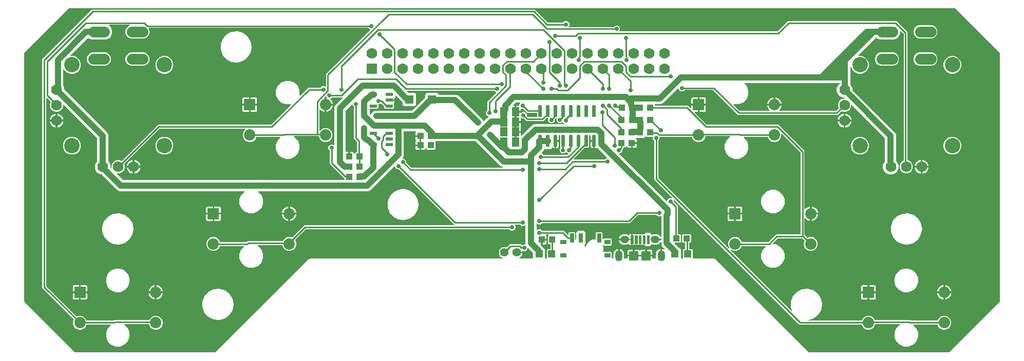
<source format=gbr>
G04 EAGLE Gerber RS-274X export*
G75*
%MOMM*%
%FSLAX34Y34*%
%LPD*%
%INBottom Copper*%
%IPPOS*%
%AMOC8*
5,1,8,0,0,1.08239X$1,22.5*%
G01*
%ADD10R,1.300000X1.500000*%
%ADD11R,1.100000X1.000000*%
%ADD12R,1.200000X1.200000*%
%ADD13R,1.400000X1.400000*%
%ADD14C,0.040638*%
%ADD15C,0.152400*%
%ADD16C,1.208000*%
%ADD17C,1.270000*%
%ADD18R,1.000000X1.100000*%
%ADD19R,1.000000X0.800000*%
%ADD20R,0.700000X1.500000*%
%ADD21C,2.540000*%
%ADD22C,1.778000*%
%ADD23C,1.778000*%
%ADD24C,0.150000*%
%ADD25R,1.200000X0.550000*%
%ADD26R,1.778000X1.778000*%
%ADD27R,1.875000X1.875000*%
%ADD28C,1.875000*%
%ADD29C,1.422400*%
%ADD30C,1.000000*%
%ADD31C,0.250000*%
%ADD32C,0.706400*%

G36*
X310250Y435937D02*
X310250Y435937D01*
X310341Y435945D01*
X310371Y435957D01*
X310403Y435962D01*
X310484Y436005D01*
X310568Y436041D01*
X310600Y436067D01*
X310620Y436078D01*
X310643Y436101D01*
X310699Y436146D01*
X460633Y586080D01*
X463813Y589260D01*
X467827Y590923D01*
X783706Y590923D01*
X783802Y590938D01*
X783899Y590948D01*
X783923Y590958D01*
X783949Y590962D01*
X784035Y591008D01*
X784124Y591048D01*
X784143Y591065D01*
X784166Y591078D01*
X784233Y591148D01*
X784305Y591214D01*
X784318Y591237D01*
X784336Y591256D01*
X784377Y591344D01*
X784424Y591430D01*
X784428Y591455D01*
X784439Y591479D01*
X784450Y591576D01*
X784467Y591672D01*
X784463Y591698D01*
X784466Y591723D01*
X784446Y591819D01*
X784431Y591915D01*
X784420Y591938D01*
X784414Y591964D01*
X784364Y592047D01*
X784320Y592134D01*
X784301Y592153D01*
X784288Y592175D01*
X784214Y592238D01*
X784144Y592306D01*
X784116Y592322D01*
X784101Y592335D01*
X784070Y592347D01*
X783997Y592387D01*
X782338Y593075D01*
X779775Y595638D01*
X778387Y598987D01*
X778387Y602613D01*
X779775Y605962D01*
X782338Y608525D01*
X785687Y609913D01*
X789313Y609913D01*
X790436Y609448D01*
X790549Y609421D01*
X790663Y609392D01*
X790669Y609393D01*
X790675Y609391D01*
X790792Y609402D01*
X790908Y609411D01*
X790914Y609414D01*
X790920Y609414D01*
X791028Y609462D01*
X791134Y609508D01*
X791140Y609512D01*
X791145Y609514D01*
X791159Y609527D01*
X791265Y609613D01*
X796153Y614501D01*
X813847Y614501D01*
X815348Y612999D01*
X815364Y612988D01*
X815377Y612972D01*
X815464Y612916D01*
X815548Y612856D01*
X815567Y612850D01*
X815584Y612839D01*
X815684Y612814D01*
X815783Y612783D01*
X815803Y612784D01*
X815822Y612779D01*
X815925Y612787D01*
X816029Y612790D01*
X816048Y612796D01*
X816067Y612798D01*
X816162Y612838D01*
X816260Y612874D01*
X816275Y612887D01*
X816294Y612894D01*
X816425Y612999D01*
X816866Y613440D01*
X818899Y614283D01*
X821100Y614283D01*
X821197Y614243D01*
X821241Y614232D01*
X821283Y614213D01*
X821360Y614204D01*
X821436Y614187D01*
X821482Y614191D01*
X821527Y614186D01*
X821603Y614202D01*
X821681Y614210D01*
X821723Y614228D01*
X821768Y614238D01*
X821835Y614278D01*
X821906Y614310D01*
X821940Y614341D01*
X821979Y614364D01*
X822029Y614423D01*
X822087Y614476D01*
X822109Y614516D01*
X822139Y614551D01*
X822168Y614623D01*
X822205Y614692D01*
X822214Y614737D01*
X822231Y614779D01*
X822246Y614915D01*
X822249Y614934D01*
X822248Y614939D01*
X822249Y614946D01*
X822249Y645087D01*
X822238Y645158D01*
X822236Y645229D01*
X822218Y645278D01*
X822210Y645330D01*
X822176Y645393D01*
X822151Y645460D01*
X822119Y645501D01*
X822094Y645547D01*
X822043Y645596D01*
X821998Y645652D01*
X821954Y645681D01*
X821916Y645716D01*
X821851Y645747D01*
X821791Y645785D01*
X821740Y645798D01*
X821693Y645820D01*
X821622Y645828D01*
X821552Y645846D01*
X821500Y645841D01*
X821449Y645847D01*
X821378Y645832D01*
X821307Y645826D01*
X821259Y645806D01*
X821208Y645795D01*
X821147Y645758D01*
X821081Y645730D01*
X821025Y645685D01*
X820997Y645669D01*
X820982Y645651D01*
X820950Y645625D01*
X820634Y645310D01*
X818601Y644467D01*
X816399Y644467D01*
X814366Y645310D01*
X813149Y646526D01*
X813075Y646579D01*
X813006Y646639D01*
X812976Y646651D01*
X812950Y646670D01*
X812862Y646697D01*
X812778Y646731D01*
X812737Y646735D01*
X812714Y646742D01*
X812682Y646741D01*
X812611Y646749D01*
X805368Y646749D01*
X805323Y646742D01*
X805277Y646744D01*
X805202Y646722D01*
X805125Y646710D01*
X805084Y646688D01*
X805040Y646675D01*
X804976Y646631D01*
X804908Y646594D01*
X804876Y646561D01*
X804838Y646535D01*
X804792Y646472D01*
X804738Y646416D01*
X804719Y646374D01*
X804692Y646338D01*
X804667Y646264D01*
X804635Y646193D01*
X804630Y646147D01*
X804615Y646104D01*
X804616Y646026D01*
X804608Y645949D01*
X804617Y645904D01*
X804618Y645858D01*
X804656Y645726D01*
X804660Y645708D01*
X804662Y645704D01*
X804664Y645697D01*
X805533Y643601D01*
X805533Y641399D01*
X804690Y639366D01*
X803134Y637810D01*
X801101Y636967D01*
X798899Y636967D01*
X796866Y637810D01*
X795649Y639026D01*
X795575Y639079D01*
X795506Y639139D01*
X795476Y639151D01*
X795449Y639170D01*
X795363Y639197D01*
X795278Y639231D01*
X795237Y639235D01*
X795214Y639242D01*
X795182Y639241D01*
X795111Y639249D01*
X460412Y639249D01*
X460322Y639235D01*
X460231Y639227D01*
X460201Y639215D01*
X460169Y639210D01*
X460088Y639167D01*
X460005Y639131D01*
X459972Y639105D01*
X459952Y639094D01*
X459930Y639071D01*
X459874Y639026D01*
X442547Y621699D01*
X442479Y621605D01*
X442409Y621511D01*
X442407Y621505D01*
X442403Y621500D01*
X442369Y621389D01*
X442333Y621277D01*
X442333Y621271D01*
X442331Y621265D01*
X442334Y621148D01*
X442335Y621031D01*
X442337Y621024D01*
X442337Y621019D01*
X442343Y621001D01*
X442382Y620870D01*
X443876Y617263D01*
X443876Y612737D01*
X442144Y608556D01*
X438944Y605356D01*
X434763Y603624D01*
X430237Y603624D01*
X426056Y605356D01*
X422856Y608556D01*
X421210Y612529D01*
X421149Y612629D01*
X421089Y612729D01*
X421084Y612733D01*
X421081Y612738D01*
X420991Y612813D01*
X420902Y612889D01*
X420896Y612891D01*
X420891Y612895D01*
X420783Y612937D01*
X420674Y612981D01*
X420666Y612982D01*
X420662Y612983D01*
X420643Y612984D01*
X420507Y612999D01*
X381096Y612999D01*
X381000Y612984D01*
X380903Y612974D01*
X380879Y612964D01*
X380853Y612960D01*
X380767Y612914D01*
X380678Y612874D01*
X380659Y612857D01*
X380635Y612844D01*
X380568Y612774D01*
X380497Y612708D01*
X380484Y612685D01*
X380466Y612666D01*
X380425Y612578D01*
X380378Y612492D01*
X380374Y612467D01*
X380362Y612443D01*
X380352Y612346D01*
X380334Y612250D01*
X380338Y612224D01*
X380335Y612199D01*
X380356Y612103D01*
X380370Y612007D01*
X380382Y611984D01*
X380388Y611958D01*
X380438Y611875D01*
X380482Y611788D01*
X380500Y611769D01*
X380514Y611747D01*
X380588Y611684D01*
X380657Y611616D01*
X380686Y611600D01*
X380701Y611587D01*
X380731Y611575D01*
X380804Y611535D01*
X380995Y611456D01*
X386456Y605995D01*
X389411Y598861D01*
X389411Y591139D01*
X386456Y584005D01*
X380995Y578544D01*
X373861Y575589D01*
X366139Y575589D01*
X359005Y578544D01*
X353544Y584005D01*
X350589Y591139D01*
X350589Y598861D01*
X353544Y605995D01*
X357999Y610450D01*
X358041Y610508D01*
X358090Y610560D01*
X358112Y610607D01*
X358142Y610649D01*
X358163Y610718D01*
X358194Y610783D01*
X358199Y610835D01*
X358215Y610885D01*
X358213Y610956D01*
X358221Y611027D01*
X358210Y611078D01*
X358208Y611130D01*
X358184Y611198D01*
X358169Y611268D01*
X358142Y611313D01*
X358124Y611361D01*
X358079Y611417D01*
X358042Y611479D01*
X358003Y611513D01*
X357970Y611553D01*
X357910Y611592D01*
X357855Y611639D01*
X357807Y611658D01*
X357763Y611686D01*
X357694Y611704D01*
X357627Y611731D01*
X357556Y611739D01*
X357525Y611747D01*
X357501Y611745D01*
X357461Y611749D01*
X318975Y611749D01*
X318860Y611730D01*
X318744Y611713D01*
X318739Y611711D01*
X318732Y611710D01*
X318630Y611655D01*
X318525Y611602D01*
X318521Y611597D01*
X318515Y611594D01*
X318435Y611510D01*
X318353Y611426D01*
X318349Y611420D01*
X318346Y611416D01*
X318338Y611399D01*
X318272Y611279D01*
X317144Y608556D01*
X313944Y605356D01*
X309763Y603624D01*
X305237Y603624D01*
X301056Y605356D01*
X297856Y608556D01*
X296124Y612737D01*
X296124Y617263D01*
X297856Y621444D01*
X301056Y624644D01*
X305237Y626376D01*
X309763Y626376D01*
X313944Y624644D01*
X317144Y621444D01*
X318272Y618721D01*
X318333Y618621D01*
X318393Y618521D01*
X318398Y618517D01*
X318401Y618512D01*
X318492Y618437D01*
X318580Y618361D01*
X318586Y618359D01*
X318591Y618355D01*
X318699Y618313D01*
X318808Y618269D01*
X318816Y618268D01*
X318821Y618267D01*
X318839Y618266D01*
X318975Y618251D01*
X362088Y618251D01*
X362178Y618265D01*
X362269Y618273D01*
X362299Y618285D01*
X362331Y618290D01*
X362412Y618333D01*
X362495Y618369D01*
X362528Y618395D01*
X362548Y618406D01*
X362570Y618429D01*
X362626Y618474D01*
X363653Y619501D01*
X421543Y619501D01*
X421657Y619520D01*
X421774Y619537D01*
X421779Y619539D01*
X421785Y619540D01*
X421888Y619595D01*
X421993Y619648D01*
X421997Y619653D01*
X422003Y619656D01*
X422082Y619739D01*
X422165Y619824D01*
X422169Y619830D01*
X422172Y619834D01*
X422180Y619851D01*
X422246Y619971D01*
X422856Y621444D01*
X426056Y624644D01*
X430237Y626376D01*
X434763Y626376D01*
X436602Y625614D01*
X436716Y625587D01*
X436829Y625559D01*
X436835Y625559D01*
X436842Y625558D01*
X436958Y625569D01*
X437074Y625578D01*
X437080Y625580D01*
X437086Y625581D01*
X437194Y625629D01*
X437301Y625674D01*
X437307Y625679D01*
X437311Y625681D01*
X437325Y625693D01*
X437432Y625779D01*
X457403Y645751D01*
X704064Y645751D01*
X704135Y645762D01*
X704207Y645764D01*
X704256Y645782D01*
X704307Y645790D01*
X704370Y645824D01*
X704438Y645849D01*
X704478Y645881D01*
X704524Y645906D01*
X704574Y645958D01*
X704630Y646002D01*
X704658Y646046D01*
X704694Y646084D01*
X704724Y646149D01*
X704763Y646209D01*
X704775Y646260D01*
X704797Y646307D01*
X704805Y646378D01*
X704823Y646448D01*
X704819Y646500D01*
X704824Y646551D01*
X704809Y646622D01*
X704804Y646693D01*
X704783Y646741D01*
X704772Y646792D01*
X704735Y646853D01*
X704707Y646919D01*
X704663Y646975D01*
X704646Y647003D01*
X704628Y647018D01*
X704603Y647050D01*
X613658Y737994D01*
X613585Y738047D01*
X613515Y738107D01*
X613485Y738119D01*
X613459Y738138D01*
X613372Y738165D01*
X613287Y738199D01*
X613246Y738203D01*
X613224Y738210D01*
X613191Y738209D01*
X613120Y738217D01*
X611399Y738217D01*
X609366Y739060D01*
X607810Y740616D01*
X606938Y742720D01*
X606914Y742759D01*
X606898Y742802D01*
X606849Y742863D01*
X606808Y742929D01*
X606773Y742959D01*
X606744Y742995D01*
X606679Y743037D01*
X606619Y743086D01*
X606576Y743103D01*
X606537Y743128D01*
X606462Y743147D01*
X606389Y743174D01*
X606343Y743176D01*
X606299Y743188D01*
X606221Y743182D01*
X606143Y743185D01*
X606099Y743172D01*
X606054Y743168D01*
X605982Y743138D01*
X605907Y743116D01*
X605869Y743090D01*
X605827Y743072D01*
X605721Y742987D01*
X605705Y742976D01*
X605702Y742972D01*
X605696Y742967D01*
X566349Y703620D01*
X563040Y702249D01*
X382039Y702249D01*
X381969Y702238D01*
X381897Y702236D01*
X381848Y702218D01*
X381797Y702210D01*
X381733Y702176D01*
X381666Y702151D01*
X381625Y702119D01*
X381579Y702094D01*
X381530Y702042D01*
X381474Y701998D01*
X381446Y701954D01*
X381410Y701916D01*
X381380Y701851D01*
X381341Y701791D01*
X381328Y701740D01*
X381306Y701693D01*
X381298Y701622D01*
X381281Y701552D01*
X381285Y701500D01*
X381279Y701449D01*
X381294Y701378D01*
X381300Y701307D01*
X381320Y701259D01*
X381331Y701208D01*
X381368Y701147D01*
X381396Y701081D01*
X381441Y701025D01*
X381458Y700997D01*
X381475Y700982D01*
X381501Y700950D01*
X386456Y695995D01*
X389411Y688861D01*
X389411Y681139D01*
X386456Y674005D01*
X380995Y668544D01*
X373861Y665589D01*
X366139Y665589D01*
X359005Y668544D01*
X353544Y674005D01*
X350589Y681139D01*
X350589Y688861D01*
X353544Y695995D01*
X358499Y700950D01*
X358541Y701008D01*
X358590Y701060D01*
X358612Y701107D01*
X358642Y701149D01*
X358663Y701218D01*
X358694Y701283D01*
X358699Y701335D01*
X358715Y701385D01*
X358713Y701456D01*
X358721Y701527D01*
X358710Y701578D01*
X358708Y701630D01*
X358684Y701698D01*
X358669Y701768D01*
X358642Y701813D01*
X358624Y701861D01*
X358579Y701917D01*
X358542Y701979D01*
X358503Y702013D01*
X358470Y702053D01*
X358410Y702092D01*
X358355Y702139D01*
X358307Y702158D01*
X358263Y702186D01*
X358194Y702204D01*
X358127Y702231D01*
X358056Y702239D01*
X358025Y702247D01*
X358001Y702245D01*
X357961Y702249D01*
X153210Y702249D01*
X149901Y703620D01*
X124235Y729286D01*
X124161Y729339D01*
X124091Y729399D01*
X124061Y729411D01*
X124035Y729430D01*
X123948Y729457D01*
X123863Y729491D01*
X123822Y729495D01*
X123800Y729502D01*
X123768Y729501D01*
X123696Y729509D01*
X122536Y729509D01*
X117798Y731472D01*
X114172Y735098D01*
X112209Y739836D01*
X112209Y744964D01*
X114172Y749702D01*
X115776Y751307D01*
X115819Y751366D01*
X115864Y751413D01*
X115872Y751430D01*
X115889Y751450D01*
X115901Y751480D01*
X115920Y751506D01*
X115944Y751586D01*
X115968Y751636D01*
X115969Y751649D01*
X115981Y751678D01*
X115985Y751719D01*
X115992Y751741D01*
X115991Y751774D01*
X115999Y751845D01*
X115999Y789706D01*
X115985Y789797D01*
X115977Y789887D01*
X115965Y789917D01*
X115960Y789949D01*
X115917Y790030D01*
X115881Y790114D01*
X115855Y790146D01*
X115844Y790167D01*
X115821Y790189D01*
X115776Y790245D01*
X61090Y844931D01*
X61032Y844973D01*
X60980Y845022D01*
X60933Y845044D01*
X60891Y845074D01*
X60822Y845095D01*
X60757Y845126D01*
X60705Y845131D01*
X60655Y845147D01*
X60584Y845145D01*
X60513Y845153D01*
X60462Y845142D01*
X60410Y845140D01*
X60342Y845116D01*
X60272Y845100D01*
X60227Y845074D01*
X60179Y845056D01*
X60123Y845011D01*
X60061Y844974D01*
X60027Y844935D01*
X59987Y844902D01*
X59948Y844842D01*
X59901Y844787D01*
X59882Y844739D01*
X59854Y844695D01*
X59836Y844626D01*
X59809Y844559D01*
X59801Y844488D01*
X59793Y844457D01*
X59795Y844433D01*
X59791Y844392D01*
X59791Y841834D01*
X58133Y837831D01*
X55069Y834767D01*
X51066Y833109D01*
X46734Y833109D01*
X42731Y834767D01*
X39667Y837831D01*
X38009Y841834D01*
X38009Y846166D01*
X39272Y849216D01*
X39299Y849329D01*
X39328Y849443D01*
X39327Y849449D01*
X39329Y849455D01*
X39318Y849571D01*
X39309Y849688D01*
X39306Y849694D01*
X39305Y849700D01*
X39258Y849808D01*
X39212Y849914D01*
X39208Y849920D01*
X39205Y849925D01*
X39193Y849939D01*
X39107Y850045D01*
X33300Y855853D01*
X33242Y855894D01*
X33190Y855944D01*
X33143Y855966D01*
X33101Y855996D01*
X33032Y856017D01*
X32967Y856047D01*
X32915Y856053D01*
X32865Y856068D01*
X32794Y856067D01*
X32723Y856074D01*
X32672Y856063D01*
X32620Y856062D01*
X32552Y856037D01*
X32482Y856022D01*
X32438Y855996D01*
X32389Y855978D01*
X32333Y855933D01*
X32271Y855896D01*
X32237Y855856D01*
X32197Y855824D01*
X32158Y855764D01*
X32111Y855709D01*
X32092Y855661D01*
X32064Y855617D01*
X32046Y855548D01*
X32019Y855481D01*
X32011Y855410D01*
X32003Y855378D01*
X32005Y855355D01*
X32001Y855314D01*
X32001Y545412D01*
X32015Y545322D01*
X32023Y545231D01*
X32035Y545201D01*
X32040Y545169D01*
X32083Y545088D01*
X32119Y545005D01*
X32145Y544972D01*
X32156Y544952D01*
X32179Y544930D01*
X32224Y544874D01*
X81684Y495413D01*
X81778Y495345D01*
X81873Y495275D01*
X81879Y495273D01*
X81884Y495269D01*
X81995Y495235D01*
X82107Y495199D01*
X82113Y495199D01*
X82119Y495197D01*
X82236Y495200D01*
X82353Y495201D01*
X82360Y495203D01*
X82365Y495203D01*
X82383Y495210D01*
X82514Y495248D01*
X85237Y496376D01*
X89763Y496376D01*
X93944Y494644D01*
X97144Y491444D01*
X98272Y488721D01*
X98333Y488621D01*
X98393Y488521D01*
X98398Y488517D01*
X98401Y488512D01*
X98492Y488437D01*
X98580Y488361D01*
X98586Y488359D01*
X98591Y488355D01*
X98699Y488313D01*
X98808Y488269D01*
X98816Y488268D01*
X98821Y488267D01*
X98839Y488266D01*
X98975Y488251D01*
X142088Y488251D01*
X142178Y488265D01*
X142269Y488273D01*
X142299Y488285D01*
X142331Y488290D01*
X142412Y488333D01*
X142495Y488369D01*
X142528Y488395D01*
X142548Y488406D01*
X142570Y488429D01*
X142626Y488474D01*
X143653Y489501D01*
X201543Y489501D01*
X201657Y489520D01*
X201774Y489537D01*
X201779Y489539D01*
X201785Y489540D01*
X201888Y489595D01*
X201993Y489648D01*
X201997Y489653D01*
X202003Y489656D01*
X202082Y489739D01*
X202165Y489824D01*
X202169Y489830D01*
X202172Y489834D01*
X202180Y489851D01*
X202246Y489971D01*
X202856Y491444D01*
X206056Y494644D01*
X210237Y496376D01*
X214763Y496376D01*
X218944Y494644D01*
X222144Y491444D01*
X223876Y487263D01*
X223876Y482737D01*
X222144Y478556D01*
X218944Y475356D01*
X214763Y473624D01*
X210237Y473624D01*
X206056Y475356D01*
X202856Y478556D01*
X201210Y482529D01*
X201149Y482629D01*
X201089Y482729D01*
X201084Y482733D01*
X201081Y482738D01*
X200991Y482813D01*
X200902Y482889D01*
X200896Y482891D01*
X200891Y482895D01*
X200783Y482937D01*
X200674Y482981D01*
X200666Y482982D01*
X200662Y482983D01*
X200643Y482984D01*
X200507Y482999D01*
X161096Y482999D01*
X161000Y482984D01*
X160903Y482974D01*
X160879Y482964D01*
X160853Y482960D01*
X160767Y482914D01*
X160678Y482874D01*
X160659Y482857D01*
X160636Y482844D01*
X160569Y482774D01*
X160497Y482708D01*
X160484Y482685D01*
X160466Y482666D01*
X160425Y482578D01*
X160378Y482492D01*
X160374Y482467D01*
X160363Y482443D01*
X160352Y482346D01*
X160334Y482250D01*
X160338Y482224D01*
X160335Y482199D01*
X160356Y482104D01*
X160370Y482007D01*
X160382Y481984D01*
X160388Y481958D01*
X160438Y481875D01*
X160482Y481788D01*
X160500Y481769D01*
X160514Y481747D01*
X160588Y481684D01*
X160657Y481616D01*
X160686Y481600D01*
X160701Y481587D01*
X160732Y481575D01*
X160804Y481535D01*
X160995Y481456D01*
X166456Y475995D01*
X169411Y468861D01*
X169411Y461139D01*
X166456Y454005D01*
X160995Y448544D01*
X153861Y445589D01*
X146139Y445589D01*
X139005Y448544D01*
X133544Y454005D01*
X130589Y461139D01*
X130589Y468861D01*
X133544Y475995D01*
X137999Y480450D01*
X138041Y480508D01*
X138090Y480560D01*
X138112Y480607D01*
X138142Y480649D01*
X138163Y480718D01*
X138194Y480783D01*
X138199Y480835D01*
X138215Y480885D01*
X138213Y480956D01*
X138221Y481027D01*
X138210Y481078D01*
X138208Y481130D01*
X138184Y481198D01*
X138169Y481268D01*
X138142Y481313D01*
X138124Y481361D01*
X138079Y481417D01*
X138042Y481479D01*
X138003Y481513D01*
X137970Y481553D01*
X137910Y481592D01*
X137855Y481639D01*
X137807Y481658D01*
X137763Y481686D01*
X137694Y481704D01*
X137627Y481731D01*
X137556Y481739D01*
X137525Y481747D01*
X137501Y481745D01*
X137461Y481749D01*
X98975Y481749D01*
X98860Y481730D01*
X98744Y481713D01*
X98739Y481711D01*
X98732Y481710D01*
X98630Y481655D01*
X98525Y481602D01*
X98521Y481597D01*
X98515Y481594D01*
X98435Y481510D01*
X98353Y481426D01*
X98349Y481420D01*
X98346Y481416D01*
X98338Y481399D01*
X98272Y481279D01*
X97144Y478556D01*
X93944Y475356D01*
X89763Y473624D01*
X85237Y473624D01*
X81056Y475356D01*
X77856Y478556D01*
X76124Y482737D01*
X76124Y487263D01*
X77252Y489986D01*
X77279Y490099D01*
X77307Y490213D01*
X77307Y490219D01*
X77308Y490225D01*
X77297Y490342D01*
X77288Y490458D01*
X77286Y490464D01*
X77285Y490470D01*
X77237Y490578D01*
X77192Y490685D01*
X77187Y490690D01*
X77185Y490695D01*
X77173Y490709D01*
X77087Y490816D01*
X25499Y542403D01*
X25499Y920097D01*
X107403Y1002001D01*
X837597Y1002001D01*
X858624Y980974D01*
X858697Y980921D01*
X858767Y980861D01*
X858797Y980849D01*
X858823Y980830D01*
X858910Y980803D01*
X858995Y980769D01*
X859036Y980765D01*
X859058Y980758D01*
X859091Y980759D01*
X859162Y980751D01*
X883861Y980751D01*
X883951Y980765D01*
X884042Y980773D01*
X884072Y980785D01*
X884104Y980790D01*
X884184Y980833D01*
X884268Y980869D01*
X884300Y980895D01*
X884321Y980906D01*
X884343Y980929D01*
X884399Y980974D01*
X885616Y982190D01*
X887649Y983033D01*
X889851Y983033D01*
X891884Y982190D01*
X893440Y980634D01*
X894283Y978601D01*
X894283Y976399D01*
X893414Y974303D01*
X893404Y974259D01*
X893385Y974217D01*
X893376Y974140D01*
X893358Y974064D01*
X893363Y974018D01*
X893358Y973973D01*
X893374Y973896D01*
X893381Y973819D01*
X893400Y973777D01*
X893410Y973732D01*
X893450Y973665D01*
X893481Y973594D01*
X893512Y973560D01*
X893536Y973521D01*
X893595Y973470D01*
X893648Y973413D01*
X893688Y973391D01*
X893723Y973361D01*
X893795Y973332D01*
X893863Y973295D01*
X893908Y973286D01*
X893951Y973269D01*
X894087Y973254D01*
X894105Y973251D01*
X894110Y973252D01*
X894118Y973251D01*
X967611Y973251D01*
X967701Y973265D01*
X967792Y973273D01*
X967822Y973285D01*
X967854Y973290D01*
X967934Y973333D01*
X968018Y973369D01*
X968050Y973395D01*
X968071Y973406D01*
X968093Y973429D01*
X968149Y973474D01*
X969366Y974690D01*
X971399Y975533D01*
X973601Y975533D01*
X975634Y974690D01*
X977190Y973134D01*
X978033Y971101D01*
X978033Y968899D01*
X977164Y966803D01*
X977154Y966759D01*
X977135Y966719D01*
X977135Y966717D01*
X977126Y966640D01*
X977108Y966564D01*
X977113Y966518D01*
X977108Y966473D01*
X977124Y966396D01*
X977131Y966319D01*
X977150Y966277D01*
X977160Y966232D01*
X977200Y966165D01*
X977231Y966094D01*
X977262Y966060D01*
X977286Y966021D01*
X977345Y965970D01*
X977398Y965913D01*
X977438Y965891D01*
X977473Y965861D01*
X977545Y965832D01*
X977613Y965795D01*
X977658Y965786D01*
X977701Y965769D01*
X977837Y965754D01*
X977855Y965751D01*
X977860Y965752D01*
X977868Y965751D01*
X1237088Y965751D01*
X1237178Y965765D01*
X1237269Y965773D01*
X1237299Y965785D01*
X1237331Y965790D01*
X1237412Y965833D01*
X1237495Y965869D01*
X1237528Y965895D01*
X1237548Y965906D01*
X1237550Y965907D01*
X1237550Y965908D01*
X1237571Y965929D01*
X1237626Y965974D01*
X1254903Y983251D01*
X1433847Y983251D01*
X1452001Y965097D01*
X1452001Y753744D01*
X1452020Y753629D01*
X1452037Y753513D01*
X1452039Y753507D01*
X1452040Y753501D01*
X1452095Y753398D01*
X1452148Y753294D01*
X1452153Y753289D01*
X1452156Y753284D01*
X1452240Y753204D01*
X1452324Y753121D01*
X1452330Y753118D01*
X1452334Y753114D01*
X1452351Y753106D01*
X1452471Y753040D01*
X1455869Y751633D01*
X1458933Y748569D01*
X1460591Y744566D01*
X1460591Y740234D01*
X1458933Y736231D01*
X1455869Y733167D01*
X1451866Y731509D01*
X1447534Y731509D01*
X1443531Y733167D01*
X1440467Y736231D01*
X1438809Y740234D01*
X1438809Y744566D01*
X1440467Y748569D01*
X1443531Y751633D01*
X1445029Y752253D01*
X1445129Y752315D01*
X1445229Y752375D01*
X1445233Y752380D01*
X1445238Y752383D01*
X1445313Y752473D01*
X1445389Y752562D01*
X1445391Y752568D01*
X1445395Y752573D01*
X1445437Y752681D01*
X1445481Y752790D01*
X1445482Y752798D01*
X1445483Y752802D01*
X1445484Y752820D01*
X1445499Y752957D01*
X1445499Y962088D01*
X1445485Y962178D01*
X1445477Y962269D01*
X1445465Y962299D01*
X1445460Y962331D01*
X1445417Y962412D01*
X1445381Y962495D01*
X1445355Y962528D01*
X1445344Y962548D01*
X1445321Y962570D01*
X1445276Y962626D01*
X1441030Y966873D01*
X1440972Y966914D01*
X1440920Y966964D01*
X1440873Y966986D01*
X1440831Y967016D01*
X1440762Y967037D01*
X1440697Y967067D01*
X1440645Y967073D01*
X1440595Y967088D01*
X1440524Y967087D01*
X1440453Y967094D01*
X1440402Y967083D01*
X1440350Y967082D01*
X1440282Y967057D01*
X1440212Y967042D01*
X1440167Y967015D01*
X1440119Y966998D01*
X1440063Y966953D01*
X1440001Y966916D01*
X1439967Y966876D01*
X1439927Y966844D01*
X1439888Y966784D01*
X1439841Y966729D01*
X1439822Y966681D01*
X1439794Y966637D01*
X1439776Y966568D01*
X1439749Y966501D01*
X1439741Y966430D01*
X1439733Y966398D01*
X1439735Y966375D01*
X1439731Y966334D01*
X1439731Y962636D01*
X1437768Y957898D01*
X1434142Y954272D01*
X1429404Y952309D01*
X1406496Y952309D01*
X1401758Y954272D01*
X1400543Y955487D01*
X1400526Y955499D01*
X1400514Y955514D01*
X1400427Y955570D01*
X1400343Y955631D01*
X1400324Y955636D01*
X1400307Y955647D01*
X1400207Y955673D01*
X1400108Y955703D01*
X1400088Y955702D01*
X1400069Y955707D01*
X1399966Y955699D01*
X1399862Y955697D01*
X1399843Y955690D01*
X1399823Y955688D01*
X1399729Y955648D01*
X1399631Y955612D01*
X1399615Y955600D01*
X1399597Y955592D01*
X1399466Y955487D01*
X1370654Y926675D01*
X1370612Y926617D01*
X1370563Y926565D01*
X1370541Y926518D01*
X1370511Y926476D01*
X1370490Y926407D01*
X1370459Y926342D01*
X1370454Y926290D01*
X1370438Y926240D01*
X1370440Y926169D01*
X1370432Y926098D01*
X1370443Y926047D01*
X1370445Y925995D01*
X1370469Y925927D01*
X1370485Y925857D01*
X1370511Y925813D01*
X1370529Y925764D01*
X1370574Y925708D01*
X1370611Y925646D01*
X1370650Y925612D01*
X1370683Y925572D01*
X1370743Y925533D01*
X1370798Y925486D01*
X1370846Y925467D01*
X1370890Y925439D01*
X1370959Y925421D01*
X1371026Y925394D01*
X1371097Y925386D01*
X1371128Y925378D01*
X1371152Y925380D01*
X1371193Y925376D01*
X1376424Y925376D01*
X1381827Y923138D01*
X1385963Y919002D01*
X1388201Y913599D01*
X1388201Y907751D01*
X1385963Y902348D01*
X1381827Y898212D01*
X1376424Y895974D01*
X1370576Y895974D01*
X1365173Y898212D01*
X1361037Y902348D01*
X1359215Y906747D01*
X1359164Y906829D01*
X1359118Y906915D01*
X1359099Y906933D01*
X1359086Y906956D01*
X1359011Y907018D01*
X1358940Y907085D01*
X1358916Y907096D01*
X1358896Y907112D01*
X1358805Y907147D01*
X1358717Y907188D01*
X1358691Y907191D01*
X1358667Y907201D01*
X1358569Y907205D01*
X1358473Y907215D01*
X1358447Y907210D01*
X1358421Y907211D01*
X1358327Y907184D01*
X1358232Y907163D01*
X1358210Y907150D01*
X1358185Y907142D01*
X1358105Y907087D01*
X1358021Y907037D01*
X1358004Y907017D01*
X1357983Y907002D01*
X1357924Y906924D01*
X1357861Y906850D01*
X1357851Y906826D01*
X1357836Y906805D01*
X1357806Y906712D01*
X1357769Y906622D01*
X1357766Y906589D01*
X1357760Y906571D01*
X1357760Y906538D01*
X1357751Y906455D01*
X1357751Y878295D01*
X1357765Y878205D01*
X1357773Y878114D01*
X1357785Y878084D01*
X1357790Y878052D01*
X1357833Y877971D01*
X1357869Y877887D01*
X1357895Y877855D01*
X1357906Y877835D01*
X1357929Y877813D01*
X1357974Y877757D01*
X1359028Y876702D01*
X1360991Y871964D01*
X1360991Y869554D01*
X1361005Y869463D01*
X1361013Y869373D01*
X1361025Y869343D01*
X1361030Y869311D01*
X1361073Y869230D01*
X1361109Y869146D01*
X1361135Y869114D01*
X1361146Y869093D01*
X1361169Y869071D01*
X1361214Y869015D01*
X1431380Y798849D01*
X1432751Y795540D01*
X1432751Y752495D01*
X1432765Y752405D01*
X1432773Y752314D01*
X1432785Y752284D01*
X1432790Y752252D01*
X1432833Y752171D01*
X1432869Y752088D01*
X1432895Y752055D01*
X1432906Y752035D01*
X1432929Y752013D01*
X1432974Y751957D01*
X1435228Y749702D01*
X1437191Y744964D01*
X1437191Y739836D01*
X1435228Y735098D01*
X1431602Y731472D01*
X1426864Y729509D01*
X1421736Y729509D01*
X1416998Y731472D01*
X1413372Y735098D01*
X1411409Y739836D01*
X1411409Y744964D01*
X1413372Y749702D01*
X1414526Y750857D01*
X1414579Y750931D01*
X1414639Y751000D01*
X1414651Y751030D01*
X1414670Y751056D01*
X1414697Y751143D01*
X1414731Y751228D01*
X1414735Y751269D01*
X1414742Y751291D01*
X1414741Y751324D01*
X1414749Y751395D01*
X1414749Y789706D01*
X1414735Y789797D01*
X1414727Y789887D01*
X1414715Y789917D01*
X1414710Y789949D01*
X1414667Y790030D01*
X1414631Y790114D01*
X1414605Y790146D01*
X1414594Y790167D01*
X1414571Y790189D01*
X1414526Y790245D01*
X1360290Y844481D01*
X1360232Y844523D01*
X1360180Y844572D01*
X1360133Y844594D01*
X1360091Y844624D01*
X1360022Y844645D01*
X1359957Y844676D01*
X1359905Y844681D01*
X1359855Y844697D01*
X1359784Y844695D01*
X1359713Y844703D01*
X1359662Y844692D01*
X1359610Y844690D01*
X1359542Y844666D01*
X1359472Y844650D01*
X1359427Y844624D01*
X1359379Y844606D01*
X1359323Y844561D01*
X1359261Y844524D01*
X1359227Y844485D01*
X1359187Y844452D01*
X1359148Y844392D01*
X1359101Y844337D01*
X1359082Y844289D01*
X1359054Y844245D01*
X1359036Y844176D01*
X1359009Y844109D01*
X1359001Y844038D01*
X1358993Y844007D01*
X1358995Y843983D01*
X1358991Y843942D01*
X1358991Y841834D01*
X1357333Y837831D01*
X1354269Y834767D01*
X1350266Y833109D01*
X1345934Y833109D01*
X1343238Y834226D01*
X1343124Y834253D01*
X1343011Y834281D01*
X1343004Y834281D01*
X1342998Y834282D01*
X1342882Y834271D01*
X1342765Y834262D01*
X1342760Y834260D01*
X1342753Y834259D01*
X1342646Y834211D01*
X1342539Y834166D01*
X1342533Y834161D01*
X1342529Y834159D01*
X1342515Y834146D01*
X1342408Y834061D01*
X1336347Y827999D01*
X1172403Y827999D01*
X1131376Y869026D01*
X1131303Y869079D01*
X1131233Y869139D01*
X1131203Y869151D01*
X1131177Y869170D01*
X1131090Y869197D01*
X1131005Y869231D01*
X1130964Y869235D01*
X1130942Y869242D01*
X1130909Y869241D01*
X1130838Y869249D01*
X1084889Y869249D01*
X1084799Y869235D01*
X1084708Y869227D01*
X1084678Y869215D01*
X1084646Y869210D01*
X1084566Y869167D01*
X1084482Y869131D01*
X1084450Y869105D01*
X1084429Y869094D01*
X1084407Y869071D01*
X1084351Y869026D01*
X1083134Y867810D01*
X1081101Y866967D01*
X1078899Y866967D01*
X1076866Y867810D01*
X1075310Y869366D01*
X1074438Y871470D01*
X1074414Y871509D01*
X1074398Y871552D01*
X1074349Y871613D01*
X1074308Y871679D01*
X1074273Y871709D01*
X1074244Y871745D01*
X1074179Y871787D01*
X1074119Y871836D01*
X1074076Y871853D01*
X1074037Y871878D01*
X1073962Y871897D01*
X1073889Y871924D01*
X1073843Y871926D01*
X1073799Y871938D01*
X1073721Y871932D01*
X1073643Y871935D01*
X1073599Y871922D01*
X1073554Y871918D01*
X1073482Y871888D01*
X1073407Y871866D01*
X1073369Y871840D01*
X1073327Y871822D01*
X1073221Y871737D01*
X1073205Y871726D01*
X1073202Y871722D01*
X1073196Y871717D01*
X1048849Y847370D01*
X1045540Y845999D01*
X1035762Y845999D01*
X1035742Y845996D01*
X1035723Y845998D01*
X1035621Y845976D01*
X1035519Y845960D01*
X1035502Y845950D01*
X1035482Y845946D01*
X1035393Y845893D01*
X1035302Y845844D01*
X1035288Y845830D01*
X1035271Y845820D01*
X1035204Y845741D01*
X1035132Y845666D01*
X1035124Y845648D01*
X1035111Y845633D01*
X1035072Y845537D01*
X1035029Y845443D01*
X1035027Y845423D01*
X1035019Y845405D01*
X1035001Y845238D01*
X1035001Y844012D01*
X1035004Y843992D01*
X1035002Y843973D01*
X1035024Y843871D01*
X1035040Y843769D01*
X1035050Y843752D01*
X1035054Y843732D01*
X1035107Y843643D01*
X1035156Y843552D01*
X1035170Y843538D01*
X1035180Y843521D01*
X1035259Y843454D01*
X1035334Y843382D01*
X1035352Y843374D01*
X1035367Y843361D01*
X1035463Y843322D01*
X1035557Y843279D01*
X1035577Y843277D01*
X1035595Y843269D01*
X1035762Y843251D01*
X1090097Y843251D01*
X1094285Y839062D01*
X1094343Y839021D01*
X1094395Y838971D01*
X1094442Y838949D01*
X1094484Y838919D01*
X1094553Y838898D01*
X1094618Y838868D01*
X1094670Y838862D01*
X1094720Y838847D01*
X1094791Y838848D01*
X1094862Y838841D01*
X1094913Y838852D01*
X1094965Y838853D01*
X1095033Y838878D01*
X1095103Y838893D01*
X1095148Y838920D01*
X1095196Y838937D01*
X1095252Y838982D01*
X1095314Y839019D01*
X1095348Y839059D01*
X1095388Y839091D01*
X1095427Y839151D01*
X1095474Y839206D01*
X1095493Y839254D01*
X1095521Y839298D01*
X1095539Y839367D01*
X1095566Y839434D01*
X1095574Y839505D01*
X1095582Y839537D01*
X1095580Y839560D01*
X1095584Y839601D01*
X1095584Y843477D01*
X1105977Y843477D01*
X1105977Y833084D01*
X1102101Y833084D01*
X1102030Y833073D01*
X1101958Y833071D01*
X1101909Y833053D01*
X1101858Y833045D01*
X1101795Y833011D01*
X1101727Y832986D01*
X1101687Y832954D01*
X1101641Y832929D01*
X1101591Y832877D01*
X1101535Y832833D01*
X1101507Y832789D01*
X1101471Y832751D01*
X1101441Y832686D01*
X1101402Y832626D01*
X1101390Y832575D01*
X1101368Y832528D01*
X1101360Y832457D01*
X1101342Y832387D01*
X1101346Y832335D01*
X1101341Y832284D01*
X1101356Y832213D01*
X1101361Y832142D01*
X1101382Y832094D01*
X1101393Y832043D01*
X1101430Y831982D01*
X1101458Y831916D01*
X1101502Y831860D01*
X1101519Y831832D01*
X1101537Y831817D01*
X1101562Y831785D01*
X1121124Y812224D01*
X1121197Y812171D01*
X1121267Y812111D01*
X1121297Y812099D01*
X1121323Y812080D01*
X1121410Y812053D01*
X1121495Y812019D01*
X1121536Y812015D01*
X1121558Y812008D01*
X1121591Y812009D01*
X1121662Y812001D01*
X1238847Y812001D01*
X1282001Y768847D01*
X1282001Y673164D01*
X1282002Y673156D01*
X1282001Y673148D01*
X1282022Y673034D01*
X1282040Y672921D01*
X1282044Y672914D01*
X1282046Y672906D01*
X1282102Y672805D01*
X1282156Y672704D01*
X1282161Y672698D01*
X1282165Y672691D01*
X1282251Y672614D01*
X1282334Y672535D01*
X1282341Y672531D01*
X1282347Y672526D01*
X1282453Y672479D01*
X1282557Y672431D01*
X1282565Y672430D01*
X1282572Y672427D01*
X1282687Y672417D01*
X1282801Y672404D01*
X1282809Y672406D01*
X1282817Y672405D01*
X1282929Y672432D01*
X1283042Y672456D01*
X1283049Y672460D01*
X1283057Y672462D01*
X1283154Y672523D01*
X1283253Y672582D01*
X1283258Y672588D01*
X1283265Y672593D01*
X1283378Y672717D01*
X1283411Y672763D01*
X1284737Y674089D01*
X1286255Y675191D01*
X1287926Y676043D01*
X1289710Y676622D01*
X1290977Y676823D01*
X1290977Y665762D01*
X1290980Y665742D01*
X1290978Y665723D01*
X1291000Y665621D01*
X1291017Y665519D01*
X1291026Y665502D01*
X1291030Y665482D01*
X1291083Y665393D01*
X1291132Y665302D01*
X1291146Y665288D01*
X1291156Y665271D01*
X1291235Y665204D01*
X1291310Y665133D01*
X1291328Y665124D01*
X1291343Y665111D01*
X1291439Y665073D01*
X1291533Y665029D01*
X1291553Y665027D01*
X1291571Y665019D01*
X1291738Y665001D01*
X1292501Y665001D01*
X1292501Y664999D01*
X1291738Y664999D01*
X1291718Y664996D01*
X1291699Y664998D01*
X1291597Y664976D01*
X1291495Y664959D01*
X1291478Y664950D01*
X1291458Y664946D01*
X1291369Y664893D01*
X1291278Y664844D01*
X1291264Y664830D01*
X1291247Y664820D01*
X1291180Y664741D01*
X1291109Y664666D01*
X1291100Y664648D01*
X1291087Y664633D01*
X1291048Y664537D01*
X1291005Y664443D01*
X1291003Y664423D01*
X1290995Y664405D01*
X1290977Y664238D01*
X1290977Y653177D01*
X1289710Y653378D01*
X1287926Y653957D01*
X1286255Y654809D01*
X1284737Y655911D01*
X1283411Y657237D01*
X1283378Y657283D01*
X1283372Y657289D01*
X1283368Y657296D01*
X1283285Y657375D01*
X1283203Y657456D01*
X1283196Y657460D01*
X1283190Y657465D01*
X1283086Y657514D01*
X1282982Y657565D01*
X1282974Y657566D01*
X1282967Y657569D01*
X1282853Y657582D01*
X1282738Y657597D01*
X1282731Y657595D01*
X1282723Y657596D01*
X1282610Y657572D01*
X1282497Y657550D01*
X1282490Y657546D01*
X1282482Y657544D01*
X1282383Y657485D01*
X1282283Y657428D01*
X1282278Y657422D01*
X1282271Y657418D01*
X1282196Y657330D01*
X1282120Y657244D01*
X1282116Y657237D01*
X1282111Y657231D01*
X1282068Y657124D01*
X1282023Y657018D01*
X1282022Y657010D01*
X1282019Y657003D01*
X1282001Y656836D01*
X1282001Y630412D01*
X1282015Y630322D01*
X1282023Y630231D01*
X1282035Y630201D01*
X1282040Y630169D01*
X1282083Y630088D01*
X1282119Y630005D01*
X1282145Y629972D01*
X1282156Y629952D01*
X1282179Y629930D01*
X1282224Y629874D01*
X1282849Y629249D01*
X1286684Y625413D01*
X1286779Y625345D01*
X1286873Y625275D01*
X1286879Y625273D01*
X1286884Y625269D01*
X1286995Y625235D01*
X1287107Y625199D01*
X1287113Y625199D01*
X1287119Y625197D01*
X1287236Y625200D01*
X1287353Y625201D01*
X1287360Y625203D01*
X1287365Y625203D01*
X1287383Y625210D01*
X1287514Y625248D01*
X1290237Y626376D01*
X1294763Y626376D01*
X1298944Y624644D01*
X1302144Y621444D01*
X1303876Y617263D01*
X1303876Y612737D01*
X1302144Y608556D01*
X1298944Y605356D01*
X1294763Y603624D01*
X1290237Y603624D01*
X1286056Y605356D01*
X1282856Y608556D01*
X1281124Y612737D01*
X1281124Y617263D01*
X1282252Y619986D01*
X1282279Y620099D01*
X1282307Y620213D01*
X1282307Y620219D01*
X1282308Y620225D01*
X1282297Y620342D01*
X1282288Y620458D01*
X1282286Y620464D01*
X1282285Y620470D01*
X1282238Y620577D01*
X1282192Y620685D01*
X1282187Y620690D01*
X1282185Y620695D01*
X1282173Y620709D01*
X1282087Y620816D01*
X1278876Y624026D01*
X1278802Y624079D01*
X1278733Y624139D01*
X1278703Y624151D01*
X1278677Y624170D01*
X1278590Y624197D01*
X1278505Y624231D01*
X1278464Y624235D01*
X1278442Y624242D01*
X1278409Y624241D01*
X1278338Y624249D01*
X1237912Y624249D01*
X1237822Y624235D01*
X1237731Y624227D01*
X1237701Y624215D01*
X1237669Y624210D01*
X1237588Y624167D01*
X1237505Y624131D01*
X1237472Y624105D01*
X1237452Y624094D01*
X1237430Y624071D01*
X1237374Y624026D01*
X1229057Y615710D01*
X1229016Y615652D01*
X1228966Y615600D01*
X1228944Y615553D01*
X1228914Y615511D01*
X1228893Y615442D01*
X1228863Y615377D01*
X1228857Y615325D01*
X1228842Y615275D01*
X1228843Y615204D01*
X1228836Y615133D01*
X1228847Y615082D01*
X1228848Y615030D01*
X1228873Y614962D01*
X1228888Y614892D01*
X1228915Y614847D01*
X1228932Y614799D01*
X1228977Y614743D01*
X1229014Y614681D01*
X1229054Y614647D01*
X1229086Y614607D01*
X1229146Y614568D01*
X1229201Y614521D01*
X1229249Y614502D01*
X1229293Y614474D01*
X1229362Y614456D01*
X1229429Y614429D01*
X1229500Y614421D01*
X1229532Y614413D01*
X1229555Y614415D01*
X1229596Y614411D01*
X1233861Y614411D01*
X1240995Y611456D01*
X1246456Y605995D01*
X1249411Y598861D01*
X1249411Y591139D01*
X1246456Y584005D01*
X1240995Y578544D01*
X1233861Y575589D01*
X1226139Y575589D01*
X1219005Y578544D01*
X1213544Y584005D01*
X1210589Y591139D01*
X1210589Y598861D01*
X1213544Y605995D01*
X1217999Y610450D01*
X1218041Y610508D01*
X1218090Y610560D01*
X1218112Y610607D01*
X1218142Y610649D01*
X1218163Y610718D01*
X1218194Y610783D01*
X1218199Y610835D01*
X1218215Y610885D01*
X1218213Y610956D01*
X1218221Y611027D01*
X1218210Y611078D01*
X1218208Y611130D01*
X1218184Y611198D01*
X1218169Y611268D01*
X1218142Y611313D01*
X1218124Y611361D01*
X1218079Y611417D01*
X1218042Y611479D01*
X1218003Y611513D01*
X1217970Y611553D01*
X1217910Y611592D01*
X1217855Y611639D01*
X1217807Y611658D01*
X1217763Y611686D01*
X1217694Y611704D01*
X1217627Y611731D01*
X1217556Y611739D01*
X1217525Y611747D01*
X1217501Y611745D01*
X1217461Y611749D01*
X1178975Y611749D01*
X1178860Y611730D01*
X1178744Y611713D01*
X1178739Y611711D01*
X1178732Y611710D01*
X1178630Y611655D01*
X1178525Y611602D01*
X1178521Y611597D01*
X1178515Y611594D01*
X1178435Y611510D01*
X1178353Y611426D01*
X1178349Y611420D01*
X1178346Y611416D01*
X1178338Y611399D01*
X1178272Y611279D01*
X1177144Y608556D01*
X1173944Y605356D01*
X1169763Y603624D01*
X1165237Y603624D01*
X1161493Y605175D01*
X1161398Y605197D01*
X1161306Y605226D01*
X1161279Y605225D01*
X1161254Y605231D01*
X1161157Y605222D01*
X1161060Y605220D01*
X1161035Y605211D01*
X1161009Y605208D01*
X1160920Y605169D01*
X1160829Y605135D01*
X1160808Y605119D01*
X1160784Y605108D01*
X1160713Y605042D01*
X1160637Y604981D01*
X1160622Y604959D01*
X1160603Y604942D01*
X1160556Y604856D01*
X1160504Y604775D01*
X1160497Y604749D01*
X1160485Y604726D01*
X1160467Y604630D01*
X1160444Y604536D01*
X1160446Y604510D01*
X1160441Y604484D01*
X1160455Y604388D01*
X1160463Y604291D01*
X1160473Y604267D01*
X1160477Y604241D01*
X1160521Y604154D01*
X1160559Y604064D01*
X1160579Y604039D01*
X1160588Y604022D01*
X1160612Y603998D01*
X1160664Y603933D01*
X1260252Y504346D01*
X1260324Y504294D01*
X1260391Y504236D01*
X1260423Y504222D01*
X1260451Y504202D01*
X1260536Y504176D01*
X1260618Y504142D01*
X1260653Y504140D01*
X1260686Y504130D01*
X1260775Y504132D01*
X1260864Y504126D01*
X1260897Y504135D01*
X1260932Y504136D01*
X1261016Y504167D01*
X1261101Y504189D01*
X1261130Y504209D01*
X1261163Y504221D01*
X1261233Y504276D01*
X1261307Y504325D01*
X1261328Y504352D01*
X1261355Y504374D01*
X1261403Y504449D01*
X1261458Y504519D01*
X1261469Y504552D01*
X1261488Y504581D01*
X1261510Y504667D01*
X1261539Y504751D01*
X1261540Y504786D01*
X1261548Y504820D01*
X1261542Y504908D01*
X1261543Y504997D01*
X1261531Y505040D01*
X1261529Y505065D01*
X1261517Y505094D01*
X1261500Y505159D01*
X1259532Y510239D01*
X1259532Y519761D01*
X1262971Y528640D01*
X1269386Y535676D01*
X1277909Y539920D01*
X1287391Y540799D01*
X1296549Y538193D01*
X1304147Y532455D01*
X1309160Y524360D01*
X1310910Y515000D01*
X1309160Y505640D01*
X1304147Y497545D01*
X1296549Y491807D01*
X1289300Y489744D01*
X1289283Y489736D01*
X1289265Y489733D01*
X1289172Y489684D01*
X1289077Y489640D01*
X1289064Y489627D01*
X1289048Y489618D01*
X1288975Y489542D01*
X1288899Y489469D01*
X1288891Y489453D01*
X1288878Y489440D01*
X1288834Y489345D01*
X1288785Y489251D01*
X1288783Y489234D01*
X1288775Y489217D01*
X1288763Y489113D01*
X1288747Y489009D01*
X1288750Y488991D01*
X1288748Y488973D01*
X1288770Y488870D01*
X1288788Y488766D01*
X1288796Y488750D01*
X1288800Y488732D01*
X1288854Y488642D01*
X1288904Y488549D01*
X1288917Y488537D01*
X1288926Y488521D01*
X1289006Y488453D01*
X1289083Y488381D01*
X1289099Y488373D01*
X1289113Y488361D01*
X1289211Y488322D01*
X1289306Y488278D01*
X1289324Y488276D01*
X1289341Y488269D01*
X1289508Y488251D01*
X1376025Y488251D01*
X1376140Y488270D01*
X1376256Y488287D01*
X1376261Y488289D01*
X1376268Y488290D01*
X1376370Y488345D01*
X1376475Y488398D01*
X1376479Y488403D01*
X1376485Y488406D01*
X1376565Y488490D01*
X1376647Y488574D01*
X1376651Y488580D01*
X1376654Y488584D01*
X1376662Y488601D01*
X1376728Y488721D01*
X1377856Y491444D01*
X1381056Y494644D01*
X1385237Y496376D01*
X1389763Y496376D01*
X1393944Y494644D01*
X1397144Y491444D01*
X1397754Y489971D01*
X1397816Y489871D01*
X1397876Y489771D01*
X1397880Y489767D01*
X1397884Y489762D01*
X1397973Y489687D01*
X1398063Y489611D01*
X1398068Y489609D01*
X1398073Y489605D01*
X1398181Y489563D01*
X1398291Y489519D01*
X1398298Y489518D01*
X1398303Y489517D01*
X1398321Y489516D01*
X1398457Y489501D01*
X1456347Y489501D01*
X1457374Y488474D01*
X1457447Y488421D01*
X1457517Y488361D01*
X1457547Y488349D01*
X1457573Y488330D01*
X1457660Y488303D01*
X1457745Y488269D01*
X1457786Y488265D01*
X1457808Y488258D01*
X1457841Y488259D01*
X1457912Y488251D01*
X1501025Y488251D01*
X1501140Y488270D01*
X1501256Y488287D01*
X1501261Y488289D01*
X1501268Y488290D01*
X1501370Y488345D01*
X1501475Y488398D01*
X1501479Y488403D01*
X1501485Y488406D01*
X1501565Y488490D01*
X1501647Y488574D01*
X1501651Y488580D01*
X1501654Y488584D01*
X1501662Y488601D01*
X1501728Y488721D01*
X1502856Y491444D01*
X1506056Y494644D01*
X1510237Y496376D01*
X1514763Y496376D01*
X1518944Y494644D01*
X1522144Y491444D01*
X1523876Y487263D01*
X1523876Y482737D01*
X1522144Y478556D01*
X1518944Y475356D01*
X1514763Y473624D01*
X1510237Y473624D01*
X1506056Y475356D01*
X1502856Y478556D01*
X1501728Y481279D01*
X1501667Y481379D01*
X1501607Y481479D01*
X1501602Y481483D01*
X1501599Y481488D01*
X1501508Y481563D01*
X1501420Y481639D01*
X1501414Y481641D01*
X1501409Y481645D01*
X1501301Y481687D01*
X1501192Y481731D01*
X1501184Y481732D01*
X1501179Y481733D01*
X1501161Y481734D01*
X1501025Y481749D01*
X1462539Y481749D01*
X1462469Y481738D01*
X1462397Y481736D01*
X1462348Y481718D01*
X1462297Y481710D01*
X1462233Y481676D01*
X1462166Y481651D01*
X1462125Y481619D01*
X1462079Y481594D01*
X1462030Y481542D01*
X1461974Y481498D01*
X1461946Y481454D01*
X1461910Y481416D01*
X1461880Y481351D01*
X1461841Y481291D01*
X1461828Y481240D01*
X1461806Y481193D01*
X1461798Y481122D01*
X1461781Y481052D01*
X1461785Y481000D01*
X1461779Y480949D01*
X1461794Y480878D01*
X1461800Y480807D01*
X1461820Y480759D01*
X1461831Y480708D01*
X1461868Y480647D01*
X1461896Y480581D01*
X1461941Y480525D01*
X1461958Y480497D01*
X1461975Y480482D01*
X1462001Y480450D01*
X1466456Y475995D01*
X1469411Y468861D01*
X1469411Y461139D01*
X1466456Y454005D01*
X1460995Y448544D01*
X1453861Y445589D01*
X1446139Y445589D01*
X1439005Y448544D01*
X1433544Y454005D01*
X1430589Y461139D01*
X1430589Y468861D01*
X1433544Y475995D01*
X1439005Y481456D01*
X1439196Y481535D01*
X1439278Y481586D01*
X1439364Y481632D01*
X1439382Y481651D01*
X1439405Y481664D01*
X1439467Y481739D01*
X1439534Y481810D01*
X1439545Y481834D01*
X1439562Y481854D01*
X1439596Y481945D01*
X1439637Y482033D01*
X1439640Y482059D01*
X1439650Y482083D01*
X1439654Y482181D01*
X1439665Y482277D01*
X1439659Y482303D01*
X1439660Y482329D01*
X1439633Y482423D01*
X1439612Y482518D01*
X1439599Y482540D01*
X1439592Y482565D01*
X1439536Y482645D01*
X1439486Y482729D01*
X1439466Y482746D01*
X1439451Y482767D01*
X1439373Y482826D01*
X1439299Y482889D01*
X1439275Y482899D01*
X1439254Y482914D01*
X1439162Y482944D01*
X1439071Y482981D01*
X1439039Y482984D01*
X1439020Y482990D01*
X1438987Y482990D01*
X1438904Y482999D01*
X1399493Y482999D01*
X1399378Y482980D01*
X1399262Y482963D01*
X1399256Y482961D01*
X1399250Y482960D01*
X1399148Y482905D01*
X1399043Y482852D01*
X1399038Y482847D01*
X1399033Y482844D01*
X1398953Y482760D01*
X1398870Y482676D01*
X1398867Y482670D01*
X1398863Y482666D01*
X1398856Y482649D01*
X1398790Y482529D01*
X1397144Y478556D01*
X1393944Y475356D01*
X1389763Y473624D01*
X1385237Y473624D01*
X1381056Y475356D01*
X1377856Y478556D01*
X1376728Y481279D01*
X1376667Y481379D01*
X1376607Y481479D01*
X1376602Y481483D01*
X1376599Y481488D01*
X1376508Y481563D01*
X1376420Y481639D01*
X1376414Y481641D01*
X1376409Y481645D01*
X1376301Y481687D01*
X1376192Y481731D01*
X1376184Y481732D01*
X1376179Y481733D01*
X1376161Y481734D01*
X1376025Y481749D01*
X1273653Y481749D01*
X1271526Y483876D01*
X1067707Y687696D01*
X1067628Y687752D01*
X1067553Y687814D01*
X1067529Y687824D01*
X1067508Y687839D01*
X1067414Y687868D01*
X1067324Y687903D01*
X1067297Y687904D01*
X1067272Y687911D01*
X1067175Y687909D01*
X1067078Y687913D01*
X1067053Y687906D01*
X1067027Y687905D01*
X1066935Y687872D01*
X1066842Y687844D01*
X1066820Y687830D01*
X1066796Y687821D01*
X1066719Y687760D01*
X1066640Y687704D01*
X1066624Y687683D01*
X1066604Y687667D01*
X1066551Y687585D01*
X1066493Y687507D01*
X1066485Y687482D01*
X1066471Y687460D01*
X1066447Y687365D01*
X1066417Y687273D01*
X1066417Y687247D01*
X1066410Y687221D01*
X1066418Y687125D01*
X1066418Y687099D01*
X1066418Y687096D01*
X1066418Y687094D01*
X1066419Y687027D01*
X1066428Y686996D01*
X1066430Y686976D01*
X1066442Y686946D01*
X1066466Y686866D01*
X1066783Y686100D01*
X1066783Y684380D01*
X1066797Y684290D01*
X1066805Y684199D01*
X1066817Y684169D01*
X1066822Y684137D01*
X1066865Y684056D01*
X1066901Y683973D01*
X1066927Y683940D01*
X1066938Y683920D01*
X1066961Y683898D01*
X1067006Y683842D01*
X1073251Y677597D01*
X1073251Y631962D01*
X1073254Y631942D01*
X1073252Y631923D01*
X1073274Y631821D01*
X1073290Y631719D01*
X1073300Y631702D01*
X1073304Y631682D01*
X1073357Y631593D01*
X1073406Y631502D01*
X1073420Y631488D01*
X1073430Y631471D01*
X1073509Y631404D01*
X1073584Y631332D01*
X1073602Y631324D01*
X1073617Y631311D01*
X1073713Y631272D01*
X1073807Y631229D01*
X1073827Y631227D01*
X1073845Y631219D01*
X1074012Y631201D01*
X1076929Y631201D01*
X1078101Y630029D01*
X1078101Y618371D01*
X1076929Y617199D01*
X1068618Y617199D01*
X1068547Y617188D01*
X1068475Y617186D01*
X1068426Y617168D01*
X1068375Y617160D01*
X1068311Y617126D01*
X1068244Y617101D01*
X1068203Y617069D01*
X1068157Y617044D01*
X1068108Y616992D01*
X1068052Y616948D01*
X1068024Y616904D01*
X1067988Y616866D01*
X1067958Y616801D01*
X1067919Y616741D01*
X1067906Y616690D01*
X1067884Y616643D01*
X1067876Y616572D01*
X1067859Y616502D01*
X1067863Y616450D01*
X1067857Y616399D01*
X1067873Y616328D01*
X1067878Y616257D01*
X1067898Y616209D01*
X1067910Y616158D01*
X1067946Y616097D01*
X1067974Y616031D01*
X1068019Y615975D01*
X1068036Y615947D01*
X1068054Y615932D01*
X1068079Y615900D01*
X1075130Y608849D01*
X1075163Y608771D01*
X1075224Y608671D01*
X1075284Y608571D01*
X1075289Y608567D01*
X1075292Y608562D01*
X1075382Y608487D01*
X1075471Y608411D01*
X1075477Y608409D01*
X1075482Y608405D01*
X1075591Y608363D01*
X1075699Y608319D01*
X1075707Y608318D01*
X1075711Y608317D01*
X1075730Y608316D01*
X1075866Y608301D01*
X1076157Y608301D01*
X1078501Y605957D01*
X1078501Y591684D01*
X1078504Y591664D01*
X1078502Y591645D01*
X1078524Y591543D01*
X1078540Y591441D01*
X1078550Y591424D01*
X1078554Y591404D01*
X1078607Y591315D01*
X1078656Y591224D01*
X1078670Y591210D01*
X1078680Y591193D01*
X1078759Y591126D01*
X1078834Y591054D01*
X1078852Y591046D01*
X1078867Y591033D01*
X1078963Y590994D01*
X1079057Y590951D01*
X1079077Y590949D01*
X1079095Y590941D01*
X1079262Y590923D01*
X1080738Y590923D01*
X1080758Y590926D01*
X1080777Y590924D01*
X1080879Y590946D01*
X1080981Y590962D01*
X1080998Y590972D01*
X1081018Y590976D01*
X1081107Y591029D01*
X1081198Y591078D01*
X1081212Y591092D01*
X1081229Y591102D01*
X1081296Y591181D01*
X1081368Y591256D01*
X1081376Y591274D01*
X1081389Y591289D01*
X1081428Y591385D01*
X1081471Y591479D01*
X1081473Y591499D01*
X1081481Y591517D01*
X1081499Y591684D01*
X1081499Y605129D01*
X1082671Y606301D01*
X1084738Y606301D01*
X1084758Y606304D01*
X1084777Y606302D01*
X1084879Y606324D01*
X1084981Y606340D01*
X1084998Y606350D01*
X1085018Y606354D01*
X1085107Y606407D01*
X1085198Y606456D01*
X1085212Y606470D01*
X1085229Y606480D01*
X1085296Y606559D01*
X1085368Y606634D01*
X1085376Y606652D01*
X1085389Y606667D01*
X1085428Y606763D01*
X1085471Y606857D01*
X1085473Y606877D01*
X1085481Y606895D01*
X1085499Y607062D01*
X1085499Y616438D01*
X1085496Y616458D01*
X1085498Y616477D01*
X1085476Y616579D01*
X1085460Y616681D01*
X1085450Y616698D01*
X1085446Y616718D01*
X1085393Y616807D01*
X1085344Y616898D01*
X1085330Y616912D01*
X1085320Y616929D01*
X1085241Y616996D01*
X1085166Y617068D01*
X1085148Y617076D01*
X1085133Y617089D01*
X1085037Y617128D01*
X1084943Y617171D01*
X1084923Y617173D01*
X1084905Y617181D01*
X1084738Y617199D01*
X1081271Y617199D01*
X1080099Y618371D01*
X1080099Y630029D01*
X1081271Y631201D01*
X1093929Y631201D01*
X1095101Y630029D01*
X1095101Y618371D01*
X1093929Y617199D01*
X1092762Y617199D01*
X1092742Y617196D01*
X1092723Y617198D01*
X1092621Y617176D01*
X1092519Y617160D01*
X1092502Y617150D01*
X1092482Y617146D01*
X1092393Y617093D01*
X1092302Y617044D01*
X1092288Y617030D01*
X1092271Y617020D01*
X1092204Y616941D01*
X1092132Y616866D01*
X1092124Y616848D01*
X1092111Y616833D01*
X1092072Y616737D01*
X1092029Y616643D01*
X1092027Y616623D01*
X1092019Y616605D01*
X1092001Y616438D01*
X1092001Y607062D01*
X1092004Y607042D01*
X1092002Y607023D01*
X1092024Y606921D01*
X1092040Y606819D01*
X1092050Y606802D01*
X1092054Y606782D01*
X1092107Y606693D01*
X1092156Y606602D01*
X1092170Y606588D01*
X1092180Y606571D01*
X1092259Y606504D01*
X1092334Y606432D01*
X1092352Y606424D01*
X1092367Y606411D01*
X1092463Y606372D01*
X1092557Y606329D01*
X1092577Y606327D01*
X1092595Y606319D01*
X1092762Y606301D01*
X1096329Y606301D01*
X1097501Y605129D01*
X1097501Y591684D01*
X1097504Y591664D01*
X1097502Y591645D01*
X1097524Y591543D01*
X1097540Y591441D01*
X1097550Y591424D01*
X1097554Y591404D01*
X1097607Y591315D01*
X1097656Y591224D01*
X1097670Y591210D01*
X1097680Y591193D01*
X1097759Y591126D01*
X1097834Y591054D01*
X1097852Y591046D01*
X1097867Y591033D01*
X1097963Y590994D01*
X1098057Y590951D01*
X1098077Y590949D01*
X1098095Y590941D01*
X1098262Y590923D01*
X1132173Y590923D01*
X1136187Y589260D01*
X1139367Y586080D01*
X1289301Y436146D01*
X1289375Y436093D01*
X1289445Y436033D01*
X1289475Y436021D01*
X1289501Y436002D01*
X1289588Y435975D01*
X1289673Y435941D01*
X1289714Y435937D01*
X1289736Y435930D01*
X1289768Y435931D01*
X1289840Y435923D01*
X1520160Y435923D01*
X1520250Y435937D01*
X1520341Y435945D01*
X1520371Y435957D01*
X1520403Y435962D01*
X1520484Y436005D01*
X1520568Y436041D01*
X1520600Y436067D01*
X1520620Y436078D01*
X1520643Y436101D01*
X1520699Y436146D01*
X1603854Y519301D01*
X1603907Y519375D01*
X1603967Y519445D01*
X1603979Y519475D01*
X1603998Y519501D01*
X1604025Y519588D01*
X1604059Y519673D01*
X1604063Y519714D01*
X1604070Y519736D01*
X1604069Y519768D01*
X1604077Y519840D01*
X1604077Y930160D01*
X1604063Y930250D01*
X1604055Y930341D01*
X1604043Y930371D01*
X1604038Y930403D01*
X1603995Y930484D01*
X1603959Y930568D01*
X1603933Y930600D01*
X1603922Y930620D01*
X1603899Y930643D01*
X1603854Y930699D01*
X1530699Y1003854D01*
X1530625Y1003907D01*
X1530555Y1003967D01*
X1530525Y1003979D01*
X1530499Y1003998D01*
X1530412Y1004025D01*
X1530327Y1004059D01*
X1530286Y1004063D01*
X1530264Y1004070D01*
X1530232Y1004069D01*
X1530160Y1004077D01*
X69840Y1004077D01*
X69750Y1004063D01*
X69659Y1004055D01*
X69629Y1004043D01*
X69597Y1004038D01*
X69516Y1003995D01*
X69432Y1003959D01*
X69400Y1003933D01*
X69380Y1003922D01*
X69357Y1003899D01*
X69301Y1003854D01*
X-3854Y930699D01*
X-3907Y930625D01*
X-3967Y930555D01*
X-3979Y930525D01*
X-3998Y930499D01*
X-4025Y930412D01*
X-4059Y930327D01*
X-4063Y930286D01*
X-4070Y930264D01*
X-4069Y930232D01*
X-4077Y930160D01*
X-4077Y519840D01*
X-4063Y519750D01*
X-4055Y519659D01*
X-4043Y519629D01*
X-4038Y519597D01*
X-3995Y519516D01*
X-3959Y519432D01*
X-3933Y519400D01*
X-3922Y519380D01*
X-3899Y519357D01*
X-3854Y519301D01*
X79301Y436146D01*
X79375Y436093D01*
X79445Y436033D01*
X79475Y436021D01*
X79501Y436002D01*
X79588Y435975D01*
X79673Y435941D01*
X79714Y435937D01*
X79736Y435930D01*
X79768Y435931D01*
X79840Y435923D01*
X310160Y435923D01*
X310250Y435937D01*
G37*
G36*
X138938Y740458D02*
X138938Y740458D01*
X138990Y740460D01*
X139058Y740484D01*
X139128Y740500D01*
X139173Y740526D01*
X139221Y740544D01*
X139277Y740589D01*
X139339Y740626D01*
X139373Y740665D01*
X139413Y740698D01*
X139452Y740758D01*
X139499Y740813D01*
X139518Y740861D01*
X139546Y740905D01*
X139564Y740974D01*
X139591Y741041D01*
X139599Y741112D01*
X139607Y741143D01*
X139605Y741167D01*
X139609Y741208D01*
X139609Y744566D01*
X141267Y748569D01*
X144331Y751633D01*
X148334Y753291D01*
X152666Y753291D01*
X155574Y752086D01*
X155688Y752060D01*
X155801Y752031D01*
X155808Y752031D01*
X155814Y752030D01*
X155930Y752041D01*
X156047Y752050D01*
X156052Y752052D01*
X156059Y752053D01*
X156166Y752101D01*
X156273Y752146D01*
X156279Y752151D01*
X156283Y752153D01*
X156297Y752166D01*
X156404Y752251D01*
X216153Y812001D01*
X402088Y812001D01*
X402178Y812015D01*
X402269Y812023D01*
X402299Y812035D01*
X402331Y812040D01*
X402412Y812083D01*
X402495Y812119D01*
X402528Y812145D01*
X402548Y812156D01*
X402570Y812179D01*
X402626Y812224D01*
X434793Y844390D01*
X434849Y844469D01*
X434912Y844544D01*
X434921Y844569D01*
X434936Y844590D01*
X434965Y844683D01*
X435000Y844774D01*
X435001Y844800D01*
X435009Y844825D01*
X435006Y844922D01*
X435010Y845019D01*
X435003Y845045D01*
X435002Y845071D01*
X434969Y845162D01*
X434942Y845256D01*
X434927Y845277D01*
X434918Y845302D01*
X434857Y845378D01*
X434801Y845458D01*
X434780Y845473D01*
X434764Y845494D01*
X434682Y845546D01*
X434604Y845604D01*
X434579Y845613D01*
X434557Y845627D01*
X434463Y845651D01*
X434370Y845681D01*
X434344Y845680D01*
X434319Y845687D01*
X434222Y845679D01*
X434124Y845678D01*
X434093Y845669D01*
X434073Y845668D01*
X434043Y845655D01*
X433963Y845632D01*
X433861Y845589D01*
X426139Y845589D01*
X419005Y848544D01*
X413544Y854005D01*
X410589Y861139D01*
X410589Y868861D01*
X413544Y875995D01*
X419005Y881456D01*
X426139Y884411D01*
X433861Y884411D01*
X440995Y881456D01*
X446456Y875995D01*
X449411Y868861D01*
X449411Y861139D01*
X449368Y861037D01*
X449346Y860942D01*
X449318Y860849D01*
X449318Y860823D01*
X449312Y860797D01*
X449321Y860701D01*
X449324Y860603D01*
X449333Y860579D01*
X449335Y860553D01*
X449375Y860463D01*
X449408Y860372D01*
X449425Y860352D01*
X449435Y860328D01*
X449501Y860256D01*
X449562Y860180D01*
X449584Y860166D01*
X449602Y860147D01*
X449687Y860100D01*
X449769Y860047D01*
X449794Y860041D01*
X449817Y860028D01*
X449913Y860011D01*
X450008Y859987D01*
X450034Y859989D01*
X450059Y859984D01*
X450156Y859999D01*
X450253Y860006D01*
X450277Y860016D01*
X450303Y860020D01*
X450390Y860064D01*
X450479Y860102D01*
X450505Y860123D01*
X450522Y860132D01*
X450545Y860155D01*
X450610Y860207D01*
X463653Y873251D01*
X483861Y873251D01*
X483951Y873265D01*
X484042Y873273D01*
X484072Y873285D01*
X484104Y873290D01*
X484184Y873333D01*
X484268Y873369D01*
X484300Y873395D01*
X484321Y873406D01*
X484343Y873429D01*
X484399Y873474D01*
X485616Y874690D01*
X487649Y875533D01*
X489851Y875533D01*
X491947Y874664D01*
X491991Y874654D01*
X492033Y874635D01*
X492110Y874626D01*
X492186Y874608D01*
X492232Y874613D01*
X492277Y874608D01*
X492354Y874624D01*
X492431Y874631D01*
X492473Y874650D01*
X492518Y874660D01*
X492585Y874700D01*
X492656Y874731D01*
X492690Y874762D01*
X492729Y874786D01*
X492780Y874845D01*
X492837Y874898D01*
X492859Y874938D01*
X492889Y874973D01*
X492918Y875045D01*
X492955Y875113D01*
X492964Y875158D01*
X492981Y875201D01*
X492996Y875337D01*
X492999Y875355D01*
X492998Y875360D01*
X492999Y875368D01*
X492999Y895097D01*
X495126Y897224D01*
X566280Y968377D01*
X566307Y968415D01*
X566341Y968446D01*
X566378Y968514D01*
X566424Y968577D01*
X566437Y968621D01*
X566459Y968661D01*
X566473Y968738D01*
X566496Y968812D01*
X566495Y968858D01*
X566503Y968903D01*
X566492Y968980D01*
X566490Y969058D01*
X566474Y969101D01*
X566467Y969147D01*
X566432Y969216D01*
X566405Y969289D01*
X566377Y969325D01*
X566356Y969366D01*
X566300Y969420D01*
X566252Y969481D01*
X566213Y969506D01*
X566180Y969538D01*
X566060Y969604D01*
X566045Y969614D01*
X566040Y969615D01*
X566033Y969619D01*
X564366Y970310D01*
X563149Y971526D01*
X563075Y971579D01*
X563006Y971639D01*
X562976Y971651D01*
X562949Y971670D01*
X562863Y971697D01*
X562778Y971731D01*
X562737Y971735D01*
X562714Y971742D01*
X562682Y971741D01*
X562611Y971749D01*
X201355Y971749D01*
X201309Y971742D01*
X201263Y971744D01*
X201188Y971722D01*
X201112Y971710D01*
X201071Y971688D01*
X201027Y971675D01*
X200963Y971631D01*
X200894Y971594D01*
X200863Y971561D01*
X200825Y971535D01*
X200779Y971473D01*
X200725Y971416D01*
X200706Y971374D01*
X200678Y971338D01*
X200654Y971264D01*
X200621Y971193D01*
X200616Y971147D01*
X200602Y971104D01*
X200603Y971026D01*
X200594Y970949D01*
X200604Y970904D01*
X200604Y970858D01*
X200643Y970726D01*
X200647Y970708D01*
X200649Y970704D01*
X200651Y970697D01*
X202031Y967366D01*
X202031Y963034D01*
X200373Y959031D01*
X197309Y955967D01*
X193306Y954309D01*
X171194Y954309D01*
X167191Y955967D01*
X164127Y959031D01*
X162469Y963034D01*
X162469Y967366D01*
X164127Y971369D01*
X167191Y974433D01*
X169248Y975285D01*
X169331Y975336D01*
X169417Y975382D01*
X169435Y975400D01*
X169457Y975414D01*
X169519Y975490D01*
X169586Y975560D01*
X169597Y975584D01*
X169614Y975604D01*
X169649Y975695D01*
X169690Y975783D01*
X169693Y975809D01*
X169702Y975833D01*
X169706Y975931D01*
X169717Y976027D01*
X169711Y976053D01*
X169712Y976079D01*
X169685Y976173D01*
X169664Y976268D01*
X169651Y976290D01*
X169644Y976315D01*
X169588Y976395D01*
X169538Y976479D01*
X169518Y976496D01*
X169504Y976517D01*
X169425Y976576D01*
X169351Y976639D01*
X169327Y976649D01*
X169306Y976664D01*
X169214Y976694D01*
X169123Y976731D01*
X169091Y976734D01*
X169072Y976740D01*
X169039Y976740D01*
X168957Y976749D01*
X136159Y976749D01*
X136088Y976738D01*
X136016Y976736D01*
X135967Y976718D01*
X135916Y976710D01*
X135853Y976676D01*
X135785Y976651D01*
X135745Y976619D01*
X135699Y976594D01*
X135649Y976542D01*
X135593Y976498D01*
X135565Y976454D01*
X135529Y976416D01*
X135499Y976351D01*
X135460Y976291D01*
X135448Y976240D01*
X135426Y976193D01*
X135418Y976122D01*
X135400Y976052D01*
X135404Y976000D01*
X135399Y975949D01*
X135414Y975878D01*
X135419Y975807D01*
X135440Y975759D01*
X135451Y975708D01*
X135488Y975647D01*
X135516Y975581D01*
X135561Y975525D01*
X135577Y975497D01*
X135595Y975482D01*
X135621Y975450D01*
X138568Y972502D01*
X140531Y967764D01*
X140531Y962636D01*
X138568Y957898D01*
X134942Y954272D01*
X130204Y952309D01*
X107296Y952309D01*
X102558Y954272D01*
X101568Y955262D01*
X101551Y955274D01*
X101539Y955289D01*
X101452Y955345D01*
X101368Y955406D01*
X101349Y955411D01*
X101332Y955422D01*
X101232Y955448D01*
X101133Y955478D01*
X101113Y955477D01*
X101094Y955482D01*
X100991Y955474D01*
X100887Y955472D01*
X100868Y955465D01*
X100848Y955463D01*
X100754Y955423D01*
X100656Y955387D01*
X100640Y955375D01*
X100622Y955367D01*
X100491Y955262D01*
X71904Y926675D01*
X71862Y926617D01*
X71813Y926565D01*
X71791Y926518D01*
X71761Y926476D01*
X71740Y926407D01*
X71709Y926342D01*
X71704Y926290D01*
X71688Y926240D01*
X71690Y926169D01*
X71682Y926098D01*
X71693Y926047D01*
X71695Y925995D01*
X71719Y925927D01*
X71735Y925857D01*
X71761Y925813D01*
X71779Y925764D01*
X71824Y925708D01*
X71861Y925646D01*
X71900Y925612D01*
X71933Y925572D01*
X71993Y925533D01*
X72048Y925486D01*
X72096Y925467D01*
X72140Y925439D01*
X72209Y925421D01*
X72276Y925394D01*
X72347Y925386D01*
X72378Y925378D01*
X72402Y925380D01*
X72443Y925376D01*
X77224Y925376D01*
X82627Y923138D01*
X86763Y919002D01*
X89001Y913599D01*
X89001Y907751D01*
X86763Y902348D01*
X82627Y898212D01*
X77224Y895974D01*
X71376Y895974D01*
X65973Y898212D01*
X61837Y902348D01*
X61715Y902642D01*
X61664Y902725D01*
X61618Y902811D01*
X61599Y902829D01*
X61586Y902851D01*
X61511Y902913D01*
X61440Y902981D01*
X61416Y902992D01*
X61396Y903008D01*
X61305Y903043D01*
X61217Y903084D01*
X61191Y903087D01*
X61167Y903096D01*
X61069Y903101D01*
X60973Y903111D01*
X60947Y903106D01*
X60921Y903107D01*
X60827Y903080D01*
X60732Y903059D01*
X60710Y903046D01*
X60685Y903038D01*
X60605Y902983D01*
X60521Y902933D01*
X60504Y902913D01*
X60483Y902898D01*
X60425Y902820D01*
X60361Y902746D01*
X60351Y902722D01*
X60336Y902701D01*
X60306Y902608D01*
X60269Y902518D01*
X60266Y902485D01*
X60260Y902467D01*
X60260Y902434D01*
X60251Y902351D01*
X60251Y875833D01*
X60261Y875769D01*
X60262Y875703D01*
X60285Y875623D01*
X60290Y875591D01*
X60300Y875574D01*
X60309Y875542D01*
X61791Y871964D01*
X61791Y870004D01*
X61805Y869913D01*
X61813Y869823D01*
X61825Y869793D01*
X61830Y869761D01*
X61873Y869680D01*
X61909Y869596D01*
X61935Y869564D01*
X61946Y869543D01*
X61969Y869521D01*
X62014Y869465D01*
X132630Y798849D01*
X134001Y795540D01*
X134001Y752045D01*
X134015Y751955D01*
X134023Y751864D01*
X134035Y751834D01*
X134040Y751802D01*
X134083Y751721D01*
X134119Y751638D01*
X134145Y751605D01*
X134156Y751585D01*
X134179Y751563D01*
X134224Y751507D01*
X136028Y749702D01*
X137991Y744964D01*
X137991Y741304D01*
X138005Y741214D01*
X138013Y741123D01*
X138025Y741093D01*
X138030Y741061D01*
X138073Y740980D01*
X138109Y740896D01*
X138135Y740864D01*
X138146Y740843D01*
X138169Y740821D01*
X138214Y740765D01*
X138310Y740669D01*
X138368Y740627D01*
X138420Y740578D01*
X138467Y740556D01*
X138509Y740526D01*
X138578Y740505D01*
X138643Y740474D01*
X138695Y740469D01*
X138744Y740453D01*
X138816Y740455D01*
X138887Y740447D01*
X138938Y740458D01*
G37*
G36*
X1157088Y607954D02*
X1157088Y607954D01*
X1157114Y607954D01*
X1157206Y607988D01*
X1157299Y608015D01*
X1157321Y608030D01*
X1157345Y608039D01*
X1157421Y608100D01*
X1157501Y608155D01*
X1157517Y608176D01*
X1157537Y608192D01*
X1157590Y608275D01*
X1157648Y608352D01*
X1157656Y608377D01*
X1157670Y608399D01*
X1157694Y608494D01*
X1157724Y608586D01*
X1157724Y608612D01*
X1157730Y608638D01*
X1157723Y608735D01*
X1157722Y608832D01*
X1157713Y608864D01*
X1157711Y608883D01*
X1157698Y608913D01*
X1157675Y608993D01*
X1156124Y612737D01*
X1156124Y617263D01*
X1157856Y621444D01*
X1161056Y624644D01*
X1165237Y626376D01*
X1169763Y626376D01*
X1173944Y624644D01*
X1177144Y621444D01*
X1178272Y618721D01*
X1178333Y618621D01*
X1178393Y618521D01*
X1178398Y618517D01*
X1178401Y618512D01*
X1178492Y618437D01*
X1178580Y618361D01*
X1178586Y618359D01*
X1178591Y618355D01*
X1178699Y618313D01*
X1178808Y618269D01*
X1178816Y618268D01*
X1178821Y618267D01*
X1178839Y618266D01*
X1178975Y618251D01*
X1222088Y618251D01*
X1222178Y618265D01*
X1222269Y618273D01*
X1222299Y618285D01*
X1222331Y618290D01*
X1222412Y618333D01*
X1222495Y618369D01*
X1222528Y618395D01*
X1222548Y618406D01*
X1222570Y618429D01*
X1222626Y618474D01*
X1234903Y630751D01*
X1274738Y630751D01*
X1274758Y630754D01*
X1274777Y630752D01*
X1274879Y630774D01*
X1274981Y630790D01*
X1274998Y630800D01*
X1275018Y630804D01*
X1275107Y630857D01*
X1275198Y630906D01*
X1275212Y630920D01*
X1275229Y630930D01*
X1275296Y631009D01*
X1275368Y631084D01*
X1275376Y631102D01*
X1275389Y631117D01*
X1275428Y631213D01*
X1275471Y631307D01*
X1275473Y631327D01*
X1275481Y631345D01*
X1275499Y631512D01*
X1275499Y765838D01*
X1275485Y765928D01*
X1275477Y766019D01*
X1275465Y766049D01*
X1275460Y766081D01*
X1275417Y766162D01*
X1275381Y766245D01*
X1275355Y766278D01*
X1275344Y766298D01*
X1275321Y766320D01*
X1275276Y766376D01*
X1245175Y796478D01*
X1245117Y796519D01*
X1245065Y796569D01*
X1245018Y796591D01*
X1244976Y796621D01*
X1244907Y796642D01*
X1244842Y796672D01*
X1244790Y796678D01*
X1244740Y796693D01*
X1244669Y796692D01*
X1244598Y796699D01*
X1244547Y796688D01*
X1244495Y796687D01*
X1244427Y796662D01*
X1244357Y796647D01*
X1244312Y796620D01*
X1244264Y796603D01*
X1244208Y796558D01*
X1244146Y796521D01*
X1244112Y796481D01*
X1244072Y796449D01*
X1244033Y796389D01*
X1243986Y796334D01*
X1243967Y796286D01*
X1243939Y796242D01*
X1243921Y796173D01*
X1243894Y796106D01*
X1243886Y796035D01*
X1243878Y796003D01*
X1243880Y795980D01*
X1243876Y795939D01*
X1243876Y792737D01*
X1242144Y788556D01*
X1238944Y785356D01*
X1234763Y783624D01*
X1230237Y783624D01*
X1226056Y785356D01*
X1222856Y788556D01*
X1221728Y791279D01*
X1221667Y791379D01*
X1221607Y791479D01*
X1221602Y791483D01*
X1221599Y791488D01*
X1221508Y791563D01*
X1221420Y791639D01*
X1221414Y791641D01*
X1221409Y791645D01*
X1221301Y791687D01*
X1221192Y791731D01*
X1221184Y791732D01*
X1221179Y791733D01*
X1221161Y791734D01*
X1221025Y791749D01*
X1182539Y791749D01*
X1182469Y791738D01*
X1182397Y791736D01*
X1182348Y791718D01*
X1182297Y791710D01*
X1182233Y791676D01*
X1182166Y791651D01*
X1182125Y791619D01*
X1182079Y791594D01*
X1182030Y791542D01*
X1181974Y791498D01*
X1181946Y791454D01*
X1181910Y791416D01*
X1181880Y791351D01*
X1181841Y791291D01*
X1181828Y791240D01*
X1181806Y791193D01*
X1181798Y791122D01*
X1181781Y791052D01*
X1181785Y791000D01*
X1181779Y790949D01*
X1181794Y790878D01*
X1181800Y790807D01*
X1181820Y790759D01*
X1181831Y790708D01*
X1181868Y790647D01*
X1181896Y790581D01*
X1181941Y790525D01*
X1181958Y790497D01*
X1181975Y790482D01*
X1182001Y790450D01*
X1186456Y785995D01*
X1189411Y778861D01*
X1189411Y771139D01*
X1186456Y764005D01*
X1180995Y758544D01*
X1173861Y755589D01*
X1166139Y755589D01*
X1159005Y758544D01*
X1153544Y764005D01*
X1150589Y771139D01*
X1150589Y778861D01*
X1153544Y785995D01*
X1159005Y791456D01*
X1159196Y791535D01*
X1159278Y791586D01*
X1159364Y791632D01*
X1159382Y791651D01*
X1159405Y791664D01*
X1159467Y791739D01*
X1159534Y791810D01*
X1159545Y791834D01*
X1159562Y791854D01*
X1159596Y791945D01*
X1159637Y792033D01*
X1159640Y792059D01*
X1159650Y792083D01*
X1159654Y792181D01*
X1159665Y792277D01*
X1159659Y792303D01*
X1159660Y792329D01*
X1159633Y792423D01*
X1159612Y792518D01*
X1159599Y792540D01*
X1159592Y792565D01*
X1159536Y792645D01*
X1159486Y792729D01*
X1159466Y792746D01*
X1159451Y792767D01*
X1159373Y792826D01*
X1159299Y792889D01*
X1159275Y792899D01*
X1159254Y792914D01*
X1159162Y792944D01*
X1159071Y792981D01*
X1159039Y792984D01*
X1159020Y792990D01*
X1158987Y792990D01*
X1158904Y792999D01*
X1119493Y792999D01*
X1119378Y792980D01*
X1119262Y792963D01*
X1119256Y792961D01*
X1119250Y792960D01*
X1119148Y792905D01*
X1119043Y792852D01*
X1119038Y792847D01*
X1119033Y792844D01*
X1118953Y792760D01*
X1118870Y792676D01*
X1118867Y792670D01*
X1118863Y792666D01*
X1118856Y792649D01*
X1118790Y792529D01*
X1117144Y788556D01*
X1113944Y785356D01*
X1109763Y783624D01*
X1105237Y783624D01*
X1101056Y785356D01*
X1097856Y788556D01*
X1096728Y791279D01*
X1096667Y791379D01*
X1096607Y791479D01*
X1096602Y791483D01*
X1096599Y791488D01*
X1096508Y791563D01*
X1096420Y791639D01*
X1096414Y791641D01*
X1096409Y791645D01*
X1096301Y791687D01*
X1096192Y791731D01*
X1096184Y791732D01*
X1096179Y791733D01*
X1096161Y791734D01*
X1096025Y791749D01*
X1043794Y791749D01*
X1043774Y791746D01*
X1043755Y791748D01*
X1043653Y791726D01*
X1043551Y791710D01*
X1043534Y791700D01*
X1043514Y791696D01*
X1043425Y791643D01*
X1043334Y791594D01*
X1043320Y791580D01*
X1043303Y791570D01*
X1043236Y791491D01*
X1043164Y791416D01*
X1043156Y791398D01*
X1043143Y791383D01*
X1043104Y791287D01*
X1043061Y791193D01*
X1043059Y791173D01*
X1043051Y791155D01*
X1043033Y790988D01*
X1043033Y788899D01*
X1042190Y786866D01*
X1040974Y785649D01*
X1040921Y785575D01*
X1040861Y785506D01*
X1040849Y785476D01*
X1040830Y785449D01*
X1040803Y785363D01*
X1040769Y785278D01*
X1040765Y785237D01*
X1040758Y785214D01*
X1040759Y785182D01*
X1040751Y785111D01*
X1040751Y724162D01*
X1040765Y724072D01*
X1040773Y723981D01*
X1040785Y723951D01*
X1040790Y723919D01*
X1040833Y723838D01*
X1040869Y723755D01*
X1040895Y723722D01*
X1040906Y723702D01*
X1040929Y723680D01*
X1040974Y723624D01*
X1156433Y608164D01*
X1156512Y608107D01*
X1156588Y608045D01*
X1156612Y608035D01*
X1156633Y608020D01*
X1156726Y607992D01*
X1156817Y607957D01*
X1156843Y607956D01*
X1156868Y607948D01*
X1156966Y607950D01*
X1157063Y607946D01*
X1157088Y607954D01*
G37*
G36*
X523258Y720254D02*
X523258Y720254D01*
X523277Y720252D01*
X523379Y720274D01*
X523481Y720290D01*
X523498Y720300D01*
X523518Y720304D01*
X523607Y720357D01*
X523698Y720406D01*
X523712Y720420D01*
X523729Y720430D01*
X523796Y720509D01*
X523868Y720584D01*
X523876Y720602D01*
X523889Y720617D01*
X523928Y720713D01*
X523971Y720807D01*
X523973Y720827D01*
X523981Y720845D01*
X523999Y721012D01*
X523999Y722338D01*
X523985Y722428D01*
X523977Y722519D01*
X523965Y722549D01*
X523960Y722581D01*
X523917Y722662D01*
X523881Y722745D01*
X523855Y722778D01*
X523844Y722798D01*
X523821Y722820D01*
X523776Y722876D01*
X499249Y747403D01*
X499249Y768861D01*
X499235Y768951D01*
X499227Y769042D01*
X499215Y769072D01*
X499210Y769104D01*
X499167Y769184D01*
X499131Y769268D01*
X499105Y769300D01*
X499094Y769321D01*
X499071Y769343D01*
X499026Y769399D01*
X497810Y770616D01*
X496967Y772649D01*
X496967Y774851D01*
X497810Y776884D01*
X499366Y778440D01*
X501399Y779283D01*
X503601Y779283D01*
X505634Y778440D01*
X505950Y778125D01*
X506008Y778083D01*
X506060Y778034D01*
X506107Y778012D01*
X506149Y777981D01*
X506218Y777960D01*
X506283Y777930D01*
X506335Y777924D01*
X506385Y777909D01*
X506456Y777911D01*
X506527Y777903D01*
X506578Y777914D01*
X506630Y777915D01*
X506698Y777940D01*
X506768Y777955D01*
X506813Y777982D01*
X506861Y778000D01*
X506917Y778044D01*
X506979Y778081D01*
X507013Y778121D01*
X507053Y778153D01*
X507092Y778214D01*
X507139Y778268D01*
X507158Y778317D01*
X507186Y778360D01*
X507204Y778430D01*
X507231Y778496D01*
X507239Y778568D01*
X507247Y778599D01*
X507245Y778622D01*
X507249Y778663D01*
X507249Y840540D01*
X508620Y843849D01*
X520221Y855450D01*
X520263Y855508D01*
X520312Y855560D01*
X520334Y855607D01*
X520364Y855649D01*
X520385Y855718D01*
X520416Y855783D01*
X520421Y855835D01*
X520437Y855885D01*
X520435Y855956D01*
X520443Y856027D01*
X520432Y856078D01*
X520430Y856130D01*
X520406Y856198D01*
X520390Y856268D01*
X520364Y856313D01*
X520346Y856361D01*
X520301Y856417D01*
X520264Y856479D01*
X520225Y856513D01*
X520192Y856553D01*
X520132Y856592D01*
X520077Y856639D01*
X520029Y856658D01*
X519985Y856686D01*
X519916Y856704D01*
X519849Y856731D01*
X519778Y856739D01*
X519747Y856747D01*
X519723Y856745D01*
X519682Y856749D01*
X503639Y856749D01*
X503549Y856735D01*
X503458Y856727D01*
X503428Y856715D01*
X503396Y856710D01*
X503316Y856667D01*
X503232Y856631D01*
X503200Y856605D01*
X503179Y856594D01*
X503157Y856571D01*
X503101Y856526D01*
X501884Y855310D01*
X500927Y854913D01*
X500888Y854889D01*
X500845Y854873D01*
X500784Y854824D01*
X500718Y854784D01*
X500689Y854748D01*
X500653Y854719D01*
X500611Y854654D01*
X500561Y854594D01*
X500545Y854551D01*
X500520Y854513D01*
X500501Y854437D01*
X500473Y854364D01*
X500471Y854319D01*
X500460Y854274D01*
X500466Y854196D01*
X500462Y854119D01*
X500475Y854075D01*
X500479Y854029D01*
X500509Y853957D01*
X500531Y853882D01*
X500557Y853845D01*
X500575Y853802D01*
X500660Y853696D01*
X500671Y853680D01*
X500675Y853677D01*
X500680Y853672D01*
X501589Y852763D01*
X502691Y851245D01*
X503543Y849574D01*
X504122Y847790D01*
X504323Y846523D01*
X494023Y846523D01*
X494023Y856802D01*
X494013Y856867D01*
X494012Y856933D01*
X493989Y857013D01*
X493983Y857045D01*
X493974Y857062D01*
X493965Y857094D01*
X493369Y858533D01*
X493345Y858572D01*
X493329Y858615D01*
X493280Y858676D01*
X493239Y858742D01*
X493204Y858772D01*
X493175Y858807D01*
X493110Y858849D01*
X493050Y858899D01*
X493007Y858916D01*
X492968Y858940D01*
X492893Y858959D01*
X492820Y858987D01*
X492774Y858989D01*
X492730Y859000D01*
X492652Y858994D01*
X492575Y858998D01*
X492530Y858985D01*
X492485Y858981D01*
X492413Y858951D01*
X492338Y858929D01*
X492301Y858903D01*
X492258Y858885D01*
X492152Y858800D01*
X492136Y858789D01*
X492133Y858785D01*
X492127Y858780D01*
X491200Y857853D01*
X491147Y857779D01*
X491087Y857709D01*
X491075Y857679D01*
X491056Y857653D01*
X491029Y857566D01*
X490995Y857481D01*
X490991Y857440D01*
X490984Y857418D01*
X490985Y857386D01*
X490977Y857314D01*
X490977Y845762D01*
X490980Y845742D01*
X490978Y845723D01*
X491000Y845621D01*
X491017Y845519D01*
X491026Y845502D01*
X491030Y845482D01*
X491083Y845393D01*
X491132Y845302D01*
X491146Y845288D01*
X491156Y845271D01*
X491235Y845204D01*
X491310Y845133D01*
X491328Y845124D01*
X491343Y845111D01*
X491439Y845073D01*
X491533Y845029D01*
X491553Y845027D01*
X491571Y845019D01*
X491738Y845001D01*
X492501Y845001D01*
X492501Y844999D01*
X491738Y844999D01*
X491718Y844996D01*
X491699Y844998D01*
X491597Y844976D01*
X491495Y844959D01*
X491478Y844950D01*
X491458Y844946D01*
X491369Y844893D01*
X491278Y844844D01*
X491264Y844830D01*
X491247Y844820D01*
X491180Y844741D01*
X491109Y844666D01*
X491100Y844648D01*
X491087Y844633D01*
X491048Y844537D01*
X491005Y844443D01*
X491003Y844423D01*
X490995Y844405D01*
X490977Y844238D01*
X490977Y833177D01*
X489710Y833378D01*
X487926Y833957D01*
X486255Y834809D01*
X484737Y835911D01*
X483411Y837237D01*
X483378Y837283D01*
X483372Y837289D01*
X483368Y837296D01*
X483285Y837375D01*
X483203Y837456D01*
X483196Y837460D01*
X483190Y837465D01*
X483086Y837514D01*
X482982Y837565D01*
X482974Y837566D01*
X482967Y837569D01*
X482853Y837582D01*
X482738Y837597D01*
X482731Y837595D01*
X482723Y837596D01*
X482610Y837572D01*
X482497Y837550D01*
X482490Y837546D01*
X482482Y837544D01*
X482383Y837485D01*
X482283Y837428D01*
X482278Y837422D01*
X482271Y837418D01*
X482196Y837330D01*
X482120Y837244D01*
X482116Y837237D01*
X482111Y837231D01*
X482068Y837124D01*
X482023Y837018D01*
X482022Y837010D01*
X482019Y837003D01*
X482001Y836836D01*
X482001Y802426D01*
X482012Y802356D01*
X482014Y802284D01*
X482032Y802235D01*
X482040Y802183D01*
X482074Y802120D01*
X482099Y802053D01*
X482131Y802012D01*
X482156Y801966D01*
X482208Y801917D01*
X482252Y801861D01*
X482296Y801833D01*
X482334Y801797D01*
X482399Y801767D01*
X482459Y801728D01*
X482510Y801715D01*
X482557Y801693D01*
X482628Y801685D01*
X482698Y801668D01*
X482750Y801672D01*
X482801Y801666D01*
X482872Y801681D01*
X482943Y801687D01*
X482991Y801707D01*
X483042Y801718D01*
X483103Y801755D01*
X483169Y801783D01*
X483225Y801828D01*
X483253Y801844D01*
X483268Y801862D01*
X483300Y801888D01*
X486056Y804644D01*
X490237Y806376D01*
X494763Y806376D01*
X498944Y804644D01*
X502144Y801444D01*
X503876Y797263D01*
X503876Y792737D01*
X502144Y788556D01*
X498944Y785356D01*
X494763Y783624D01*
X490237Y783624D01*
X486056Y785356D01*
X482856Y788556D01*
X481210Y792529D01*
X481149Y792629D01*
X481089Y792729D01*
X481084Y792733D01*
X481081Y792738D01*
X480991Y792813D01*
X480902Y792889D01*
X480896Y792891D01*
X480891Y792895D01*
X480783Y792937D01*
X480674Y792981D01*
X480666Y792982D01*
X480662Y792983D01*
X480643Y792984D01*
X480507Y792999D01*
X441096Y792999D01*
X441000Y792984D01*
X440903Y792974D01*
X440879Y792964D01*
X440853Y792960D01*
X440767Y792914D01*
X440678Y792874D01*
X440659Y792857D01*
X440636Y792844D01*
X440569Y792774D01*
X440497Y792708D01*
X440484Y792685D01*
X440466Y792666D01*
X440425Y792578D01*
X440378Y792492D01*
X440374Y792467D01*
X440363Y792443D01*
X440352Y792346D01*
X440334Y792250D01*
X440338Y792224D01*
X440335Y792199D01*
X440356Y792104D01*
X440370Y792007D01*
X440382Y791984D01*
X440388Y791958D01*
X440438Y791875D01*
X440482Y791788D01*
X440500Y791769D01*
X440514Y791747D01*
X440588Y791684D01*
X440657Y791616D01*
X440686Y791600D01*
X440701Y791587D01*
X440732Y791575D01*
X440804Y791535D01*
X440995Y791456D01*
X446456Y785995D01*
X449411Y778861D01*
X449411Y771139D01*
X446456Y764005D01*
X440995Y758544D01*
X433861Y755589D01*
X426139Y755589D01*
X419005Y758544D01*
X413544Y764005D01*
X410589Y771139D01*
X410589Y778861D01*
X413544Y785995D01*
X417999Y790450D01*
X418041Y790508D01*
X418090Y790560D01*
X418112Y790607D01*
X418142Y790649D01*
X418163Y790718D01*
X418194Y790783D01*
X418199Y790835D01*
X418215Y790885D01*
X418213Y790956D01*
X418221Y791027D01*
X418210Y791078D01*
X418208Y791130D01*
X418184Y791198D01*
X418169Y791268D01*
X418142Y791313D01*
X418124Y791361D01*
X418079Y791417D01*
X418042Y791479D01*
X418003Y791513D01*
X417970Y791553D01*
X417910Y791592D01*
X417855Y791639D01*
X417807Y791658D01*
X417763Y791686D01*
X417694Y791704D01*
X417627Y791731D01*
X417556Y791739D01*
X417525Y791747D01*
X417501Y791745D01*
X417461Y791749D01*
X378975Y791749D01*
X378860Y791730D01*
X378744Y791713D01*
X378739Y791711D01*
X378732Y791710D01*
X378630Y791655D01*
X378525Y791602D01*
X378521Y791597D01*
X378515Y791594D01*
X378435Y791510D01*
X378353Y791426D01*
X378349Y791420D01*
X378346Y791416D01*
X378338Y791399D01*
X378272Y791279D01*
X377144Y788556D01*
X373944Y785356D01*
X369763Y783624D01*
X365237Y783624D01*
X361056Y785356D01*
X357856Y788556D01*
X356124Y792737D01*
X356124Y797263D01*
X357856Y801444D01*
X360612Y804200D01*
X360654Y804258D01*
X360703Y804310D01*
X360725Y804357D01*
X360756Y804399D01*
X360777Y804468D01*
X360807Y804533D01*
X360813Y804585D01*
X360828Y804635D01*
X360826Y804706D01*
X360834Y804777D01*
X360823Y804828D01*
X360822Y804880D01*
X360797Y804948D01*
X360782Y805018D01*
X360755Y805063D01*
X360737Y805111D01*
X360692Y805167D01*
X360656Y805229D01*
X360616Y805263D01*
X360583Y805303D01*
X360523Y805342D01*
X360469Y805389D01*
X360420Y805408D01*
X360377Y805436D01*
X360307Y805454D01*
X360240Y805481D01*
X360169Y805489D01*
X360138Y805497D01*
X360115Y805495D01*
X360074Y805499D01*
X219162Y805499D01*
X219072Y805485D01*
X218981Y805477D01*
X218951Y805465D01*
X218919Y805460D01*
X218838Y805417D01*
X218755Y805381D01*
X218722Y805355D01*
X218702Y805344D01*
X218680Y805321D01*
X218624Y805276D01*
X160732Y747385D01*
X160664Y747290D01*
X160594Y747196D01*
X160592Y747190D01*
X160588Y747185D01*
X160554Y747074D01*
X160518Y746962D01*
X160518Y746956D01*
X160516Y746950D01*
X160519Y746833D01*
X160520Y746716D01*
X160522Y746709D01*
X160522Y746704D01*
X160529Y746686D01*
X160567Y746555D01*
X161391Y744566D01*
X161391Y740234D01*
X159733Y736231D01*
X156669Y733167D01*
X152666Y731509D01*
X149308Y731509D01*
X149237Y731498D01*
X149165Y731496D01*
X149116Y731478D01*
X149065Y731470D01*
X149001Y731436D01*
X148934Y731411D01*
X148893Y731379D01*
X148847Y731354D01*
X148798Y731302D01*
X148742Y731258D01*
X148714Y731214D01*
X148678Y731176D01*
X148648Y731111D01*
X148609Y731051D01*
X148596Y731000D01*
X148574Y730953D01*
X148566Y730882D01*
X148549Y730812D01*
X148553Y730760D01*
X148547Y730709D01*
X148563Y730638D01*
X148568Y730567D01*
X148588Y730519D01*
X148600Y730468D01*
X148636Y730407D01*
X148664Y730341D01*
X148709Y730285D01*
X148726Y730257D01*
X148744Y730242D01*
X148769Y730210D01*
X158505Y720474D01*
X158579Y720421D01*
X158649Y720361D01*
X158679Y720349D01*
X158705Y720330D01*
X158792Y720303D01*
X158877Y720269D01*
X158918Y720265D01*
X158940Y720258D01*
X158972Y720259D01*
X159044Y720251D01*
X523238Y720251D01*
X523258Y720254D01*
G37*
G36*
X1224344Y834502D02*
X1224344Y834502D01*
X1224352Y834501D01*
X1224466Y834522D01*
X1224579Y834540D01*
X1224586Y834544D01*
X1224594Y834546D01*
X1224695Y834602D01*
X1224796Y834656D01*
X1224802Y834661D01*
X1224809Y834665D01*
X1224886Y834751D01*
X1224965Y834834D01*
X1224969Y834841D01*
X1224974Y834847D01*
X1225021Y834953D01*
X1225069Y835057D01*
X1225070Y835065D01*
X1225073Y835072D01*
X1225083Y835187D01*
X1225096Y835301D01*
X1225094Y835309D01*
X1225095Y835317D01*
X1225068Y835429D01*
X1225044Y835542D01*
X1225040Y835549D01*
X1225038Y835557D01*
X1224977Y835654D01*
X1224918Y835753D01*
X1224912Y835758D01*
X1224907Y835765D01*
X1224783Y835878D01*
X1224737Y835911D01*
X1223411Y837237D01*
X1222309Y838755D01*
X1221457Y840426D01*
X1220878Y842210D01*
X1220677Y843477D01*
X1231738Y843477D01*
X1231758Y843480D01*
X1231777Y843478D01*
X1231879Y843500D01*
X1231981Y843517D01*
X1231998Y843526D01*
X1232018Y843530D01*
X1232107Y843583D01*
X1232198Y843632D01*
X1232212Y843646D01*
X1232229Y843656D01*
X1232296Y843735D01*
X1232367Y843810D01*
X1232376Y843828D01*
X1232389Y843843D01*
X1232427Y843939D01*
X1232471Y844033D01*
X1232473Y844053D01*
X1232481Y844071D01*
X1232499Y844238D01*
X1232499Y845001D01*
X1232501Y845001D01*
X1232501Y844238D01*
X1232504Y844218D01*
X1232502Y844199D01*
X1232524Y844097D01*
X1232541Y843995D01*
X1232550Y843978D01*
X1232554Y843958D01*
X1232607Y843869D01*
X1232656Y843778D01*
X1232670Y843764D01*
X1232680Y843747D01*
X1232759Y843680D01*
X1232834Y843609D01*
X1232852Y843600D01*
X1232867Y843587D01*
X1232963Y843548D01*
X1233057Y843505D01*
X1233077Y843503D01*
X1233095Y843495D01*
X1233262Y843477D01*
X1244323Y843477D01*
X1244122Y842210D01*
X1243543Y840426D01*
X1242691Y838755D01*
X1241589Y837237D01*
X1240263Y835911D01*
X1240217Y835878D01*
X1240211Y835872D01*
X1240204Y835868D01*
X1240125Y835785D01*
X1240044Y835703D01*
X1240040Y835696D01*
X1240035Y835690D01*
X1239986Y835586D01*
X1239935Y835482D01*
X1239934Y835474D01*
X1239931Y835467D01*
X1239918Y835353D01*
X1239903Y835238D01*
X1239905Y835231D01*
X1239904Y835223D01*
X1239928Y835110D01*
X1239950Y834997D01*
X1239954Y834990D01*
X1239956Y834982D01*
X1240015Y834883D01*
X1240072Y834783D01*
X1240078Y834778D01*
X1240082Y834771D01*
X1240170Y834696D01*
X1240256Y834620D01*
X1240263Y834616D01*
X1240269Y834611D01*
X1240376Y834568D01*
X1240482Y834523D01*
X1240490Y834522D01*
X1240497Y834519D01*
X1240664Y834501D01*
X1333338Y834501D01*
X1333428Y834515D01*
X1333519Y834523D01*
X1333549Y834535D01*
X1333581Y834540D01*
X1333662Y834583D01*
X1333745Y834619D01*
X1333778Y834645D01*
X1333798Y834656D01*
X1333820Y834679D01*
X1333876Y834724D01*
X1337956Y838803D01*
X1338024Y838898D01*
X1338094Y838992D01*
X1338096Y838998D01*
X1338099Y839003D01*
X1338134Y839114D01*
X1338170Y839226D01*
X1338170Y839232D01*
X1338172Y839238D01*
X1338169Y839355D01*
X1338168Y839472D01*
X1338166Y839479D01*
X1338165Y839484D01*
X1338159Y839501D01*
X1338121Y839633D01*
X1337209Y841834D01*
X1337209Y846166D01*
X1338867Y850169D01*
X1341931Y853233D01*
X1345934Y854891D01*
X1348042Y854891D01*
X1348113Y854902D01*
X1348185Y854904D01*
X1348234Y854922D01*
X1348285Y854930D01*
X1348349Y854964D01*
X1348416Y854989D01*
X1348457Y855021D01*
X1348503Y855046D01*
X1348552Y855098D01*
X1348608Y855142D01*
X1348636Y855186D01*
X1348672Y855224D01*
X1348702Y855289D01*
X1348741Y855349D01*
X1348754Y855400D01*
X1348776Y855447D01*
X1348784Y855518D01*
X1348801Y855588D01*
X1348797Y855640D01*
X1348803Y855691D01*
X1348787Y855762D01*
X1348782Y855833D01*
X1348762Y855881D01*
X1348750Y855932D01*
X1348714Y855993D01*
X1348686Y856059D01*
X1348641Y856115D01*
X1348624Y856143D01*
X1348606Y856158D01*
X1348581Y856190D01*
X1348485Y856286D01*
X1348411Y856340D01*
X1348341Y856399D01*
X1348311Y856411D01*
X1348285Y856430D01*
X1348198Y856457D01*
X1348113Y856491D01*
X1348072Y856495D01*
X1348050Y856502D01*
X1348018Y856501D01*
X1347946Y856509D01*
X1345536Y856509D01*
X1340798Y858472D01*
X1337172Y862098D01*
X1335209Y866836D01*
X1335209Y871964D01*
X1337172Y876702D01*
X1339526Y879057D01*
X1339579Y879131D01*
X1339639Y879200D01*
X1339651Y879230D01*
X1339670Y879256D01*
X1339697Y879343D01*
X1339731Y879428D01*
X1339735Y879469D01*
X1339742Y879491D01*
X1339741Y879524D01*
X1339749Y879595D01*
X1339749Y880238D01*
X1339746Y880258D01*
X1339748Y880277D01*
X1339726Y880379D01*
X1339710Y880481D01*
X1339700Y880498D01*
X1339696Y880518D01*
X1339643Y880607D01*
X1339594Y880698D01*
X1339580Y880712D01*
X1339570Y880729D01*
X1339491Y880796D01*
X1339416Y880868D01*
X1339398Y880876D01*
X1339383Y880889D01*
X1339287Y880928D01*
X1339193Y880971D01*
X1339173Y880973D01*
X1339155Y880981D01*
X1338988Y880999D01*
X1183289Y880999D01*
X1183219Y880988D01*
X1183147Y880986D01*
X1183098Y880968D01*
X1183047Y880960D01*
X1182983Y880926D01*
X1182916Y880901D01*
X1182875Y880869D01*
X1182829Y880844D01*
X1182780Y880792D01*
X1182724Y880748D01*
X1182696Y880704D01*
X1182660Y880666D01*
X1182630Y880601D01*
X1182591Y880541D01*
X1182578Y880490D01*
X1182556Y880443D01*
X1182548Y880372D01*
X1182531Y880302D01*
X1182535Y880250D01*
X1182529Y880199D01*
X1182544Y880128D01*
X1182550Y880057D01*
X1182570Y880009D01*
X1182581Y879958D01*
X1182618Y879897D01*
X1182646Y879831D01*
X1182691Y879775D01*
X1182708Y879747D01*
X1182725Y879732D01*
X1182751Y879700D01*
X1186456Y875995D01*
X1189411Y868861D01*
X1189411Y861139D01*
X1186456Y854005D01*
X1180995Y848544D01*
X1173861Y845589D01*
X1166139Y845589D01*
X1166037Y845632D01*
X1165942Y845654D01*
X1165849Y845682D01*
X1165823Y845682D01*
X1165797Y845688D01*
X1165701Y845679D01*
X1165603Y845676D01*
X1165579Y845667D01*
X1165553Y845665D01*
X1165463Y845625D01*
X1165372Y845592D01*
X1165352Y845575D01*
X1165328Y845565D01*
X1165256Y845499D01*
X1165180Y845438D01*
X1165166Y845416D01*
X1165147Y845398D01*
X1165100Y845313D01*
X1165047Y845231D01*
X1165041Y845206D01*
X1165028Y845183D01*
X1165011Y845087D01*
X1164987Y844992D01*
X1164989Y844966D01*
X1164984Y844941D01*
X1164999Y844844D01*
X1165006Y844747D01*
X1165016Y844723D01*
X1165020Y844697D01*
X1165064Y844610D01*
X1165102Y844521D01*
X1165123Y844495D01*
X1165132Y844478D01*
X1165155Y844455D01*
X1165207Y844390D01*
X1174874Y834724D01*
X1174947Y834671D01*
X1175017Y834611D01*
X1175047Y834599D01*
X1175073Y834580D01*
X1175160Y834553D01*
X1175245Y834519D01*
X1175286Y834515D01*
X1175308Y834508D01*
X1175341Y834509D01*
X1175412Y834501D01*
X1224336Y834501D01*
X1224344Y834502D01*
G37*
G36*
X966264Y590938D02*
X966264Y590938D01*
X966358Y590946D01*
X966385Y590958D01*
X966413Y590962D01*
X966497Y591007D01*
X966583Y591044D01*
X966605Y591064D01*
X966631Y591078D01*
X966696Y591146D01*
X966766Y591209D01*
X966780Y591235D01*
X966800Y591256D01*
X966840Y591342D01*
X966886Y591424D01*
X966892Y591452D01*
X966904Y591479D01*
X966909Y591526D01*
X966911Y591527D01*
X966952Y591548D01*
X966996Y591561D01*
X967060Y591605D01*
X967129Y591642D01*
X967160Y591675D01*
X967198Y591701D01*
X967244Y591763D01*
X967298Y591820D01*
X967317Y591862D01*
X967345Y591898D01*
X967369Y591972D01*
X967402Y592043D01*
X967407Y592089D01*
X967421Y592132D01*
X967420Y592210D01*
X967429Y592287D01*
X967419Y592332D01*
X967419Y592378D01*
X967380Y592510D01*
X967376Y592528D01*
X967374Y592532D01*
X967372Y592539D01*
X967199Y592957D01*
X967007Y593920D01*
X966983Y593985D01*
X966969Y594052D01*
X966940Y594099D01*
X966921Y594151D01*
X966907Y594167D01*
X966908Y594197D01*
X966921Y594261D01*
X966913Y594344D01*
X966915Y594377D01*
X966909Y594396D01*
X966909Y594400D01*
X966919Y594422D01*
X966957Y594480D01*
X966980Y594553D01*
X966994Y594583D01*
X966996Y594604D01*
X967007Y594640D01*
X967159Y595401D01*
X967161Y595467D01*
X967173Y595531D01*
X967166Y595614D01*
X967167Y595647D01*
X967162Y595666D01*
X967159Y595698D01*
X967007Y596460D01*
X966983Y596525D01*
X966969Y596592D01*
X966940Y596639D01*
X966921Y596691D01*
X966907Y596707D01*
X966908Y596737D01*
X966921Y596801D01*
X966913Y596884D01*
X966915Y596917D01*
X966909Y596936D01*
X966909Y596940D01*
X966919Y596962D01*
X966957Y597020D01*
X966980Y597093D01*
X966994Y597123D01*
X966996Y597144D01*
X967007Y597180D01*
X967199Y598143D01*
X967372Y598561D01*
X967381Y598600D01*
X967393Y598625D01*
X967393Y598628D01*
X967402Y598647D01*
X967410Y598724D01*
X967428Y598800D01*
X967424Y598846D01*
X967429Y598891D01*
X967412Y598968D01*
X967405Y599045D01*
X967386Y599087D01*
X967376Y599132D01*
X967337Y599199D01*
X967305Y599270D01*
X967274Y599303D01*
X967250Y599343D01*
X967191Y599394D01*
X967138Y599451D01*
X967098Y599473D01*
X967063Y599503D01*
X966991Y599532D01*
X966972Y599542D01*
X967199Y600683D01*
X967869Y602301D01*
X968842Y603758D01*
X970080Y604996D01*
X971537Y605969D01*
X973155Y606639D01*
X974225Y606852D01*
X974225Y598852D01*
X974228Y598832D01*
X974226Y598813D01*
X974248Y598711D01*
X974265Y598609D01*
X974274Y598592D01*
X974278Y598572D01*
X974331Y598483D01*
X974380Y598392D01*
X974394Y598378D01*
X974404Y598361D01*
X974483Y598294D01*
X974558Y598223D01*
X974576Y598214D01*
X974591Y598201D01*
X974687Y598163D01*
X974781Y598119D01*
X974801Y598117D01*
X974819Y598109D01*
X974986Y598091D01*
X976510Y598091D01*
X976530Y598094D01*
X976549Y598092D01*
X976651Y598114D01*
X976753Y598131D01*
X976770Y598140D01*
X976790Y598144D01*
X976879Y598197D01*
X976970Y598246D01*
X976984Y598260D01*
X977001Y598270D01*
X977068Y598349D01*
X977139Y598424D01*
X977148Y598442D01*
X977161Y598457D01*
X977200Y598553D01*
X977243Y598647D01*
X977245Y598667D01*
X977253Y598685D01*
X977271Y598852D01*
X977271Y606852D01*
X978341Y606639D01*
X979959Y605969D01*
X981416Y604996D01*
X982654Y603758D01*
X983627Y602301D01*
X984297Y600683D01*
X984523Y599546D01*
X984500Y599539D01*
X984436Y599495D01*
X984367Y599458D01*
X984336Y599425D01*
X984298Y599399D01*
X984252Y599336D01*
X984198Y599280D01*
X984179Y599238D01*
X984151Y599202D01*
X984127Y599128D01*
X984094Y599057D01*
X984089Y599011D01*
X984075Y598968D01*
X984076Y598890D01*
X984067Y598812D01*
X984077Y598768D01*
X984077Y598722D01*
X984116Y598591D01*
X984120Y598572D01*
X984122Y598568D01*
X984124Y598561D01*
X984297Y598143D01*
X984489Y597180D01*
X984513Y597115D01*
X984527Y597048D01*
X984556Y597001D01*
X984575Y596949D01*
X984589Y596933D01*
X984588Y596903D01*
X984575Y596839D01*
X984583Y596756D01*
X984581Y596723D01*
X984587Y596704D01*
X984587Y596700D01*
X984577Y596678D01*
X984539Y596620D01*
X984516Y596547D01*
X984502Y596517D01*
X984500Y596496D01*
X984489Y596460D01*
X984337Y595698D01*
X984335Y595633D01*
X984323Y595569D01*
X984330Y595486D01*
X984329Y595453D01*
X984334Y595434D01*
X984337Y595401D01*
X984489Y594640D01*
X984513Y594575D01*
X984527Y594508D01*
X984556Y594461D01*
X984575Y594409D01*
X984589Y594393D01*
X984588Y594363D01*
X984575Y594299D01*
X984581Y594234D01*
X984580Y594223D01*
X984582Y594211D01*
X984581Y594183D01*
X984587Y594164D01*
X984587Y594160D01*
X984577Y594138D01*
X984539Y594080D01*
X984516Y594007D01*
X984502Y593977D01*
X984500Y593956D01*
X984489Y593920D01*
X984297Y592957D01*
X984124Y592539D01*
X984114Y592495D01*
X984094Y592453D01*
X984086Y592376D01*
X984068Y592300D01*
X984072Y592254D01*
X984067Y592209D01*
X984084Y592132D01*
X984091Y592055D01*
X984110Y592013D01*
X984120Y591968D01*
X984159Y591901D01*
X984191Y591830D01*
X984222Y591796D01*
X984246Y591757D01*
X984305Y591707D01*
X984357Y591649D01*
X984398Y591627D01*
X984433Y591597D01*
X984505Y591568D01*
X984573Y591531D01*
X984588Y591528D01*
X984597Y591496D01*
X984617Y591404D01*
X984632Y591379D01*
X984641Y591351D01*
X984695Y591274D01*
X984744Y591193D01*
X984766Y591174D01*
X984783Y591150D01*
X984859Y591095D01*
X984930Y591033D01*
X984958Y591022D01*
X984981Y591005D01*
X985071Y590977D01*
X985159Y590941D01*
X985195Y590937D01*
X985216Y590931D01*
X985248Y590931D01*
X985325Y590923D01*
X989718Y590923D01*
X989738Y590926D01*
X989757Y590924D01*
X989859Y590946D01*
X989961Y590962D01*
X989978Y590972D01*
X989998Y590976D01*
X990087Y591029D01*
X990178Y591078D01*
X990192Y591092D01*
X990209Y591102D01*
X990276Y591181D01*
X990348Y591256D01*
X990356Y591274D01*
X990369Y591289D01*
X990408Y591385D01*
X990451Y591479D01*
X990453Y591499D01*
X990461Y591517D01*
X990479Y591684D01*
X990479Y594027D01*
X999878Y594027D01*
X999898Y594030D01*
X999917Y594028D01*
X1000019Y594050D01*
X1000121Y594067D01*
X1000138Y594076D01*
X1000158Y594080D01*
X1000247Y594133D01*
X1000338Y594182D01*
X1000352Y594196D01*
X1000369Y594206D01*
X1000436Y594285D01*
X1000507Y594360D01*
X1000516Y594378D01*
X1000529Y594393D01*
X1000568Y594489D01*
X1000611Y594583D01*
X1000613Y594603D01*
X1000621Y594621D01*
X1000639Y594788D01*
X1000639Y595551D01*
X1000641Y595551D01*
X1000641Y594788D01*
X1000644Y594768D01*
X1000642Y594749D01*
X1000664Y594647D01*
X1000681Y594545D01*
X1000690Y594528D01*
X1000694Y594508D01*
X1000747Y594419D01*
X1000796Y594328D01*
X1000810Y594314D01*
X1000820Y594297D01*
X1000899Y594230D01*
X1000974Y594159D01*
X1000992Y594150D01*
X1001007Y594137D01*
X1001103Y594098D01*
X1001197Y594055D01*
X1001217Y594053D01*
X1001235Y594045D01*
X1001402Y594027D01*
X1020198Y594027D01*
X1020218Y594030D01*
X1020237Y594028D01*
X1020339Y594050D01*
X1020441Y594067D01*
X1020458Y594076D01*
X1020478Y594080D01*
X1020567Y594133D01*
X1020658Y594182D01*
X1020672Y594196D01*
X1020689Y594206D01*
X1020756Y594285D01*
X1020827Y594360D01*
X1020836Y594378D01*
X1020849Y594393D01*
X1020888Y594489D01*
X1020931Y594583D01*
X1020933Y594603D01*
X1020941Y594621D01*
X1020959Y594788D01*
X1020959Y595551D01*
X1020961Y595551D01*
X1020961Y594788D01*
X1020964Y594768D01*
X1020962Y594749D01*
X1020984Y594647D01*
X1021001Y594545D01*
X1021010Y594528D01*
X1021014Y594508D01*
X1021067Y594419D01*
X1021116Y594328D01*
X1021130Y594314D01*
X1021140Y594297D01*
X1021219Y594230D01*
X1021294Y594159D01*
X1021312Y594150D01*
X1021327Y594137D01*
X1021423Y594098D01*
X1021517Y594055D01*
X1021537Y594053D01*
X1021555Y594045D01*
X1021722Y594027D01*
X1031121Y594027D01*
X1031121Y591684D01*
X1031124Y591664D01*
X1031122Y591645D01*
X1031144Y591543D01*
X1031160Y591441D01*
X1031170Y591424D01*
X1031174Y591404D01*
X1031227Y591315D01*
X1031276Y591224D01*
X1031290Y591210D01*
X1031300Y591193D01*
X1031379Y591126D01*
X1031454Y591054D01*
X1031472Y591046D01*
X1031487Y591033D01*
X1031583Y590994D01*
X1031677Y590951D01*
X1031697Y590949D01*
X1031715Y590941D01*
X1031882Y590923D01*
X1036275Y590923D01*
X1036368Y590938D01*
X1036462Y590946D01*
X1036489Y590958D01*
X1036517Y590962D01*
X1036601Y591007D01*
X1036687Y591044D01*
X1036709Y591064D01*
X1036735Y591078D01*
X1036800Y591146D01*
X1036870Y591209D01*
X1036884Y591235D01*
X1036904Y591256D01*
X1036944Y591342D01*
X1036990Y591424D01*
X1036996Y591452D01*
X1037008Y591479D01*
X1037018Y591573D01*
X1037019Y591578D01*
X1037059Y591605D01*
X1037127Y591642D01*
X1037159Y591675D01*
X1037197Y591701D01*
X1037243Y591764D01*
X1037297Y591820D01*
X1037316Y591862D01*
X1037343Y591898D01*
X1037368Y591972D01*
X1037400Y592043D01*
X1037405Y592089D01*
X1037420Y592132D01*
X1037419Y592210D01*
X1037427Y592287D01*
X1037418Y592332D01*
X1037417Y592378D01*
X1037379Y592510D01*
X1037375Y592528D01*
X1037373Y592532D01*
X1037371Y592539D01*
X1037303Y592703D01*
X1037061Y593920D01*
X1037037Y593985D01*
X1037022Y594052D01*
X1036994Y594099D01*
X1036993Y594101D01*
X1036999Y594134D01*
X1036994Y594201D01*
X1037010Y594226D01*
X1037033Y594299D01*
X1037047Y594329D01*
X1037050Y594350D01*
X1037061Y594386D01*
X1037263Y595402D01*
X1037265Y595467D01*
X1037277Y595531D01*
X1037270Y595614D01*
X1037271Y595647D01*
X1037266Y595666D01*
X1037263Y595699D01*
X1037162Y596206D01*
X1037138Y596271D01*
X1037123Y596338D01*
X1037095Y596385D01*
X1037075Y596437D01*
X1037032Y596490D01*
X1037026Y596499D01*
X1037035Y596544D01*
X1037038Y596610D01*
X1037050Y596674D01*
X1037043Y596757D01*
X1037044Y596790D01*
X1037038Y596809D01*
X1037035Y596842D01*
X1037027Y596882D01*
X1037045Y596900D01*
X1037074Y596962D01*
X1037111Y597020D01*
X1037134Y597093D01*
X1037148Y597123D01*
X1037151Y597144D01*
X1037162Y597180D01*
X1037303Y597889D01*
X1037581Y598561D01*
X1037590Y598600D01*
X1037602Y598625D01*
X1037602Y598628D01*
X1037611Y598647D01*
X1037619Y598724D01*
X1037637Y598800D01*
X1037633Y598846D01*
X1037638Y598891D01*
X1037621Y598968D01*
X1037614Y599045D01*
X1037595Y599087D01*
X1037586Y599132D01*
X1037546Y599199D01*
X1037514Y599270D01*
X1037483Y599303D01*
X1037459Y599343D01*
X1037400Y599394D01*
X1037348Y599451D01*
X1037308Y599473D01*
X1037273Y599503D01*
X1037200Y599532D01*
X1037132Y599569D01*
X1037087Y599578D01*
X1037083Y599579D01*
X1037303Y600683D01*
X1037973Y602301D01*
X1038946Y603758D01*
X1040184Y604996D01*
X1041641Y605969D01*
X1043259Y606639D01*
X1044329Y606852D01*
X1044329Y598852D01*
X1044332Y598832D01*
X1044330Y598813D01*
X1044352Y598711D01*
X1044369Y598609D01*
X1044378Y598592D01*
X1044382Y598572D01*
X1044435Y598483D01*
X1044484Y598392D01*
X1044498Y598378D01*
X1044508Y598361D01*
X1044587Y598294D01*
X1044662Y598223D01*
X1044680Y598214D01*
X1044695Y598201D01*
X1044791Y598163D01*
X1044885Y598119D01*
X1044905Y598117D01*
X1044923Y598109D01*
X1045090Y598091D01*
X1046614Y598091D01*
X1046634Y598094D01*
X1046653Y598092D01*
X1046755Y598114D01*
X1046857Y598131D01*
X1046874Y598140D01*
X1046894Y598144D01*
X1046983Y598197D01*
X1047074Y598246D01*
X1047088Y598260D01*
X1047105Y598270D01*
X1047172Y598349D01*
X1047243Y598424D01*
X1047252Y598442D01*
X1047265Y598457D01*
X1047304Y598553D01*
X1047347Y598647D01*
X1047349Y598667D01*
X1047357Y598685D01*
X1047375Y598852D01*
X1047375Y606852D01*
X1048445Y606639D01*
X1050063Y605969D01*
X1051137Y605251D01*
X1051182Y605231D01*
X1051222Y605202D01*
X1051293Y605180D01*
X1051361Y605149D01*
X1051410Y605144D01*
X1051457Y605130D01*
X1051532Y605132D01*
X1051606Y605124D01*
X1051654Y605135D01*
X1051703Y605136D01*
X1051773Y605162D01*
X1051846Y605179D01*
X1051888Y605204D01*
X1051934Y605221D01*
X1051992Y605268D01*
X1052056Y605306D01*
X1052087Y605344D01*
X1052126Y605375D01*
X1052166Y605438D01*
X1052214Y605495D01*
X1052232Y605540D01*
X1052259Y605581D01*
X1052277Y605654D01*
X1052304Y605724D01*
X1052307Y605772D01*
X1052319Y605820D01*
X1052313Y605894D01*
X1052317Y605969D01*
X1052303Y606016D01*
X1052300Y606065D01*
X1052270Y606134D01*
X1052250Y606206D01*
X1052222Y606247D01*
X1052203Y606292D01*
X1052125Y606389D01*
X1052112Y606409D01*
X1052104Y606415D01*
X1052099Y606423D01*
X1050009Y608512D01*
X1047370Y611151D01*
X1045999Y614460D01*
X1045999Y618045D01*
X1045996Y618068D01*
X1045998Y618090D01*
X1045976Y618188D01*
X1045960Y618288D01*
X1045949Y618308D01*
X1045944Y618330D01*
X1045891Y618416D01*
X1045844Y618505D01*
X1045828Y618521D01*
X1045816Y618540D01*
X1045739Y618605D01*
X1045666Y618674D01*
X1045645Y618684D01*
X1045628Y618699D01*
X1045534Y618736D01*
X1045443Y618778D01*
X1045420Y618780D01*
X1045399Y618789D01*
X1045298Y618794D01*
X1045199Y618805D01*
X1045176Y618800D01*
X1045153Y618801D01*
X1045056Y618774D01*
X1044958Y618753D01*
X1044938Y618741D01*
X1044916Y618735D01*
X1044833Y618678D01*
X1044747Y618627D01*
X1044732Y618609D01*
X1044713Y618596D01*
X1044605Y618468D01*
X1043627Y617004D01*
X1042432Y615809D01*
X1041027Y614870D01*
X1039465Y614223D01*
X1038170Y613965D01*
X1038152Y613983D01*
X1038067Y614022D01*
X1037984Y614069D01*
X1037955Y614074D01*
X1037929Y614086D01*
X1037835Y614097D01*
X1037743Y614114D01*
X1037706Y614111D01*
X1037684Y614113D01*
X1037653Y614106D01*
X1037575Y614100D01*
X1036900Y613965D01*
X1036882Y613983D01*
X1036796Y614022D01*
X1036714Y614069D01*
X1036686Y614074D01*
X1036659Y614086D01*
X1036565Y614097D01*
X1036473Y614114D01*
X1036436Y614111D01*
X1036414Y614113D01*
X1036382Y614106D01*
X1036305Y614100D01*
X1036052Y614049D01*
X1035987Y614025D01*
X1035920Y614011D01*
X1035873Y613982D01*
X1035821Y613963D01*
X1035805Y613949D01*
X1035775Y613950D01*
X1035711Y613963D01*
X1035628Y613955D01*
X1035595Y613957D01*
X1035576Y613951D01*
X1035572Y613951D01*
X1035550Y613961D01*
X1035492Y613999D01*
X1035419Y614022D01*
X1035389Y614036D01*
X1035368Y614038D01*
X1035333Y614049D01*
X1035079Y614100D01*
X1034984Y614103D01*
X1034891Y614113D01*
X1034862Y614107D01*
X1034833Y614108D01*
X1034742Y614081D01*
X1034650Y614061D01*
X1034625Y614046D01*
X1034597Y614038D01*
X1034520Y613983D01*
X1034489Y613965D01*
X1033809Y614100D01*
X1033714Y614103D01*
X1033621Y614113D01*
X1033592Y614107D01*
X1033563Y614108D01*
X1033472Y614081D01*
X1033380Y614061D01*
X1033355Y614046D01*
X1033327Y614038D01*
X1033250Y613983D01*
X1033219Y613965D01*
X1031919Y614223D01*
X1031074Y614573D01*
X1030960Y614600D01*
X1030847Y614628D01*
X1030840Y614628D01*
X1030834Y614629D01*
X1030718Y614618D01*
X1030601Y614609D01*
X1030596Y614607D01*
X1030589Y614606D01*
X1030483Y614559D01*
X1030375Y614513D01*
X1030369Y614508D01*
X1030365Y614506D01*
X1030351Y614494D01*
X1030244Y614408D01*
X1027578Y611742D01*
X1020438Y611742D01*
X1018661Y613519D01*
X1018587Y613572D01*
X1018517Y613632D01*
X1018487Y613644D01*
X1018461Y613663D01*
X1018374Y613690D01*
X1018289Y613724D01*
X1018248Y613728D01*
X1018226Y613735D01*
X1018194Y613734D01*
X1018123Y613742D01*
X1014662Y613742D01*
X1014640Y613764D01*
X1014624Y613776D01*
X1014612Y613791D01*
X1014525Y613847D01*
X1014441Y613908D01*
X1014422Y613914D01*
X1014405Y613924D01*
X1014304Y613950D01*
X1014206Y613980D01*
X1014186Y613980D01*
X1014166Y613985D01*
X1014063Y613976D01*
X1013960Y613974D01*
X1013941Y613967D01*
X1013921Y613965D01*
X1013826Y613925D01*
X1013729Y613889D01*
X1013713Y613877D01*
X1013695Y613869D01*
X1013564Y613764D01*
X1013542Y613742D01*
X1008058Y613742D01*
X1008036Y613764D01*
X1008020Y613776D01*
X1008008Y613791D01*
X1007921Y613847D01*
X1007837Y613908D01*
X1007818Y613914D01*
X1007801Y613924D01*
X1007700Y613950D01*
X1007602Y613980D01*
X1007582Y613980D01*
X1007562Y613985D01*
X1007459Y613976D01*
X1007356Y613974D01*
X1007337Y613967D01*
X1007317Y613965D01*
X1007222Y613925D01*
X1007125Y613889D01*
X1007109Y613877D01*
X1007091Y613869D01*
X1006960Y613764D01*
X1006938Y613742D01*
X1001295Y613742D01*
X1001182Y613724D01*
X1001068Y613708D01*
X1001059Y613704D01*
X1001053Y613703D01*
X1001033Y613692D01*
X1000915Y613640D01*
X1000480Y613389D01*
X999782Y613202D01*
X998607Y613202D01*
X998607Y622220D01*
X998604Y622239D01*
X998606Y622259D01*
X998584Y622361D01*
X998568Y622463D01*
X998559Y622479D01*
X998579Y622523D01*
X998581Y622543D01*
X998589Y622561D01*
X998607Y622728D01*
X998607Y631746D01*
X999782Y631746D01*
X1000480Y631559D01*
X1000915Y631308D01*
X1001022Y631267D01*
X1001129Y631224D01*
X1001139Y631223D01*
X1001145Y631221D01*
X1001167Y631220D01*
X1001295Y631206D01*
X1006938Y631206D01*
X1006960Y631184D01*
X1006976Y631172D01*
X1006988Y631157D01*
X1007076Y631100D01*
X1007159Y631040D01*
X1007179Y631034D01*
X1007195Y631024D01*
X1007296Y630998D01*
X1007395Y630968D01*
X1007415Y630968D01*
X1007434Y630963D01*
X1007537Y630972D01*
X1007640Y630974D01*
X1007659Y630981D01*
X1007679Y630983D01*
X1007774Y631023D01*
X1007871Y631059D01*
X1007887Y631071D01*
X1007905Y631079D01*
X1008036Y631184D01*
X1008058Y631206D01*
X1013542Y631206D01*
X1013564Y631184D01*
X1013580Y631172D01*
X1013592Y631157D01*
X1013680Y631100D01*
X1013763Y631040D01*
X1013783Y631034D01*
X1013799Y631024D01*
X1013900Y630998D01*
X1013999Y630968D01*
X1014019Y630968D01*
X1014038Y630963D01*
X1014141Y630972D01*
X1014244Y630974D01*
X1014263Y630981D01*
X1014283Y630983D01*
X1014378Y631023D01*
X1014475Y631059D01*
X1014491Y631071D01*
X1014509Y631079D01*
X1014640Y631184D01*
X1014662Y631206D01*
X1018123Y631206D01*
X1018213Y631220D01*
X1018304Y631228D01*
X1018333Y631240D01*
X1018365Y631245D01*
X1018446Y631288D01*
X1018530Y631324D01*
X1018562Y631350D01*
X1018583Y631361D01*
X1018605Y631384D01*
X1018661Y631429D01*
X1020438Y633206D01*
X1027578Y633206D01*
X1030244Y630540D01*
X1030339Y630471D01*
X1030433Y630402D01*
X1030439Y630400D01*
X1030444Y630396D01*
X1030555Y630362D01*
X1030667Y630326D01*
X1030673Y630326D01*
X1030679Y630324D01*
X1030796Y630327D01*
X1030913Y630328D01*
X1030920Y630330D01*
X1030925Y630330D01*
X1030942Y630337D01*
X1031074Y630375D01*
X1031919Y630725D01*
X1033214Y630983D01*
X1033232Y630965D01*
X1033317Y630926D01*
X1033400Y630879D01*
X1033429Y630874D01*
X1033455Y630862D01*
X1033549Y630851D01*
X1033641Y630834D01*
X1033678Y630837D01*
X1033699Y630835D01*
X1033731Y630842D01*
X1033809Y630848D01*
X1034484Y630983D01*
X1034502Y630965D01*
X1034588Y630926D01*
X1034670Y630879D01*
X1034698Y630874D01*
X1034725Y630862D01*
X1034819Y630851D01*
X1034911Y630834D01*
X1034948Y630837D01*
X1034969Y630835D01*
X1035001Y630842D01*
X1035079Y630848D01*
X1035333Y630899D01*
X1035397Y630923D01*
X1035464Y630937D01*
X1035511Y630966D01*
X1035563Y630985D01*
X1035579Y630999D01*
X1035609Y630998D01*
X1035673Y630985D01*
X1035756Y630993D01*
X1035789Y630991D01*
X1035808Y630997D01*
X1035812Y630997D01*
X1035834Y630987D01*
X1035892Y630949D01*
X1035965Y630926D01*
X1035995Y630912D01*
X1036016Y630910D01*
X1036052Y630899D01*
X1036305Y630848D01*
X1036400Y630845D01*
X1036493Y630835D01*
X1036522Y630841D01*
X1036551Y630840D01*
X1036642Y630867D01*
X1036734Y630887D01*
X1036759Y630902D01*
X1036787Y630910D01*
X1036864Y630965D01*
X1036895Y630983D01*
X1037575Y630848D01*
X1037670Y630845D01*
X1037763Y630835D01*
X1037792Y630841D01*
X1037821Y630840D01*
X1037911Y630867D01*
X1038004Y630887D01*
X1038029Y630902D01*
X1038057Y630910D01*
X1038134Y630965D01*
X1038165Y630983D01*
X1039465Y630725D01*
X1041027Y630078D01*
X1042432Y629139D01*
X1043627Y627944D01*
X1044605Y626480D01*
X1044621Y626463D01*
X1044632Y626443D01*
X1044704Y626374D01*
X1044773Y626301D01*
X1044793Y626290D01*
X1044810Y626274D01*
X1044901Y626231D01*
X1044989Y626184D01*
X1045012Y626180D01*
X1045033Y626170D01*
X1045133Y626159D01*
X1045232Y626142D01*
X1045255Y626146D01*
X1045277Y626143D01*
X1045376Y626164D01*
X1045475Y626180D01*
X1045495Y626190D01*
X1045518Y626195D01*
X1045604Y626247D01*
X1045693Y626293D01*
X1045709Y626310D01*
X1045729Y626321D01*
X1045794Y626398D01*
X1045864Y626470D01*
X1045874Y626491D01*
X1045889Y626508D01*
X1045926Y626602D01*
X1045969Y626692D01*
X1045972Y626715D01*
X1045981Y626736D01*
X1045999Y626903D01*
X1045999Y660572D01*
X1045992Y660617D01*
X1045994Y660663D01*
X1045972Y660738D01*
X1045960Y660814D01*
X1045938Y660855D01*
X1045925Y660899D01*
X1045881Y660963D01*
X1045844Y661032D01*
X1045811Y661063D01*
X1045785Y661101D01*
X1045723Y661147D01*
X1045666Y661201D01*
X1045624Y661220D01*
X1045588Y661248D01*
X1045514Y661272D01*
X1045443Y661305D01*
X1045397Y661310D01*
X1045354Y661324D01*
X1045276Y661323D01*
X1045199Y661332D01*
X1045154Y661322D01*
X1045108Y661322D01*
X1044976Y661284D01*
X1044958Y661280D01*
X1044954Y661277D01*
X1044947Y661275D01*
X1043601Y660717D01*
X1041399Y660717D01*
X1039366Y661560D01*
X1038149Y662776D01*
X1038075Y662829D01*
X1038006Y662889D01*
X1037976Y662901D01*
X1037950Y662920D01*
X1037862Y662947D01*
X1037778Y662981D01*
X1037737Y662985D01*
X1037714Y662992D01*
X1037682Y662991D01*
X1037611Y662999D01*
X1007912Y662999D01*
X1007822Y662985D01*
X1007731Y662977D01*
X1007701Y662965D01*
X1007669Y662960D01*
X1007588Y662917D01*
X1007505Y662881D01*
X1007472Y662855D01*
X1007452Y662844D01*
X1007430Y662821D01*
X1007374Y662776D01*
X993847Y649249D01*
X849889Y649249D01*
X849799Y649235D01*
X849708Y649227D01*
X849678Y649215D01*
X849646Y649210D01*
X849566Y649167D01*
X849482Y649131D01*
X849450Y649105D01*
X849429Y649094D01*
X849407Y649071D01*
X849351Y649026D01*
X848134Y647810D01*
X846101Y646967D01*
X843899Y646967D01*
X841866Y647810D01*
X841550Y648125D01*
X841492Y648167D01*
X841440Y648216D01*
X841393Y648238D01*
X841351Y648269D01*
X841282Y648290D01*
X841217Y648320D01*
X841165Y648326D01*
X841115Y648341D01*
X841044Y648339D01*
X840973Y648347D01*
X840922Y648336D01*
X840870Y648335D01*
X840802Y648310D01*
X840732Y648295D01*
X840687Y648268D01*
X840639Y648250D01*
X840583Y648206D01*
X840521Y648169D01*
X840487Y648129D01*
X840447Y648097D01*
X840408Y648036D01*
X840361Y647982D01*
X840342Y647933D01*
X840314Y647890D01*
X840296Y647820D01*
X840269Y647754D01*
X840261Y647682D01*
X840253Y647651D01*
X840255Y647628D01*
X840251Y647587D01*
X840251Y638663D01*
X840262Y638592D01*
X840264Y638521D01*
X840282Y638472D01*
X840290Y638420D01*
X840324Y638357D01*
X840349Y638290D01*
X840381Y638249D01*
X840406Y638203D01*
X840457Y638154D01*
X840502Y638098D01*
X840546Y638069D01*
X840584Y638034D01*
X840649Y638003D01*
X840709Y637965D01*
X840760Y637952D01*
X840807Y637930D01*
X840878Y637922D01*
X840948Y637904D01*
X841000Y637909D01*
X841051Y637903D01*
X841122Y637918D01*
X841193Y637924D01*
X841241Y637944D01*
X841292Y637955D01*
X841353Y637992D01*
X841419Y638020D01*
X841475Y638065D01*
X841503Y638081D01*
X841518Y638099D01*
X841550Y638125D01*
X841866Y638440D01*
X843899Y639283D01*
X846101Y639283D01*
X848134Y638440D01*
X849351Y637224D01*
X849425Y637171D01*
X849494Y637111D01*
X849524Y637099D01*
X849551Y637080D01*
X849637Y637053D01*
X849722Y637019D01*
X849763Y637015D01*
X849786Y637008D01*
X849818Y637009D01*
X849889Y637001D01*
X885097Y637001D01*
X887224Y634874D01*
X891700Y630397D01*
X891758Y630356D01*
X891810Y630306D01*
X891857Y630284D01*
X891899Y630254D01*
X891968Y630233D01*
X892033Y630203D01*
X892085Y630197D01*
X892135Y630182D01*
X892206Y630183D01*
X892277Y630176D01*
X892328Y630187D01*
X892380Y630188D01*
X892448Y630213D01*
X892518Y630228D01*
X892563Y630255D01*
X892611Y630272D01*
X892667Y630317D01*
X892729Y630354D01*
X892763Y630394D01*
X892803Y630426D01*
X892842Y630486D01*
X892889Y630541D01*
X892908Y630589D01*
X892936Y630633D01*
X892954Y630702D01*
X892981Y630769D01*
X892989Y630840D01*
X892997Y630872D01*
X892995Y630895D01*
X892999Y630936D01*
X892999Y633229D01*
X894171Y634401D01*
X902829Y634401D01*
X904001Y633229D01*
X904001Y622822D01*
X904004Y622802D01*
X904002Y622783D01*
X904024Y622681D01*
X904040Y622579D01*
X904050Y622562D01*
X904054Y622542D01*
X904107Y622453D01*
X904156Y622362D01*
X904170Y622348D01*
X904180Y622331D01*
X904259Y622264D01*
X904334Y622192D01*
X904352Y622184D01*
X904367Y622171D01*
X904463Y622132D01*
X904557Y622089D01*
X904577Y622087D01*
X904595Y622079D01*
X904762Y622061D01*
X905238Y622061D01*
X905258Y622064D01*
X905277Y622062D01*
X905379Y622084D01*
X905481Y622100D01*
X905498Y622110D01*
X905518Y622114D01*
X905607Y622167D01*
X905698Y622216D01*
X905712Y622230D01*
X905729Y622240D01*
X905796Y622319D01*
X905868Y622394D01*
X905876Y622412D01*
X905889Y622427D01*
X905928Y622523D01*
X905971Y622617D01*
X905973Y622637D01*
X905981Y622655D01*
X905999Y622822D01*
X905999Y634057D01*
X908343Y636401D01*
X918657Y636401D01*
X921001Y634057D01*
X921001Y615743D01*
X919531Y614273D01*
X919462Y614178D01*
X919393Y614084D01*
X919391Y614078D01*
X919387Y614073D01*
X919353Y613961D01*
X919316Y613850D01*
X919316Y613844D01*
X919315Y613838D01*
X919318Y613721D01*
X919319Y613604D01*
X919321Y613597D01*
X919321Y613592D01*
X919327Y613575D01*
X919366Y613443D01*
X920297Y611195D01*
X920335Y611134D01*
X920364Y611069D01*
X920399Y611030D01*
X920426Y610986D01*
X920482Y610940D01*
X920530Y610887D01*
X920576Y610862D01*
X920616Y610829D01*
X920683Y610803D01*
X920746Y610769D01*
X920797Y610760D01*
X920845Y610741D01*
X920917Y610738D01*
X920988Y610725D01*
X921039Y610733D01*
X921091Y610731D01*
X921160Y610751D01*
X921231Y610761D01*
X921277Y610785D01*
X921327Y610799D01*
X921386Y610840D01*
X921450Y610872D01*
X921487Y610910D01*
X921529Y610939D01*
X921572Y610997D01*
X921622Y611048D01*
X921657Y611111D01*
X921676Y611137D01*
X921683Y611159D01*
X921703Y611195D01*
X923571Y615705D01*
X927695Y619829D01*
X933084Y622061D01*
X937238Y622061D01*
X937258Y622064D01*
X937277Y622062D01*
X937379Y622084D01*
X937481Y622100D01*
X937498Y622110D01*
X937518Y622114D01*
X937607Y622167D01*
X937698Y622216D01*
X937712Y622230D01*
X937729Y622240D01*
X937796Y622319D01*
X937868Y622394D01*
X937876Y622412D01*
X937889Y622427D01*
X937928Y622523D01*
X937971Y622617D01*
X937973Y622637D01*
X937981Y622655D01*
X937999Y622822D01*
X937999Y633229D01*
X939171Y634401D01*
X947829Y634401D01*
X949001Y633229D01*
X949001Y623568D01*
X949012Y623497D01*
X949014Y623426D01*
X949032Y623377D01*
X949040Y623325D01*
X949074Y623262D01*
X949099Y623195D01*
X949131Y623154D01*
X949156Y623108D01*
X949208Y623059D01*
X949252Y623003D01*
X949296Y622974D01*
X949334Y622938D01*
X949399Y622908D01*
X949459Y622870D01*
X949510Y622857D01*
X949557Y622835D01*
X949628Y622827D01*
X949698Y622809D01*
X949750Y622814D01*
X949801Y622808D01*
X949872Y622823D01*
X949943Y622829D01*
X949991Y622849D01*
X950042Y622860D01*
X950103Y622897D01*
X950169Y622925D01*
X950225Y622970D01*
X950253Y622986D01*
X950268Y623004D01*
X950300Y623030D01*
X951671Y624401D01*
X963329Y624401D01*
X964501Y623229D01*
X964501Y613571D01*
X963329Y612399D01*
X951671Y612399D01*
X951179Y612891D01*
X951100Y612948D01*
X951025Y613010D01*
X951001Y613020D01*
X950980Y613035D01*
X950886Y613063D01*
X950796Y613098D01*
X950770Y613099D01*
X950745Y613107D01*
X950647Y613105D01*
X950550Y613109D01*
X950525Y613101D01*
X950499Y613101D01*
X950407Y613067D01*
X950314Y613040D01*
X950292Y613025D01*
X950268Y613016D01*
X950191Y612955D01*
X950112Y612900D01*
X950096Y612879D01*
X950076Y612863D01*
X950023Y612781D01*
X949965Y612703D01*
X949957Y612678D01*
X949943Y612656D01*
X949919Y612561D01*
X949889Y612469D01*
X949889Y612443D01*
X949883Y612417D01*
X949890Y612320D01*
X949891Y612223D01*
X949900Y612191D01*
X949902Y612172D01*
X949915Y612142D01*
X949938Y612062D01*
X950661Y610316D01*
X950661Y604484D01*
X949938Y602738D01*
X949916Y602644D01*
X949887Y602550D01*
X949888Y602524D01*
X949882Y602499D01*
X949891Y602402D01*
X949893Y602305D01*
X949902Y602280D01*
X949905Y602254D01*
X949944Y602165D01*
X949978Y602074D01*
X949994Y602053D01*
X950005Y602029D01*
X950071Y601958D01*
X950131Y601882D01*
X950153Y601867D01*
X950171Y601848D01*
X950257Y601801D01*
X950338Y601749D01*
X950364Y601742D01*
X950387Y601730D01*
X950483Y601712D01*
X950577Y601689D01*
X950603Y601691D01*
X950629Y601686D01*
X950725Y601700D01*
X950822Y601708D01*
X950846Y601718D01*
X950872Y601722D01*
X950959Y601766D01*
X951048Y601804D01*
X951074Y601824D01*
X951091Y601833D01*
X951114Y601857D01*
X951179Y601909D01*
X951671Y602401D01*
X963329Y602401D01*
X964501Y601229D01*
X964501Y591684D01*
X964504Y591664D01*
X964502Y591645D01*
X964524Y591543D01*
X964540Y591441D01*
X964550Y591424D01*
X964554Y591404D01*
X964607Y591315D01*
X964656Y591224D01*
X964670Y591210D01*
X964680Y591193D01*
X964759Y591126D01*
X964834Y591054D01*
X964852Y591046D01*
X964867Y591033D01*
X964963Y590994D01*
X965057Y590951D01*
X965077Y590949D01*
X965095Y590941D01*
X965262Y590923D01*
X966171Y590923D01*
X966264Y590938D01*
G37*
G36*
X784346Y740766D02*
X784346Y740766D01*
X784443Y740776D01*
X784467Y740786D01*
X784493Y740790D01*
X784579Y740836D01*
X784668Y740876D01*
X784687Y740893D01*
X784711Y740906D01*
X784778Y740976D01*
X784849Y741042D01*
X784862Y741065D01*
X784880Y741084D01*
X784921Y741172D01*
X784968Y741258D01*
X784973Y741283D01*
X784984Y741307D01*
X784994Y741404D01*
X785012Y741500D01*
X785008Y741526D01*
X785011Y741551D01*
X784990Y741647D01*
X784976Y741743D01*
X784964Y741766D01*
X784958Y741792D01*
X784908Y741875D01*
X784864Y741962D01*
X784846Y741981D01*
X784832Y742003D01*
X784758Y742066D01*
X784689Y742134D01*
X784660Y742150D01*
X784645Y742163D01*
X784615Y742175D01*
X784542Y742215D01*
X781151Y743620D01*
X740569Y784202D01*
X740550Y784216D01*
X740453Y784297D01*
X739967Y784621D01*
X739952Y784628D01*
X739939Y784639D01*
X739840Y784679D01*
X739743Y784723D01*
X739726Y784725D01*
X739711Y784731D01*
X739544Y784749D01*
X674062Y784749D01*
X674042Y784746D01*
X674023Y784748D01*
X673921Y784726D01*
X673819Y784710D01*
X673802Y784700D01*
X673782Y784696D01*
X673693Y784643D01*
X673602Y784594D01*
X673588Y784580D01*
X673571Y784570D01*
X673504Y784491D01*
X673432Y784416D01*
X673424Y784398D01*
X673411Y784383D01*
X673372Y784287D01*
X673329Y784193D01*
X673327Y784173D01*
X673319Y784155D01*
X673301Y783988D01*
X673301Y772071D01*
X672129Y770899D01*
X659471Y770899D01*
X658299Y772071D01*
X658299Y772227D01*
X658295Y772250D01*
X658298Y772274D01*
X658276Y772371D01*
X658260Y772469D01*
X658248Y772491D01*
X658243Y772514D01*
X658191Y772599D01*
X658144Y772687D01*
X658127Y772703D01*
X658114Y772724D01*
X658038Y772788D01*
X657966Y772856D01*
X657944Y772866D01*
X657926Y772882D01*
X657833Y772918D01*
X657743Y772960D01*
X657719Y772962D01*
X657697Y772971D01*
X657597Y772976D01*
X657499Y772987D01*
X657475Y772982D01*
X657451Y772983D01*
X657356Y772956D01*
X657258Y772935D01*
X657237Y772922D01*
X657214Y772916D01*
X657133Y772860D01*
X657047Y772808D01*
X657031Y772790D01*
X657012Y772776D01*
X656952Y772697D01*
X656887Y772622D01*
X656878Y772599D01*
X656864Y772580D01*
X656803Y772424D01*
X656668Y771919D01*
X656333Y771340D01*
X655860Y770867D01*
X655281Y770532D01*
X654634Y770359D01*
X650323Y770359D01*
X650323Y777138D01*
X650320Y777158D01*
X650322Y777177D01*
X650300Y777279D01*
X650283Y777381D01*
X650274Y777398D01*
X650270Y777418D01*
X650217Y777507D01*
X650168Y777598D01*
X650154Y777612D01*
X650144Y777629D01*
X650065Y777696D01*
X649990Y777767D01*
X649972Y777776D01*
X649957Y777789D01*
X649861Y777828D01*
X649767Y777871D01*
X649747Y777873D01*
X649729Y777881D01*
X649562Y777899D01*
X648799Y777899D01*
X648799Y777901D01*
X649562Y777901D01*
X649582Y777904D01*
X649601Y777902D01*
X649703Y777924D01*
X649805Y777941D01*
X649822Y777950D01*
X649842Y777954D01*
X649931Y778007D01*
X650022Y778056D01*
X650036Y778070D01*
X650053Y778080D01*
X650120Y778159D01*
X650191Y778234D01*
X650200Y778252D01*
X650213Y778267D01*
X650252Y778363D01*
X650295Y778457D01*
X650297Y778477D01*
X650305Y778495D01*
X650323Y778662D01*
X650323Y792238D01*
X650320Y792258D01*
X650322Y792277D01*
X650300Y792379D01*
X650283Y792481D01*
X650274Y792498D01*
X650270Y792518D01*
X650217Y792607D01*
X650168Y792698D01*
X650154Y792712D01*
X650144Y792729D01*
X650065Y792796D01*
X649990Y792867D01*
X649972Y792876D01*
X649957Y792889D01*
X649861Y792928D01*
X649767Y792971D01*
X649747Y792973D01*
X649729Y792981D01*
X649562Y792999D01*
X648799Y792999D01*
X648799Y793762D01*
X648796Y793782D01*
X648798Y793801D01*
X648776Y793903D01*
X648759Y794005D01*
X648750Y794022D01*
X648746Y794042D01*
X648693Y794131D01*
X648644Y794222D01*
X648630Y794236D01*
X648620Y794253D01*
X648541Y794320D01*
X648466Y794391D01*
X648448Y794400D01*
X648433Y794413D01*
X648337Y794452D01*
X648243Y794495D01*
X648223Y794497D01*
X648205Y794505D01*
X648038Y794523D01*
X640759Y794523D01*
X640759Y798334D01*
X640932Y798981D01*
X641267Y799560D01*
X641407Y799700D01*
X641448Y799758D01*
X641498Y799810D01*
X641520Y799857D01*
X641550Y799899D01*
X641571Y799968D01*
X641601Y800033D01*
X641607Y800085D01*
X641623Y800134D01*
X641621Y800206D01*
X641629Y800277D01*
X641617Y800328D01*
X641616Y800380D01*
X641592Y800448D01*
X641576Y800518D01*
X641550Y800563D01*
X641532Y800611D01*
X641487Y800667D01*
X641450Y800729D01*
X641411Y800763D01*
X641378Y800803D01*
X641318Y800842D01*
X641263Y800889D01*
X641215Y800908D01*
X641171Y800936D01*
X641102Y800954D01*
X641035Y800981D01*
X640964Y800989D01*
X640933Y800997D01*
X640909Y800995D01*
X640868Y800999D01*
X622262Y800999D01*
X622242Y800996D01*
X622223Y800998D01*
X622121Y800976D01*
X622019Y800960D01*
X622002Y800950D01*
X621982Y800946D01*
X621893Y800893D01*
X621802Y800844D01*
X621788Y800830D01*
X621771Y800820D01*
X621704Y800741D01*
X621632Y800666D01*
X621624Y800648D01*
X621611Y800633D01*
X621572Y800537D01*
X621529Y800443D01*
X621527Y800423D01*
X621519Y800405D01*
X621501Y800238D01*
X621501Y760710D01*
X620130Y757402D01*
X619561Y756832D01*
X619519Y756774D01*
X619470Y756722D01*
X619448Y756675D01*
X619418Y756633D01*
X619397Y756564D01*
X619366Y756499D01*
X619361Y756447D01*
X619345Y756397D01*
X619347Y756326D01*
X619339Y756255D01*
X619350Y756204D01*
X619352Y756152D01*
X619376Y756084D01*
X619392Y756014D01*
X619418Y755969D01*
X619436Y755921D01*
X619481Y755865D01*
X619518Y755803D01*
X619557Y755769D01*
X619590Y755729D01*
X619650Y755690D01*
X619705Y755643D01*
X619753Y755624D01*
X619797Y755596D01*
X619866Y755578D01*
X619933Y755551D01*
X620004Y755543D01*
X620035Y755535D01*
X620059Y755537D01*
X620100Y755533D01*
X621101Y755533D01*
X623134Y754690D01*
X624690Y753134D01*
X625533Y751101D01*
X625533Y749380D01*
X625547Y749290D01*
X625555Y749199D01*
X625567Y749169D01*
X625572Y749137D01*
X625615Y749056D01*
X625651Y748972D01*
X625677Y748940D01*
X625688Y748920D01*
X625711Y748897D01*
X625756Y748842D01*
X633624Y740974D01*
X633697Y740921D01*
X633767Y740861D01*
X633797Y740849D01*
X633823Y740830D01*
X633910Y740803D01*
X633995Y740769D01*
X634036Y740765D01*
X634058Y740758D01*
X634091Y740759D01*
X634162Y740751D01*
X784250Y740751D01*
X784346Y740766D01*
G37*
G36*
X1055049Y685571D02*
X1055049Y685571D01*
X1055127Y685573D01*
X1055170Y685589D01*
X1055216Y685596D01*
X1055285Y685631D01*
X1055358Y685658D01*
X1055394Y685686D01*
X1055435Y685707D01*
X1055489Y685763D01*
X1055550Y685811D01*
X1055575Y685850D01*
X1055607Y685883D01*
X1055673Y686002D01*
X1055683Y686018D01*
X1055684Y686023D01*
X1055688Y686030D01*
X1056560Y688134D01*
X1058116Y689690D01*
X1060149Y690533D01*
X1062350Y690533D01*
X1063116Y690216D01*
X1063183Y690200D01*
X1063186Y690199D01*
X1063190Y690198D01*
X1063211Y690193D01*
X1063304Y690165D01*
X1063330Y690165D01*
X1063355Y690160D01*
X1063452Y690169D01*
X1063550Y690171D01*
X1063574Y690180D01*
X1063600Y690183D01*
X1063689Y690222D01*
X1063781Y690256D01*
X1063801Y690272D01*
X1063825Y690283D01*
X1063897Y690348D01*
X1063973Y690409D01*
X1063987Y690431D01*
X1064006Y690449D01*
X1064053Y690534D01*
X1064106Y690616D01*
X1064112Y690642D01*
X1064125Y690665D01*
X1064142Y690760D01*
X1064166Y690855D01*
X1064164Y690881D01*
X1064168Y690907D01*
X1064154Y691003D01*
X1064147Y691100D01*
X1064136Y691124D01*
X1064133Y691150D01*
X1064088Y691237D01*
X1064050Y691326D01*
X1064030Y691352D01*
X1064021Y691369D01*
X1063997Y691392D01*
X1063970Y691427D01*
X1063967Y691432D01*
X1063963Y691435D01*
X1063946Y691457D01*
X1034249Y721153D01*
X1034249Y785111D01*
X1034235Y785201D01*
X1034227Y785292D01*
X1034215Y785322D01*
X1034210Y785354D01*
X1034167Y785434D01*
X1034131Y785518D01*
X1034105Y785550D01*
X1034094Y785571D01*
X1034071Y785593D01*
X1034026Y785649D01*
X1032810Y786866D01*
X1031967Y788899D01*
X1031967Y791138D01*
X1031964Y791158D01*
X1031966Y791177D01*
X1031944Y791279D01*
X1031928Y791381D01*
X1031918Y791398D01*
X1031914Y791418D01*
X1031861Y791507D01*
X1031812Y791598D01*
X1031798Y791612D01*
X1031788Y791629D01*
X1031709Y791696D01*
X1031634Y791768D01*
X1031616Y791776D01*
X1031601Y791789D01*
X1031505Y791828D01*
X1031411Y791871D01*
X1031391Y791873D01*
X1031373Y791881D01*
X1031206Y791899D01*
X1022171Y791899D01*
X1021300Y792770D01*
X1021242Y792812D01*
X1021190Y792862D01*
X1021143Y792883D01*
X1021101Y792914D01*
X1021032Y792935D01*
X1020967Y792965D01*
X1020915Y792971D01*
X1020865Y792986D01*
X1020794Y792984D01*
X1020723Y792992D01*
X1020672Y792981D01*
X1020620Y792980D01*
X1020552Y792955D01*
X1020482Y792940D01*
X1020437Y792913D01*
X1020389Y792895D01*
X1020333Y792851D01*
X1020271Y792814D01*
X1020237Y792774D01*
X1020197Y792742D01*
X1020158Y792681D01*
X1020111Y792627D01*
X1020092Y792579D01*
X1020064Y792535D01*
X1020046Y792465D01*
X1020019Y792399D01*
X1020011Y792327D01*
X1020003Y792296D01*
X1020005Y792273D01*
X1020002Y792244D01*
X1017657Y789899D01*
X1005032Y789899D01*
X1004961Y789888D01*
X1004889Y789886D01*
X1004840Y789868D01*
X1004789Y789860D01*
X1004726Y789826D01*
X1004658Y789801D01*
X1004617Y789769D01*
X1004572Y789744D01*
X1004522Y789693D01*
X1004466Y789648D01*
X1004438Y789604D01*
X1004402Y789566D01*
X1004372Y789501D01*
X1004333Y789441D01*
X1004320Y789390D01*
X1004299Y789343D01*
X1004291Y789272D01*
X1004273Y789202D01*
X1004277Y789150D01*
X1004271Y789099D01*
X1004287Y789028D01*
X1004292Y788957D01*
X1004313Y788909D01*
X1004324Y788858D01*
X1004361Y788797D01*
X1004389Y788731D01*
X1004433Y788675D01*
X1004450Y788647D01*
X1004468Y788632D01*
X1004493Y788600D01*
X1005033Y788060D01*
X1005368Y787481D01*
X1005541Y786834D01*
X1005541Y783023D01*
X998262Y783023D01*
X998242Y783020D01*
X998223Y783022D01*
X998121Y783000D01*
X998019Y782983D01*
X998002Y782974D01*
X997982Y782970D01*
X997893Y782917D01*
X997802Y782868D01*
X997788Y782854D01*
X997771Y782844D01*
X997704Y782765D01*
X997633Y782690D01*
X997624Y782672D01*
X997611Y782657D01*
X997572Y782561D01*
X997529Y782467D01*
X997527Y782447D01*
X997519Y782429D01*
X997501Y782262D01*
X997501Y781499D01*
X996738Y781499D01*
X996718Y781496D01*
X996699Y781498D01*
X996597Y781476D01*
X996495Y781459D01*
X996478Y781450D01*
X996458Y781446D01*
X996369Y781393D01*
X996278Y781344D01*
X996264Y781330D01*
X996247Y781320D01*
X996180Y781241D01*
X996109Y781166D01*
X996100Y781148D01*
X996087Y781133D01*
X996048Y781037D01*
X996005Y780943D01*
X996003Y780923D01*
X995995Y780905D01*
X995977Y780738D01*
X995977Y773959D01*
X991666Y773959D01*
X991019Y774132D01*
X990440Y774467D01*
X989967Y774940D01*
X989632Y775519D01*
X989497Y776024D01*
X989487Y776046D01*
X989483Y776069D01*
X989437Y776157D01*
X989396Y776248D01*
X989380Y776266D01*
X989368Y776287D01*
X989297Y776355D01*
X989229Y776428D01*
X989208Y776440D01*
X989190Y776456D01*
X989100Y776498D01*
X989013Y776545D01*
X988989Y776550D01*
X988967Y776560D01*
X988868Y776571D01*
X988770Y776588D01*
X988746Y776584D01*
X988723Y776587D01*
X988626Y776566D01*
X988527Y776551D01*
X988506Y776540D01*
X988482Y776535D01*
X988397Y776484D01*
X988308Y776438D01*
X988292Y776421D01*
X988271Y776408D01*
X988206Y776333D01*
X988137Y776262D01*
X988127Y776240D01*
X988111Y776222D01*
X988074Y776129D01*
X988031Y776040D01*
X988028Y776016D01*
X988019Y775993D01*
X988001Y775827D01*
X988001Y775671D01*
X986829Y774499D01*
X984012Y774499D01*
X983992Y774496D01*
X983973Y774498D01*
X983871Y774476D01*
X983769Y774460D01*
X983752Y774450D01*
X983732Y774446D01*
X983643Y774393D01*
X983552Y774344D01*
X983538Y774330D01*
X983521Y774320D01*
X983454Y774241D01*
X983382Y774166D01*
X983374Y774148D01*
X983361Y774133D01*
X983322Y774037D01*
X983279Y773943D01*
X983277Y773923D01*
X983269Y773905D01*
X983251Y773738D01*
X983251Y772403D01*
X982006Y771158D01*
X981953Y771084D01*
X981893Y771015D01*
X981881Y770985D01*
X981862Y770959D01*
X981835Y770872D01*
X981801Y770787D01*
X981797Y770746D01*
X981790Y770724D01*
X981791Y770691D01*
X981783Y770620D01*
X981783Y768899D01*
X980940Y766866D01*
X979384Y765310D01*
X977280Y764438D01*
X977241Y764414D01*
X977198Y764398D01*
X977137Y764349D01*
X977071Y764308D01*
X977041Y764273D01*
X977005Y764244D01*
X976963Y764179D01*
X976914Y764119D01*
X976897Y764076D01*
X976872Y764037D01*
X976853Y763962D01*
X976826Y763889D01*
X976824Y763843D01*
X976812Y763799D01*
X976818Y763721D01*
X976815Y763643D01*
X976828Y763599D01*
X976832Y763554D01*
X976862Y763482D01*
X976884Y763407D01*
X976910Y763369D01*
X976928Y763327D01*
X977013Y763220D01*
X977024Y763205D01*
X977028Y763202D01*
X977033Y763196D01*
X1054446Y685783D01*
X1054484Y685756D01*
X1054515Y685722D01*
X1054583Y685684D01*
X1054646Y685639D01*
X1054690Y685626D01*
X1054730Y685603D01*
X1054807Y685590D01*
X1054881Y685567D01*
X1054927Y685568D01*
X1054972Y685560D01*
X1055049Y685571D01*
G37*
G36*
X753049Y817339D02*
X753049Y817339D01*
X753127Y817336D01*
X753171Y817348D01*
X753217Y817352D01*
X753288Y817382D01*
X753363Y817404D01*
X753401Y817430D01*
X753443Y817448D01*
X753550Y817534D01*
X753565Y817544D01*
X753568Y817548D01*
X753574Y817553D01*
X758512Y822491D01*
X758513Y822492D01*
X760833Y824812D01*
X760860Y824850D01*
X760894Y824881D01*
X760932Y824949D01*
X760977Y825012D01*
X760990Y825056D01*
X761013Y825096D01*
X761026Y825173D01*
X761049Y825247D01*
X761048Y825293D01*
X761056Y825338D01*
X761045Y825415D01*
X761043Y825493D01*
X761027Y825536D01*
X761021Y825582D01*
X760985Y825651D01*
X760959Y825724D01*
X760930Y825760D01*
X760909Y825801D01*
X760853Y825855D01*
X760805Y825916D01*
X760766Y825941D01*
X760733Y825973D01*
X760614Y826039D01*
X760598Y826049D01*
X760593Y826050D01*
X760586Y826054D01*
X759366Y826560D01*
X757810Y828116D01*
X756967Y830149D01*
X756967Y832351D01*
X757810Y834384D01*
X759026Y835601D01*
X759079Y835675D01*
X759139Y835744D01*
X759151Y835774D01*
X759170Y835801D01*
X759197Y835887D01*
X759231Y835972D01*
X759235Y836013D01*
X759242Y836036D01*
X759241Y836068D01*
X759249Y836139D01*
X759249Y850097D01*
X773780Y864627D01*
X773807Y864665D01*
X773841Y864696D01*
X773878Y864764D01*
X773924Y864827D01*
X773937Y864871D01*
X773959Y864911D01*
X773973Y864988D01*
X773996Y865062D01*
X773995Y865108D01*
X774003Y865153D01*
X773992Y865230D01*
X773990Y865308D01*
X773974Y865351D01*
X773967Y865397D01*
X773932Y865466D01*
X773905Y865539D01*
X773877Y865575D01*
X773856Y865616D01*
X773800Y865670D01*
X773752Y865731D01*
X773713Y865756D01*
X773680Y865788D01*
X773560Y865854D01*
X773545Y865864D01*
X773540Y865865D01*
X773533Y865869D01*
X771866Y866560D01*
X770649Y867776D01*
X770575Y867829D01*
X770506Y867889D01*
X770476Y867901D01*
X770449Y867920D01*
X770363Y867947D01*
X770278Y867981D01*
X770237Y867985D01*
X770214Y867992D01*
X770182Y867991D01*
X770111Y867999D01*
X627818Y867999D01*
X627747Y867988D01*
X627675Y867986D01*
X627626Y867968D01*
X627575Y867960D01*
X627511Y867926D01*
X627444Y867901D01*
X627403Y867869D01*
X627357Y867844D01*
X627308Y867792D01*
X627252Y867748D01*
X627224Y867704D01*
X627188Y867666D01*
X627158Y867601D01*
X627119Y867541D01*
X627106Y867490D01*
X627084Y867443D01*
X627076Y867372D01*
X627059Y867302D01*
X627063Y867250D01*
X627057Y867199D01*
X627073Y867128D01*
X627078Y867057D01*
X627098Y867009D01*
X627110Y866958D01*
X627146Y866897D01*
X627174Y866831D01*
X627219Y866775D01*
X627236Y866747D01*
X627254Y866732D01*
X627279Y866700D01*
X629055Y864924D01*
X629129Y864871D01*
X629199Y864811D01*
X629229Y864799D01*
X629255Y864780D01*
X629342Y864753D01*
X629427Y864719D01*
X629468Y864715D01*
X629490Y864708D01*
X629522Y864709D01*
X629594Y864701D01*
X639457Y864701D01*
X641801Y862357D01*
X641801Y845043D01*
X639457Y842699D01*
X622143Y842699D01*
X619799Y845043D01*
X619799Y848406D01*
X619785Y848497D01*
X619777Y848587D01*
X619765Y848617D01*
X619760Y848649D01*
X619717Y848730D01*
X619681Y848814D01*
X619655Y848846D01*
X619644Y848867D01*
X619621Y848889D01*
X619576Y848945D01*
X608701Y859820D01*
X608643Y859862D01*
X608591Y859911D01*
X608544Y859933D01*
X608502Y859963D01*
X608433Y859984D01*
X608368Y860015D01*
X608316Y860020D01*
X608266Y860036D01*
X608195Y860034D01*
X608124Y860042D01*
X608073Y860031D01*
X608021Y860029D01*
X607953Y860005D01*
X607883Y859989D01*
X607838Y859963D01*
X607790Y859945D01*
X607734Y859900D01*
X607672Y859863D01*
X607638Y859824D01*
X607598Y859791D01*
X607559Y859731D01*
X607512Y859676D01*
X607493Y859628D01*
X607465Y859584D01*
X607447Y859515D01*
X607420Y859448D01*
X607412Y859377D01*
X607404Y859346D01*
X607406Y859322D01*
X607402Y859281D01*
X607402Y857393D01*
X606137Y856128D01*
X606097Y856073D01*
X606050Y856024D01*
X606026Y855974D01*
X605993Y855928D01*
X605973Y855864D01*
X605944Y855802D01*
X605937Y855747D01*
X605921Y855693D01*
X605922Y855625D01*
X605914Y855558D01*
X605926Y855480D01*
X605927Y855447D01*
X605934Y855427D01*
X605940Y855392D01*
X605942Y855384D01*
X605942Y853674D01*
X598014Y853674D01*
X597995Y853671D01*
X597975Y853673D01*
X597873Y853651D01*
X597771Y853635D01*
X597754Y853625D01*
X597734Y853621D01*
X597645Y853568D01*
X597554Y853519D01*
X597540Y853505D01*
X597523Y853495D01*
X597456Y853416D01*
X597385Y853341D01*
X597376Y853323D01*
X597363Y853308D01*
X597325Y853212D01*
X597281Y853118D01*
X597279Y853098D01*
X597271Y853080D01*
X597253Y852913D01*
X597253Y851687D01*
X597256Y851667D01*
X597254Y851647D01*
X597276Y851546D01*
X597293Y851444D01*
X597302Y851427D01*
X597306Y851407D01*
X597359Y851318D01*
X597408Y851227D01*
X597422Y851213D01*
X597432Y851196D01*
X597511Y851129D01*
X597586Y851057D01*
X597604Y851049D01*
X597619Y851036D01*
X597716Y850997D01*
X597809Y850954D01*
X597829Y850952D01*
X597847Y850944D01*
X598014Y850926D01*
X605942Y850926D01*
X605942Y849216D01*
X605769Y848569D01*
X605434Y847990D01*
X605151Y847706D01*
X605139Y847690D01*
X605123Y847678D01*
X605067Y847591D01*
X605007Y847507D01*
X605001Y847488D01*
X604990Y847471D01*
X604965Y847371D01*
X604935Y847272D01*
X604935Y847252D01*
X604930Y847232D01*
X604938Y847129D01*
X604941Y847026D01*
X604948Y847007D01*
X604949Y846987D01*
X604990Y846892D01*
X605025Y846795D01*
X605038Y846779D01*
X605046Y846761D01*
X605151Y846630D01*
X605402Y846379D01*
X605402Y839221D01*
X604230Y838049D01*
X590572Y838049D01*
X589400Y839221D01*
X589400Y841937D01*
X589386Y842027D01*
X589378Y842118D01*
X589366Y842148D01*
X589361Y842180D01*
X589318Y842261D01*
X589282Y842344D01*
X589256Y842377D01*
X589245Y842397D01*
X589222Y842419D01*
X589177Y842475D01*
X584652Y847001D01*
X584636Y847013D01*
X584623Y847028D01*
X584536Y847084D01*
X584452Y847144D01*
X584433Y847150D01*
X584416Y847161D01*
X584316Y847186D01*
X584217Y847217D01*
X584197Y847216D01*
X584178Y847221D01*
X584075Y847213D01*
X583971Y847210D01*
X583952Y847204D01*
X583933Y847202D01*
X583838Y847162D01*
X583740Y847126D01*
X583725Y847113D01*
X583706Y847106D01*
X583575Y847001D01*
X583134Y846560D01*
X581101Y845717D01*
X580161Y845717D01*
X580141Y845714D01*
X580122Y845716D01*
X580020Y845694D01*
X579918Y845678D01*
X579901Y845668D01*
X579881Y845664D01*
X579792Y845611D01*
X579701Y845562D01*
X579687Y845548D01*
X579670Y845538D01*
X579603Y845459D01*
X579531Y845384D01*
X579523Y845366D01*
X579510Y845351D01*
X579471Y845255D01*
X579428Y845161D01*
X579426Y845141D01*
X579418Y845123D01*
X579400Y844956D01*
X579400Y839221D01*
X578228Y838049D01*
X566012Y838049D01*
X565992Y838046D01*
X565973Y838048D01*
X565871Y838026D01*
X565769Y838010D01*
X565752Y838000D01*
X565732Y837996D01*
X565643Y837943D01*
X565552Y837894D01*
X565538Y837880D01*
X565521Y837870D01*
X565454Y837791D01*
X565382Y837716D01*
X565374Y837698D01*
X565361Y837683D01*
X565322Y837587D01*
X565279Y837493D01*
X565277Y837473D01*
X565269Y837455D01*
X565251Y837288D01*
X565251Y830294D01*
X565265Y830203D01*
X565273Y830113D01*
X565285Y830083D01*
X565290Y830051D01*
X565333Y829970D01*
X565369Y829886D01*
X565395Y829854D01*
X565406Y829833D01*
X565429Y829811D01*
X565474Y829755D01*
X566426Y828803D01*
X566463Y828776D01*
X566494Y828742D01*
X566563Y828705D01*
X566626Y828660D01*
X566669Y828646D01*
X566710Y828624D01*
X566786Y828610D01*
X566861Y828587D01*
X566907Y828588D01*
X566952Y828580D01*
X567029Y828592D01*
X567107Y828594D01*
X567150Y828609D01*
X567195Y828616D01*
X567264Y828651D01*
X567338Y828678D01*
X567373Y828707D01*
X567414Y828727D01*
X567469Y828783D01*
X567530Y828832D01*
X567554Y828870D01*
X567587Y828903D01*
X567653Y829023D01*
X567663Y829039D01*
X567664Y829043D01*
X567668Y829050D01*
X568620Y831349D01*
X571151Y833880D01*
X574460Y835251D01*
X634706Y835251D01*
X634797Y835265D01*
X634887Y835273D01*
X634917Y835285D01*
X634949Y835290D01*
X635030Y835333D01*
X635114Y835369D01*
X635146Y835395D01*
X635167Y835406D01*
X635189Y835429D01*
X635245Y835474D01*
X656576Y856805D01*
X656629Y856879D01*
X656689Y856949D01*
X656701Y856979D01*
X656720Y857005D01*
X656747Y857092D01*
X656781Y857177D01*
X656785Y857218D01*
X656792Y857240D01*
X656791Y857272D01*
X656799Y857344D01*
X656799Y862357D01*
X659143Y864701D01*
X676457Y864701D01*
X678801Y862357D01*
X678801Y862262D01*
X678804Y862242D01*
X678802Y862223D01*
X678824Y862121D01*
X678840Y862019D01*
X678850Y862002D01*
X678854Y861982D01*
X678907Y861893D01*
X678956Y861802D01*
X678970Y861788D01*
X678980Y861771D01*
X679059Y861704D01*
X679134Y861632D01*
X679152Y861624D01*
X679167Y861611D01*
X679263Y861572D01*
X679357Y861529D01*
X679377Y861527D01*
X679395Y861519D01*
X679562Y861501D01*
X708040Y861501D01*
X711349Y860130D01*
X751380Y820099D01*
X752333Y817800D01*
X752357Y817761D01*
X752372Y817718D01*
X752421Y817657D01*
X752462Y817591D01*
X752497Y817562D01*
X752526Y817526D01*
X752592Y817484D01*
X752652Y817434D01*
X752694Y817418D01*
X752733Y817393D01*
X752809Y817374D01*
X752881Y817346D01*
X752927Y817344D01*
X752972Y817333D01*
X753049Y817339D01*
G37*
%LPC*%
G36*
X142909Y615080D02*
X142909Y615080D01*
X134386Y619324D01*
X127971Y626360D01*
X124532Y635239D01*
X124532Y644761D01*
X127971Y653640D01*
X134386Y660676D01*
X142909Y664920D01*
X152391Y665799D01*
X161549Y663193D01*
X169147Y657455D01*
X174160Y649360D01*
X175910Y640000D01*
X174160Y630640D01*
X169147Y622545D01*
X161549Y616807D01*
X152391Y614201D01*
X142909Y615080D01*
G37*
%LPD*%
%LPC*%
G36*
X612909Y655080D02*
X612909Y655080D01*
X604386Y659324D01*
X597971Y666360D01*
X594532Y675239D01*
X594532Y684761D01*
X597971Y693640D01*
X604386Y700676D01*
X612909Y704920D01*
X622391Y705799D01*
X631549Y703193D01*
X639147Y697455D01*
X644160Y689360D01*
X645910Y680000D01*
X644160Y670640D01*
X639147Y662545D01*
X631549Y656807D01*
X622391Y654201D01*
X612909Y655080D01*
G37*
%LPD*%
%LPC*%
G36*
X337909Y915080D02*
X337909Y915080D01*
X329386Y919324D01*
X322971Y926360D01*
X319532Y935239D01*
X319532Y944761D01*
X322971Y953640D01*
X329386Y960676D01*
X337909Y964920D01*
X347391Y965799D01*
X356549Y963193D01*
X364147Y957455D01*
X369160Y949360D01*
X370910Y940000D01*
X369160Y930640D01*
X364147Y922545D01*
X356549Y916807D01*
X347391Y914201D01*
X337909Y915080D01*
G37*
%LPD*%
%LPC*%
G36*
X307909Y490080D02*
X307909Y490080D01*
X299386Y494324D01*
X292971Y501360D01*
X289532Y510239D01*
X289532Y519761D01*
X292971Y528640D01*
X299386Y535676D01*
X307909Y539920D01*
X317391Y540799D01*
X326549Y538193D01*
X334147Y532455D01*
X339160Y524360D01*
X340910Y515000D01*
X339160Y505640D01*
X334147Y497545D01*
X326549Y491807D01*
X317391Y489201D01*
X307909Y490080D01*
G37*
%LPD*%
%LPC*%
G36*
X1442909Y615080D02*
X1442909Y615080D01*
X1434386Y619324D01*
X1427971Y626360D01*
X1424532Y635239D01*
X1424532Y644761D01*
X1427971Y653640D01*
X1434386Y660676D01*
X1442909Y664920D01*
X1452391Y665799D01*
X1461549Y663193D01*
X1469147Y657455D01*
X1474160Y649360D01*
X1475910Y640000D01*
X1474160Y630640D01*
X1469147Y622545D01*
X1461549Y616807D01*
X1452391Y614201D01*
X1442909Y615080D01*
G37*
%LPD*%
%LPC*%
G36*
X146139Y535589D02*
X146139Y535589D01*
X139005Y538544D01*
X133544Y544005D01*
X130589Y551139D01*
X130589Y558861D01*
X133544Y565995D01*
X139005Y571456D01*
X146139Y574411D01*
X153861Y574411D01*
X160995Y571456D01*
X166456Y565995D01*
X169411Y558861D01*
X169411Y551139D01*
X166456Y544005D01*
X160995Y538544D01*
X153861Y535589D01*
X146139Y535589D01*
G37*
%LPD*%
%LPC*%
G36*
X1446139Y535589D02*
X1446139Y535589D01*
X1439005Y538544D01*
X1433544Y544005D01*
X1430589Y551139D01*
X1430589Y558861D01*
X1433544Y565995D01*
X1439005Y571456D01*
X1446139Y574411D01*
X1453861Y574411D01*
X1460995Y571456D01*
X1466456Y565995D01*
X1469411Y558861D01*
X1469411Y551139D01*
X1466456Y544005D01*
X1460995Y538544D01*
X1453861Y535589D01*
X1446139Y535589D01*
G37*
%LPD*%
%LPC*%
G36*
X1226139Y665589D02*
X1226139Y665589D01*
X1219005Y668544D01*
X1213544Y674005D01*
X1210589Y681139D01*
X1210589Y688861D01*
X1213544Y695995D01*
X1219005Y701456D01*
X1226139Y704411D01*
X1233861Y704411D01*
X1240995Y701456D01*
X1246456Y695995D01*
X1249411Y688861D01*
X1249411Y681139D01*
X1246456Y674005D01*
X1240995Y668544D01*
X1233861Y665589D01*
X1226139Y665589D01*
G37*
%LPD*%
G36*
X532282Y759204D02*
X532282Y759204D01*
X532301Y759202D01*
X532403Y759224D01*
X532505Y759241D01*
X532522Y759250D01*
X532542Y759254D01*
X532631Y759307D01*
X532722Y759356D01*
X532736Y759370D01*
X532753Y759380D01*
X532820Y759459D01*
X532891Y759534D01*
X532900Y759552D01*
X532913Y759567D01*
X532952Y759663D01*
X532995Y759757D01*
X532997Y759777D01*
X533005Y759795D01*
X533023Y759962D01*
X533023Y766741D01*
X537334Y766741D01*
X537981Y766568D01*
X538560Y766233D01*
X539033Y765760D01*
X539368Y765181D01*
X539503Y764676D01*
X539513Y764654D01*
X539517Y764631D01*
X539563Y764543D01*
X539604Y764452D01*
X539620Y764435D01*
X539632Y764413D01*
X539704Y764345D01*
X539771Y764272D01*
X539792Y764261D01*
X539810Y764244D01*
X539900Y764202D01*
X539987Y764155D01*
X540011Y764150D01*
X540033Y764140D01*
X540132Y764129D01*
X540230Y764112D01*
X540254Y764116D01*
X540277Y764113D01*
X540375Y764134D01*
X540473Y764149D01*
X540494Y764160D01*
X540518Y764165D01*
X540603Y764217D01*
X540692Y764262D01*
X540708Y764279D01*
X540729Y764292D01*
X540794Y764367D01*
X540863Y764439D01*
X540873Y764460D01*
X540889Y764479D01*
X540926Y764571D01*
X540969Y764660D01*
X540972Y764684D01*
X540981Y764707D01*
X540999Y764873D01*
X540999Y765029D01*
X542171Y766201D01*
X543488Y766201D01*
X543508Y766204D01*
X543527Y766202D01*
X543629Y766224D01*
X543731Y766240D01*
X543748Y766250D01*
X543768Y766254D01*
X543857Y766307D01*
X543948Y766356D01*
X543962Y766370D01*
X543979Y766380D01*
X544046Y766459D01*
X544118Y766534D01*
X544126Y766552D01*
X544139Y766567D01*
X544178Y766663D01*
X544221Y766757D01*
X544223Y766777D01*
X544231Y766795D01*
X544249Y766962D01*
X544249Y783338D01*
X544235Y783428D01*
X544227Y783519D01*
X544215Y783549D01*
X544210Y783581D01*
X544167Y783662D01*
X544131Y783745D01*
X544105Y783778D01*
X544094Y783798D01*
X544071Y783820D01*
X544026Y783876D01*
X539249Y788653D01*
X539249Y841361D01*
X539235Y841451D01*
X539227Y841542D01*
X539215Y841572D01*
X539210Y841604D01*
X539167Y841684D01*
X539131Y841768D01*
X539105Y841800D01*
X539094Y841821D01*
X539071Y841843D01*
X539026Y841899D01*
X537810Y843116D01*
X536938Y845220D01*
X536914Y845259D01*
X536898Y845302D01*
X536849Y845363D01*
X536808Y845429D01*
X536773Y845459D01*
X536744Y845495D01*
X536679Y845537D01*
X536619Y845586D01*
X536576Y845603D01*
X536537Y845628D01*
X536462Y845647D01*
X536389Y845674D01*
X536343Y845676D01*
X536299Y845688D01*
X536221Y845682D01*
X536143Y845685D01*
X536099Y845672D01*
X536054Y845668D01*
X535982Y845638D01*
X535907Y845616D01*
X535869Y845590D01*
X535827Y845572D01*
X535721Y845487D01*
X535705Y845476D01*
X535702Y845472D01*
X535696Y845467D01*
X525474Y835245D01*
X525421Y835171D01*
X525361Y835101D01*
X525349Y835071D01*
X525330Y835045D01*
X525303Y834958D01*
X525269Y834873D01*
X525265Y834832D01*
X525258Y834810D01*
X525259Y834778D01*
X525251Y834706D01*
X525251Y767502D01*
X525254Y767482D01*
X525252Y767463D01*
X525274Y767361D01*
X525290Y767259D01*
X525300Y767242D01*
X525304Y767222D01*
X525357Y767133D01*
X525406Y767042D01*
X525420Y767028D01*
X525430Y767011D01*
X525509Y766944D01*
X525584Y766872D01*
X525602Y766864D01*
X525617Y766851D01*
X525713Y766812D01*
X525807Y766769D01*
X525827Y766767D01*
X525845Y766759D01*
X526012Y766741D01*
X529977Y766741D01*
X529977Y759962D01*
X529980Y759942D01*
X529978Y759923D01*
X530000Y759821D01*
X530017Y759719D01*
X530026Y759702D01*
X530030Y759682D01*
X530083Y759593D01*
X530132Y759502D01*
X530146Y759488D01*
X530156Y759471D01*
X530235Y759404D01*
X530310Y759333D01*
X530328Y759324D01*
X530343Y759311D01*
X530439Y759272D01*
X530533Y759229D01*
X530553Y759227D01*
X530571Y759219D01*
X530738Y759201D01*
X532262Y759201D01*
X532282Y759204D01*
G37*
G36*
X806382Y783204D02*
X806382Y783204D01*
X806401Y783202D01*
X806503Y783224D01*
X806605Y783241D01*
X806622Y783250D01*
X806642Y783254D01*
X806731Y783307D01*
X806822Y783356D01*
X806836Y783370D01*
X806853Y783380D01*
X806920Y783459D01*
X806991Y783534D01*
X807000Y783552D01*
X807013Y783567D01*
X807052Y783663D01*
X807095Y783757D01*
X807097Y783777D01*
X807105Y783795D01*
X807123Y783962D01*
X807123Y798277D01*
X814641Y798277D01*
X814641Y794208D01*
X814652Y794137D01*
X814654Y794065D01*
X814672Y794016D01*
X814680Y793965D01*
X814714Y793901D01*
X814739Y793834D01*
X814771Y793793D01*
X814796Y793747D01*
X814847Y793698D01*
X814892Y793642D01*
X814936Y793614D01*
X814974Y793578D01*
X815039Y793548D01*
X815099Y793509D01*
X815150Y793496D01*
X815197Y793474D01*
X815268Y793466D01*
X815338Y793449D01*
X815390Y793453D01*
X815441Y793447D01*
X815512Y793463D01*
X815583Y793468D01*
X815631Y793488D01*
X815682Y793500D01*
X815743Y793536D01*
X815809Y793564D01*
X815865Y793609D01*
X815893Y793626D01*
X815908Y793644D01*
X815940Y793669D01*
X816259Y793988D01*
X833651Y811380D01*
X836960Y812751D01*
X885087Y812751D01*
X885158Y812762D01*
X885229Y812764D01*
X885278Y812782D01*
X885330Y812790D01*
X885393Y812824D01*
X885460Y812849D01*
X885501Y812881D01*
X885547Y812906D01*
X885596Y812958D01*
X885652Y813002D01*
X885681Y813046D01*
X885716Y813084D01*
X885747Y813149D01*
X885785Y813209D01*
X885798Y813260D01*
X885820Y813307D01*
X885828Y813378D01*
X885846Y813448D01*
X885841Y813500D01*
X885847Y813551D01*
X885832Y813622D01*
X885826Y813693D01*
X885806Y813741D01*
X885795Y813792D01*
X885758Y813853D01*
X885730Y813919D01*
X885685Y813975D01*
X885669Y814003D01*
X885651Y814018D01*
X885625Y814050D01*
X884060Y815616D01*
X883948Y815885D01*
X883924Y815924D01*
X883908Y815967D01*
X883860Y816028D01*
X883819Y816094D01*
X883783Y816123D01*
X883754Y816159D01*
X883689Y816201D01*
X883629Y816251D01*
X883586Y816267D01*
X883548Y816292D01*
X883472Y816311D01*
X883399Y816339D01*
X883354Y816341D01*
X883309Y816352D01*
X883231Y816346D01*
X883154Y816350D01*
X883109Y816337D01*
X883064Y816333D01*
X882992Y816303D01*
X882917Y816281D01*
X882880Y816255D01*
X882837Y816237D01*
X882731Y816151D01*
X882715Y816141D01*
X882712Y816137D01*
X882707Y816132D01*
X881884Y815310D01*
X879851Y814467D01*
X877649Y814467D01*
X875616Y815310D01*
X874060Y816866D01*
X873217Y818899D01*
X873217Y821101D01*
X873464Y821697D01*
X873475Y821741D01*
X873494Y821783D01*
X873503Y821860D01*
X873520Y821936D01*
X873516Y821982D01*
X873521Y822027D01*
X873505Y822104D01*
X873497Y822181D01*
X873479Y822223D01*
X873469Y822268D01*
X873429Y822335D01*
X873397Y822406D01*
X873366Y822440D01*
X873343Y822479D01*
X873284Y822530D01*
X873231Y822587D01*
X873191Y822609D01*
X873156Y822639D01*
X873084Y822668D01*
X873015Y822705D01*
X872970Y822714D01*
X872928Y822731D01*
X872792Y822746D01*
X872773Y822749D01*
X872768Y822748D01*
X872761Y822749D01*
X872662Y822749D01*
X872572Y822735D01*
X872481Y822727D01*
X872451Y822715D01*
X872419Y822710D01*
X872338Y822667D01*
X872254Y822631D01*
X872222Y822605D01*
X872202Y822594D01*
X872179Y822571D01*
X872124Y822526D01*
X870756Y821158D01*
X870703Y821085D01*
X870643Y821015D01*
X870631Y820985D01*
X870612Y820959D01*
X870585Y820872D01*
X870551Y820787D01*
X870547Y820746D01*
X870540Y820724D01*
X870541Y820691D01*
X870533Y820620D01*
X870533Y818899D01*
X869690Y816866D01*
X868134Y815310D01*
X866101Y814467D01*
X863899Y814467D01*
X861866Y815310D01*
X860310Y816866D01*
X859467Y818899D01*
X859467Y821101D01*
X859714Y821697D01*
X859725Y821741D01*
X859744Y821783D01*
X859753Y821860D01*
X859770Y821936D01*
X859766Y821982D01*
X859771Y822027D01*
X859755Y822104D01*
X859747Y822181D01*
X859729Y822223D01*
X859719Y822268D01*
X859679Y822335D01*
X859647Y822406D01*
X859616Y822440D01*
X859593Y822479D01*
X859534Y822530D01*
X859481Y822587D01*
X859441Y822609D01*
X859406Y822639D01*
X859334Y822668D01*
X859265Y822705D01*
X859220Y822714D01*
X859178Y822731D01*
X859042Y822746D01*
X859023Y822749D01*
X859018Y822748D01*
X859011Y822749D01*
X856412Y822749D01*
X856322Y822735D01*
X856231Y822727D01*
X856201Y822715D01*
X856169Y822710D01*
X856088Y822667D01*
X856005Y822631D01*
X855972Y822605D01*
X855952Y822594D01*
X855930Y822571D01*
X855874Y822526D01*
X851347Y817999D01*
X823653Y817999D01*
X819908Y821744D01*
X819834Y821797D01*
X819765Y821857D01*
X819735Y821869D01*
X819709Y821888D01*
X819622Y821915D01*
X819537Y821949D01*
X819496Y821953D01*
X819474Y821960D01*
X819441Y821959D01*
X819370Y821967D01*
X817649Y821967D01*
X815693Y822778D01*
X815649Y822788D01*
X815607Y822807D01*
X815530Y822816D01*
X815454Y822834D01*
X815408Y822829D01*
X815363Y822834D01*
X815286Y822818D01*
X815209Y822811D01*
X815167Y822792D01*
X815122Y822782D01*
X815055Y822742D01*
X814984Y822711D01*
X814950Y822680D01*
X814911Y822656D01*
X814860Y822597D01*
X814803Y822544D01*
X814781Y822504D01*
X814751Y822469D01*
X814722Y822397D01*
X814685Y822329D01*
X814676Y822284D01*
X814659Y822241D01*
X814644Y822105D01*
X814641Y822087D01*
X814642Y822082D01*
X814641Y822074D01*
X814641Y817923D01*
X807123Y817923D01*
X807123Y831477D01*
X814587Y831477D01*
X814677Y831492D01*
X814768Y831499D01*
X814798Y831511D01*
X814830Y831517D01*
X814910Y831559D01*
X814994Y831595D01*
X815026Y831621D01*
X815047Y831632D01*
X815069Y831655D01*
X815125Y831700D01*
X815616Y832190D01*
X817649Y833033D01*
X819851Y833033D01*
X821884Y832190D01*
X823440Y830634D01*
X824283Y828601D01*
X824283Y826880D01*
X824297Y826790D01*
X824305Y826699D01*
X824317Y826669D01*
X824322Y826637D01*
X824365Y826556D01*
X824401Y826472D01*
X824427Y826440D01*
X824438Y826420D01*
X824461Y826398D01*
X824506Y826342D01*
X826124Y824724D01*
X826198Y824671D01*
X826267Y824611D01*
X826297Y824599D01*
X826323Y824580D01*
X826410Y824553D01*
X826495Y824519D01*
X826536Y824515D01*
X826558Y824508D01*
X826591Y824509D01*
X826662Y824501D01*
X840288Y824501D01*
X840308Y824504D01*
X840327Y824502D01*
X840429Y824524D01*
X840531Y824540D01*
X840548Y824550D01*
X840568Y824554D01*
X840657Y824607D01*
X840748Y824656D01*
X840762Y824670D01*
X840779Y824680D01*
X840846Y824759D01*
X840918Y824834D01*
X840926Y824852D01*
X840939Y824867D01*
X840978Y824963D01*
X841021Y825057D01*
X841023Y825077D01*
X841031Y825095D01*
X841049Y825262D01*
X841049Y830988D01*
X841046Y831008D01*
X841048Y831027D01*
X841026Y831129D01*
X841010Y831231D01*
X841000Y831248D01*
X840996Y831268D01*
X840943Y831357D01*
X840894Y831448D01*
X840880Y831462D01*
X840870Y831479D01*
X840791Y831546D01*
X840716Y831618D01*
X840698Y831626D01*
X840683Y831639D01*
X840587Y831678D01*
X840493Y831721D01*
X840473Y831723D01*
X840455Y831731D01*
X840288Y831749D01*
X824903Y831749D01*
X818658Y837994D01*
X818584Y838047D01*
X818515Y838107D01*
X818485Y838119D01*
X818459Y838138D01*
X818372Y838165D01*
X818287Y838199D01*
X818246Y838203D01*
X818224Y838210D01*
X818191Y838209D01*
X818120Y838217D01*
X816400Y838217D01*
X815693Y838510D01*
X815649Y838520D01*
X815607Y838540D01*
X815530Y838548D01*
X815454Y838566D01*
X815408Y838562D01*
X815363Y838567D01*
X815286Y838550D01*
X815209Y838543D01*
X815167Y838524D01*
X815122Y838514D01*
X815055Y838474D01*
X814984Y838443D01*
X814950Y838412D01*
X814911Y838388D01*
X814860Y838329D01*
X814803Y838276D01*
X814781Y838236D01*
X814751Y838201D01*
X814722Y838129D01*
X814685Y838061D01*
X814676Y838016D01*
X814659Y837973D01*
X814644Y837837D01*
X814641Y837819D01*
X814642Y837814D01*
X814641Y837806D01*
X814641Y834523D01*
X807123Y834523D01*
X807123Y843041D01*
X811206Y843041D01*
X811226Y843044D01*
X811245Y843042D01*
X811347Y843064D01*
X811449Y843080D01*
X811466Y843090D01*
X811486Y843094D01*
X811575Y843147D01*
X811666Y843196D01*
X811680Y843210D01*
X811697Y843220D01*
X811764Y843299D01*
X811836Y843374D01*
X811844Y843392D01*
X811857Y843407D01*
X811896Y843503D01*
X811939Y843597D01*
X811941Y843617D01*
X811949Y843635D01*
X811967Y843802D01*
X811967Y844851D01*
X812810Y846884D01*
X813125Y847200D01*
X813167Y847258D01*
X813216Y847310D01*
X813238Y847357D01*
X813269Y847399D01*
X813290Y847468D01*
X813320Y847533D01*
X813326Y847585D01*
X813341Y847635D01*
X813339Y847706D01*
X813347Y847777D01*
X813336Y847828D01*
X813335Y847880D01*
X813310Y847948D01*
X813295Y848018D01*
X813268Y848063D01*
X813250Y848111D01*
X813206Y848167D01*
X813169Y848229D01*
X813129Y848263D01*
X813097Y848303D01*
X813036Y848342D01*
X812982Y848389D01*
X812933Y848408D01*
X812890Y848436D01*
X812820Y848454D01*
X812754Y848481D01*
X812682Y848489D01*
X812651Y848497D01*
X812628Y848495D01*
X812587Y848499D01*
X806544Y848499D01*
X806453Y848485D01*
X806363Y848477D01*
X806333Y848465D01*
X806301Y848460D01*
X806220Y848417D01*
X806136Y848381D01*
X806104Y848355D01*
X806083Y848344D01*
X806061Y848321D01*
X806005Y848276D01*
X802069Y844340D01*
X802027Y844282D01*
X801978Y844230D01*
X801956Y844183D01*
X801926Y844141D01*
X801905Y844072D01*
X801874Y844007D01*
X801869Y843955D01*
X801853Y843905D01*
X801855Y843834D01*
X801847Y843763D01*
X801858Y843712D01*
X801860Y843660D01*
X801884Y843592D01*
X801900Y843522D01*
X801926Y843477D01*
X801944Y843429D01*
X801989Y843373D01*
X802026Y843311D01*
X802065Y843277D01*
X802098Y843237D01*
X802158Y843198D01*
X802213Y843151D01*
X802261Y843132D01*
X802305Y843104D01*
X802374Y843086D01*
X802441Y843059D01*
X802512Y843051D01*
X802543Y843043D01*
X802567Y843045D01*
X802608Y843041D01*
X804077Y843041D01*
X804077Y833762D01*
X804080Y833742D01*
X804078Y833723D01*
X804100Y833621D01*
X804117Y833519D01*
X804126Y833502D01*
X804130Y833482D01*
X804183Y833393D01*
X804232Y833302D01*
X804246Y833288D01*
X804256Y833271D01*
X804335Y833204D01*
X804410Y833133D01*
X804428Y833124D01*
X804443Y833111D01*
X804539Y833072D01*
X804633Y833029D01*
X804653Y833027D01*
X804671Y833019D01*
X804838Y833001D01*
X805601Y833001D01*
X805601Y832999D01*
X804838Y832999D01*
X804818Y832996D01*
X804799Y832998D01*
X804697Y832976D01*
X804595Y832959D01*
X804578Y832950D01*
X804558Y832946D01*
X804469Y832893D01*
X804378Y832844D01*
X804364Y832830D01*
X804347Y832820D01*
X804280Y832741D01*
X804209Y832666D01*
X804200Y832648D01*
X804187Y832633D01*
X804148Y832537D01*
X804105Y832443D01*
X804103Y832423D01*
X804095Y832405D01*
X804077Y832238D01*
X804077Y817162D01*
X804080Y817142D01*
X804078Y817123D01*
X804100Y817021D01*
X804117Y816919D01*
X804126Y816902D01*
X804130Y816882D01*
X804183Y816793D01*
X804232Y816702D01*
X804246Y816688D01*
X804256Y816671D01*
X804335Y816604D01*
X804410Y816533D01*
X804428Y816524D01*
X804443Y816511D01*
X804539Y816472D01*
X804633Y816429D01*
X804653Y816427D01*
X804671Y816419D01*
X804838Y816401D01*
X805601Y816401D01*
X805601Y816399D01*
X804838Y816399D01*
X804818Y816396D01*
X804799Y816398D01*
X804697Y816376D01*
X804595Y816359D01*
X804578Y816350D01*
X804558Y816346D01*
X804469Y816293D01*
X804378Y816244D01*
X804364Y816230D01*
X804347Y816220D01*
X804280Y816141D01*
X804209Y816066D01*
X804200Y816048D01*
X804187Y816033D01*
X804148Y815937D01*
X804105Y815843D01*
X804103Y815823D01*
X804095Y815805D01*
X804077Y815638D01*
X804077Y800562D01*
X804080Y800542D01*
X804078Y800523D01*
X804100Y800421D01*
X804117Y800319D01*
X804126Y800302D01*
X804130Y800282D01*
X804183Y800193D01*
X804232Y800102D01*
X804246Y800088D01*
X804256Y800071D01*
X804335Y800004D01*
X804410Y799933D01*
X804428Y799924D01*
X804443Y799911D01*
X804539Y799872D01*
X804633Y799829D01*
X804653Y799827D01*
X804671Y799819D01*
X804838Y799801D01*
X805601Y799801D01*
X805601Y799799D01*
X804838Y799799D01*
X804818Y799796D01*
X804799Y799798D01*
X804697Y799776D01*
X804595Y799759D01*
X804578Y799750D01*
X804558Y799746D01*
X804469Y799693D01*
X804378Y799644D01*
X804364Y799630D01*
X804347Y799620D01*
X804280Y799541D01*
X804209Y799466D01*
X804200Y799448D01*
X804187Y799433D01*
X804148Y799337D01*
X804105Y799243D01*
X804103Y799223D01*
X804095Y799205D01*
X804077Y799038D01*
X804077Y783962D01*
X804080Y783942D01*
X804078Y783923D01*
X804100Y783821D01*
X804117Y783719D01*
X804126Y783702D01*
X804130Y783682D01*
X804183Y783593D01*
X804232Y783502D01*
X804246Y783488D01*
X804256Y783471D01*
X804335Y783404D01*
X804410Y783333D01*
X804428Y783324D01*
X804443Y783311D01*
X804539Y783272D01*
X804633Y783229D01*
X804653Y783227D01*
X804671Y783219D01*
X804838Y783201D01*
X806362Y783201D01*
X806382Y783204D01*
G37*
G36*
X952701Y754515D02*
X952701Y754515D01*
X952792Y754523D01*
X952822Y754535D01*
X952854Y754540D01*
X952934Y754583D01*
X953018Y754619D01*
X953050Y754645D01*
X953071Y754656D01*
X953093Y754679D01*
X953149Y754724D01*
X954366Y755940D01*
X956470Y756812D01*
X956509Y756836D01*
X956552Y756852D01*
X956613Y756901D01*
X956679Y756942D01*
X956709Y756977D01*
X956745Y757006D01*
X956787Y757071D01*
X956836Y757131D01*
X956853Y757174D01*
X956878Y757213D01*
X956897Y757288D01*
X956924Y757361D01*
X956926Y757407D01*
X956938Y757451D01*
X956932Y757529D01*
X956935Y757607D01*
X956922Y757651D01*
X956918Y757696D01*
X956888Y757768D01*
X956866Y757843D01*
X956840Y757881D01*
X956822Y757923D01*
X956737Y758029D01*
X956726Y758045D01*
X956722Y758048D01*
X956717Y758054D01*
X940651Y774120D01*
X940635Y774132D01*
X940622Y774148D01*
X940535Y774204D01*
X940451Y774264D01*
X940432Y774270D01*
X940415Y774281D01*
X940315Y774306D01*
X940216Y774336D01*
X940196Y774336D01*
X940177Y774341D01*
X940074Y774333D01*
X939970Y774330D01*
X939951Y774323D01*
X939931Y774321D01*
X939836Y774281D01*
X939739Y774245D01*
X939723Y774233D01*
X939705Y774225D01*
X939574Y774120D01*
X939221Y773767D01*
X938470Y773334D01*
X937633Y773109D01*
X936449Y773109D01*
X936449Y784412D01*
X936446Y784431D01*
X936448Y784451D01*
X936426Y784553D01*
X936410Y784655D01*
X936400Y784672D01*
X936396Y784692D01*
X936343Y784781D01*
X936294Y784872D01*
X936280Y784886D01*
X936270Y784903D01*
X936191Y784970D01*
X936116Y785041D01*
X936098Y785050D01*
X936083Y785063D01*
X935987Y785101D01*
X935893Y785145D01*
X935873Y785147D01*
X935855Y785155D01*
X935688Y785173D01*
X934973Y785173D01*
X934973Y785888D01*
X934970Y785908D01*
X934972Y785927D01*
X934950Y786029D01*
X934933Y786131D01*
X934924Y786148D01*
X934920Y786168D01*
X934867Y786257D01*
X934818Y786348D01*
X934804Y786362D01*
X934794Y786379D01*
X934715Y786446D01*
X934640Y786518D01*
X934622Y786526D01*
X934607Y786539D01*
X934510Y786578D01*
X934417Y786621D01*
X934397Y786623D01*
X934379Y786631D01*
X934212Y786649D01*
X929409Y786649D01*
X929409Y793988D01*
X929406Y794008D01*
X929408Y794027D01*
X929386Y794129D01*
X929370Y794231D01*
X929360Y794248D01*
X929356Y794268D01*
X929303Y794357D01*
X929254Y794448D01*
X929240Y794462D01*
X929230Y794479D01*
X929151Y794546D01*
X929076Y794618D01*
X929058Y794626D01*
X929043Y794639D01*
X928947Y794678D01*
X928853Y794721D01*
X928833Y794723D01*
X928815Y794731D01*
X928648Y794749D01*
X928012Y794749D01*
X927992Y794746D01*
X927973Y794748D01*
X927871Y794726D01*
X927769Y794710D01*
X927752Y794700D01*
X927732Y794696D01*
X927643Y794643D01*
X927552Y794594D01*
X927538Y794580D01*
X927521Y794570D01*
X927454Y794491D01*
X927382Y794416D01*
X927374Y794398D01*
X927361Y794383D01*
X927322Y794287D01*
X927279Y794193D01*
X927277Y794173D01*
X927269Y794155D01*
X927251Y793988D01*
X927251Y775261D01*
X925639Y773649D01*
X919812Y773649D01*
X919722Y773635D01*
X919631Y773627D01*
X919601Y773615D01*
X919569Y773610D01*
X919488Y773567D01*
X919404Y773531D01*
X919372Y773505D01*
X919352Y773494D01*
X919329Y773471D01*
X919274Y773426D01*
X901647Y755800D01*
X901606Y755742D01*
X901556Y755690D01*
X901534Y755643D01*
X901504Y755601D01*
X901483Y755532D01*
X901453Y755467D01*
X901447Y755415D01*
X901432Y755365D01*
X901433Y755294D01*
X901426Y755223D01*
X901437Y755172D01*
X901438Y755120D01*
X901463Y755052D01*
X901478Y754982D01*
X901504Y754938D01*
X901522Y754889D01*
X901567Y754833D01*
X901604Y754771D01*
X901644Y754737D01*
X901676Y754697D01*
X901736Y754658D01*
X901791Y754611D01*
X901839Y754592D01*
X901883Y754564D01*
X901952Y754546D01*
X902019Y754519D01*
X902090Y754511D01*
X902122Y754503D01*
X902145Y754505D01*
X902186Y754501D01*
X952611Y754501D01*
X952701Y754515D01*
G37*
%LPC*%
G36*
X1470394Y954309D02*
X1470394Y954309D01*
X1466391Y955967D01*
X1463327Y959031D01*
X1461669Y963034D01*
X1461669Y967366D01*
X1463327Y971369D01*
X1466391Y974433D01*
X1470394Y976091D01*
X1492506Y976091D01*
X1496509Y974433D01*
X1499573Y971369D01*
X1501231Y967366D01*
X1501231Y963034D01*
X1499573Y959031D01*
X1496509Y955967D01*
X1492506Y954309D01*
X1470394Y954309D01*
G37*
%LPD*%
%LPC*%
G36*
X107694Y909309D02*
X107694Y909309D01*
X103691Y910967D01*
X100627Y914031D01*
X98969Y918034D01*
X98969Y922366D01*
X100627Y926369D01*
X103691Y929433D01*
X107694Y931091D01*
X129806Y931091D01*
X133809Y929433D01*
X136873Y926369D01*
X138531Y922366D01*
X138531Y918034D01*
X136873Y914031D01*
X133809Y910967D01*
X129806Y909309D01*
X107694Y909309D01*
G37*
%LPD*%
%LPC*%
G36*
X1406894Y909309D02*
X1406894Y909309D01*
X1402891Y910967D01*
X1399827Y914031D01*
X1398169Y918034D01*
X1398169Y922366D01*
X1399827Y926369D01*
X1402891Y929433D01*
X1406894Y931091D01*
X1429006Y931091D01*
X1433009Y929433D01*
X1436073Y926369D01*
X1437731Y922366D01*
X1437731Y918034D01*
X1436073Y914031D01*
X1433009Y910967D01*
X1429006Y909309D01*
X1406894Y909309D01*
G37*
%LPD*%
%LPC*%
G36*
X171194Y909309D02*
X171194Y909309D01*
X167191Y910967D01*
X164127Y914031D01*
X162469Y918034D01*
X162469Y922366D01*
X164127Y926369D01*
X167191Y929433D01*
X171194Y931091D01*
X193306Y931091D01*
X197309Y929433D01*
X200373Y926369D01*
X202031Y922366D01*
X202031Y918034D01*
X200373Y914031D01*
X197309Y910967D01*
X193306Y909309D01*
X171194Y909309D01*
G37*
%LPD*%
%LPC*%
G36*
X1470394Y909309D02*
X1470394Y909309D01*
X1466391Y910967D01*
X1463327Y914031D01*
X1461669Y918034D01*
X1461669Y922366D01*
X1463327Y926369D01*
X1466391Y929433D01*
X1470394Y931091D01*
X1492506Y931091D01*
X1496509Y929433D01*
X1499573Y926369D01*
X1501231Y922366D01*
X1501231Y918034D01*
X1499573Y914031D01*
X1496509Y910967D01*
X1492506Y909309D01*
X1470394Y909309D01*
G37*
%LPD*%
%LPC*%
G36*
X223776Y895974D02*
X223776Y895974D01*
X218373Y898212D01*
X214237Y902348D01*
X211999Y907751D01*
X211999Y913599D01*
X214237Y919002D01*
X218373Y923138D01*
X223776Y925376D01*
X229624Y925376D01*
X235027Y923138D01*
X239163Y919002D01*
X241401Y913599D01*
X241401Y907751D01*
X239163Y902348D01*
X235027Y898212D01*
X229624Y895974D01*
X223776Y895974D01*
G37*
%LPD*%
%LPC*%
G36*
X1522976Y895974D02*
X1522976Y895974D01*
X1517573Y898212D01*
X1513437Y902348D01*
X1511199Y907751D01*
X1511199Y913599D01*
X1513437Y919002D01*
X1517573Y923138D01*
X1522976Y925376D01*
X1528824Y925376D01*
X1534227Y923138D01*
X1538363Y919002D01*
X1540601Y913599D01*
X1540601Y907751D01*
X1538363Y902348D01*
X1534227Y898212D01*
X1528824Y895974D01*
X1522976Y895974D01*
G37*
%LPD*%
%LPC*%
G36*
X223776Y762624D02*
X223776Y762624D01*
X218373Y764862D01*
X214237Y768998D01*
X211999Y774401D01*
X211999Y780249D01*
X214237Y785652D01*
X218373Y789788D01*
X223776Y792026D01*
X229624Y792026D01*
X235027Y789788D01*
X239163Y785652D01*
X241401Y780249D01*
X241401Y774401D01*
X239163Y768998D01*
X235027Y764862D01*
X229624Y762624D01*
X223776Y762624D01*
G37*
%LPD*%
%LPC*%
G36*
X1522976Y762624D02*
X1522976Y762624D01*
X1517573Y764862D01*
X1513437Y768998D01*
X1511199Y774401D01*
X1511199Y780249D01*
X1513437Y785652D01*
X1517573Y789788D01*
X1522976Y792026D01*
X1528824Y792026D01*
X1534227Y789788D01*
X1538363Y785652D01*
X1540601Y780249D01*
X1540601Y774401D01*
X1538363Y768998D01*
X1534227Y764862D01*
X1528824Y762624D01*
X1522976Y762624D01*
G37*
%LPD*%
%LPC*%
G36*
X1370576Y762624D02*
X1370576Y762624D01*
X1365173Y764862D01*
X1361037Y768998D01*
X1358799Y774401D01*
X1358799Y780249D01*
X1361037Y785652D01*
X1365173Y789788D01*
X1370576Y792026D01*
X1376424Y792026D01*
X1381827Y789788D01*
X1385963Y785652D01*
X1388201Y780249D01*
X1388201Y774401D01*
X1385963Y768998D01*
X1381827Y764862D01*
X1376424Y762624D01*
X1370576Y762624D01*
G37*
%LPD*%
%LPC*%
G36*
X71376Y762624D02*
X71376Y762624D01*
X65973Y764862D01*
X61837Y768998D01*
X59599Y774401D01*
X59599Y780249D01*
X61837Y785652D01*
X65973Y789788D01*
X71376Y792026D01*
X77224Y792026D01*
X82627Y789788D01*
X86763Y785652D01*
X89001Y780249D01*
X89001Y774401D01*
X86763Y768998D01*
X82627Y764862D01*
X77224Y762624D01*
X71376Y762624D01*
G37*
%LPD*%
G36*
X890928Y762015D02*
X890928Y762015D01*
X891019Y762023D01*
X891049Y762035D01*
X891081Y762040D01*
X891161Y762083D01*
X891245Y762119D01*
X891278Y762145D01*
X891298Y762156D01*
X891320Y762179D01*
X891376Y762224D01*
X892530Y763377D01*
X892557Y763415D01*
X892591Y763446D01*
X892628Y763514D01*
X892674Y763577D01*
X892687Y763621D01*
X892709Y763661D01*
X892723Y763738D01*
X892746Y763812D01*
X892745Y763858D01*
X892753Y763903D01*
X892742Y763980D01*
X892740Y764058D01*
X892724Y764101D01*
X892717Y764147D01*
X892682Y764216D01*
X892655Y764289D01*
X892627Y764325D01*
X892606Y764366D01*
X892550Y764420D01*
X892502Y764481D01*
X892463Y764506D01*
X892430Y764538D01*
X892310Y764604D01*
X892295Y764614D01*
X892290Y764615D01*
X892283Y764619D01*
X890616Y765310D01*
X889288Y766637D01*
X889272Y766649D01*
X889260Y766664D01*
X889172Y766721D01*
X889089Y766781D01*
X889070Y766787D01*
X889053Y766797D01*
X888952Y766823D01*
X888853Y766853D01*
X888834Y766853D01*
X888814Y766857D01*
X888711Y766849D01*
X888608Y766847D01*
X888589Y766840D01*
X888569Y766838D01*
X888474Y766798D01*
X888377Y766762D01*
X888361Y766750D01*
X888343Y766742D01*
X888212Y766637D01*
X886884Y765310D01*
X884851Y764467D01*
X882649Y764467D01*
X880616Y765310D01*
X879060Y766866D01*
X878217Y768899D01*
X878217Y771101D01*
X879060Y773134D01*
X879629Y773704D01*
X879641Y773720D01*
X879657Y773733D01*
X879713Y773819D01*
X879773Y773904D01*
X879779Y773923D01*
X879790Y773939D01*
X879815Y774040D01*
X879845Y774139D01*
X879845Y774159D01*
X879850Y774178D01*
X879842Y774281D01*
X879839Y774385D01*
X879832Y774403D01*
X879831Y774423D01*
X879790Y774518D01*
X879755Y774616D01*
X879742Y774631D01*
X879734Y774650D01*
X879629Y774780D01*
X879149Y775261D01*
X879149Y793988D01*
X879146Y794008D01*
X879148Y794027D01*
X879126Y794129D01*
X879110Y794231D01*
X879100Y794248D01*
X879096Y794268D01*
X879043Y794357D01*
X878994Y794448D01*
X878980Y794462D01*
X878970Y794479D01*
X878891Y794546D01*
X878816Y794618D01*
X878798Y794626D01*
X878783Y794639D01*
X878687Y794678D01*
X878593Y794721D01*
X878573Y794723D01*
X878555Y794731D01*
X878388Y794749D01*
X877752Y794749D01*
X877732Y794746D01*
X877713Y794748D01*
X877611Y794726D01*
X877509Y794710D01*
X877492Y794700D01*
X877472Y794696D01*
X877383Y794643D01*
X877292Y794594D01*
X877278Y794580D01*
X877261Y794570D01*
X877194Y794491D01*
X877122Y794416D01*
X877114Y794398D01*
X877101Y794383D01*
X877062Y794287D01*
X877019Y794193D01*
X877017Y794173D01*
X877009Y794155D01*
X876991Y793988D01*
X876991Y786649D01*
X872188Y786649D01*
X872169Y786646D01*
X872149Y786648D01*
X872047Y786626D01*
X871945Y786610D01*
X871928Y786600D01*
X871908Y786596D01*
X871819Y786543D01*
X871728Y786494D01*
X871714Y786480D01*
X871697Y786470D01*
X871630Y786391D01*
X871559Y786316D01*
X871550Y786298D01*
X871537Y786283D01*
X871499Y786187D01*
X871455Y786093D01*
X871453Y786073D01*
X871445Y786055D01*
X871427Y785888D01*
X871427Y785173D01*
X870712Y785173D01*
X870692Y785170D01*
X870672Y785172D01*
X870571Y785150D01*
X870469Y785133D01*
X870452Y785124D01*
X870432Y785120D01*
X870343Y785067D01*
X870252Y785018D01*
X870238Y785004D01*
X870221Y784994D01*
X870154Y784915D01*
X870082Y784840D01*
X870074Y784822D01*
X870061Y784807D01*
X870022Y784710D01*
X869979Y784617D01*
X869977Y784597D01*
X869969Y784579D01*
X869951Y784412D01*
X869951Y773109D01*
X868767Y773109D01*
X867930Y773334D01*
X867180Y773767D01*
X866671Y774276D01*
X866654Y774287D01*
X866642Y774303D01*
X866555Y774359D01*
X866471Y774419D01*
X866452Y774425D01*
X866435Y774436D01*
X866335Y774461D01*
X866236Y774491D01*
X866216Y774491D01*
X866197Y774496D01*
X866094Y774488D01*
X865990Y774485D01*
X865971Y774478D01*
X865951Y774477D01*
X865856Y774436D01*
X865759Y774401D01*
X865743Y774388D01*
X865725Y774380D01*
X865594Y774276D01*
X862968Y771649D01*
X854532Y771649D01*
X854505Y771676D01*
X854468Y771703D01*
X854437Y771737D01*
X854368Y771775D01*
X854305Y771820D01*
X854261Y771834D01*
X854221Y771856D01*
X854145Y771869D01*
X854070Y771892D01*
X854024Y771891D01*
X853979Y771899D01*
X853902Y771888D01*
X853824Y771886D01*
X853781Y771870D01*
X853736Y771864D01*
X853666Y771828D01*
X853593Y771802D01*
X853557Y771773D01*
X853517Y771752D01*
X853462Y771696D01*
X853401Y771648D01*
X853376Y771609D01*
X853344Y771576D01*
X853278Y771457D01*
X853268Y771441D01*
X853267Y771436D01*
X853263Y771430D01*
X852630Y769901D01*
X849991Y767262D01*
X848283Y765554D01*
X848256Y765516D01*
X848222Y765485D01*
X848185Y765417D01*
X848139Y765354D01*
X848126Y765310D01*
X848103Y765270D01*
X848090Y765193D01*
X848067Y765119D01*
X848068Y765073D01*
X848060Y765028D01*
X848071Y764951D01*
X848073Y764873D01*
X848089Y764830D01*
X848096Y764784D01*
X848131Y764715D01*
X848158Y764642D01*
X848186Y764606D01*
X848207Y764565D01*
X848263Y764511D01*
X848311Y764450D01*
X848350Y764425D01*
X848383Y764393D01*
X848502Y764327D01*
X848518Y764317D01*
X848523Y764316D01*
X848530Y764312D01*
X850634Y763440D01*
X851851Y762224D01*
X851925Y762171D01*
X851994Y762111D01*
X852024Y762099D01*
X852051Y762080D01*
X852137Y762053D01*
X852222Y762019D01*
X852263Y762015D01*
X852286Y762008D01*
X852318Y762009D01*
X852389Y762001D01*
X890838Y762001D01*
X890928Y762015D01*
G37*
G36*
X833658Y590926D02*
X833658Y590926D01*
X833677Y590924D01*
X833779Y590946D01*
X833881Y590962D01*
X833898Y590972D01*
X833918Y590976D01*
X834007Y591029D01*
X834098Y591078D01*
X834112Y591092D01*
X834129Y591102D01*
X834196Y591181D01*
X834268Y591256D01*
X834276Y591274D01*
X834289Y591289D01*
X834328Y591385D01*
X834371Y591479D01*
X834373Y591499D01*
X834381Y591517D01*
X834399Y591684D01*
X834399Y600056D01*
X834385Y600147D01*
X834377Y600237D01*
X834365Y600267D01*
X834360Y600299D01*
X834317Y600380D01*
X834281Y600464D01*
X834255Y600496D01*
X834244Y600517D01*
X834221Y600539D01*
X834176Y600595D01*
X826804Y607967D01*
X826766Y607994D01*
X826735Y608028D01*
X826667Y608065D01*
X826604Y608111D01*
X826560Y608124D01*
X826520Y608147D01*
X826443Y608160D01*
X826369Y608183D01*
X826323Y608182D01*
X826278Y608190D01*
X826201Y608179D01*
X826123Y608177D01*
X826080Y608161D01*
X826034Y608154D01*
X825965Y608119D01*
X825892Y608092D01*
X825856Y608064D01*
X825815Y608043D01*
X825761Y607987D01*
X825700Y607939D01*
X825675Y607900D01*
X825643Y607867D01*
X825577Y607748D01*
X825567Y607732D01*
X825566Y607727D01*
X825562Y607720D01*
X824690Y605616D01*
X823134Y604060D01*
X821101Y603217D01*
X818899Y603217D01*
X818005Y603588D01*
X817902Y603612D01*
X817801Y603641D01*
X817783Y603640D01*
X817765Y603644D01*
X817661Y603634D01*
X817556Y603629D01*
X817539Y603623D01*
X817521Y603621D01*
X817425Y603578D01*
X817327Y603540D01*
X817313Y603528D01*
X817296Y603521D01*
X817218Y603450D01*
X817138Y603382D01*
X817128Y603367D01*
X817115Y603354D01*
X817064Y603262D01*
X817009Y603173D01*
X817005Y603155D01*
X816996Y603139D01*
X816977Y603035D01*
X816954Y602933D01*
X816955Y602911D01*
X816952Y602897D01*
X816957Y602866D01*
X816962Y602765D01*
X817032Y602323D01*
X808262Y602323D01*
X808242Y602320D01*
X808223Y602322D01*
X808121Y602300D01*
X808019Y602283D01*
X808002Y602274D01*
X807982Y602270D01*
X807893Y602217D01*
X807802Y602168D01*
X807788Y602154D01*
X807771Y602144D01*
X807704Y602065D01*
X807633Y601990D01*
X807624Y601972D01*
X807611Y601957D01*
X807573Y601861D01*
X807529Y601767D01*
X807527Y601747D01*
X807519Y601729D01*
X807501Y601562D01*
X807501Y600038D01*
X807504Y600018D01*
X807502Y599999D01*
X807524Y599897D01*
X807541Y599795D01*
X807550Y599778D01*
X807554Y599758D01*
X807607Y599669D01*
X807656Y599578D01*
X807670Y599564D01*
X807680Y599547D01*
X807759Y599480D01*
X807834Y599409D01*
X807852Y599400D01*
X807867Y599387D01*
X807963Y599348D01*
X808057Y599305D01*
X808077Y599303D01*
X808095Y599295D01*
X808262Y599277D01*
X817032Y599277D01*
X816915Y598540D01*
X816446Y597095D01*
X815756Y595741D01*
X814863Y594512D01*
X813788Y593437D01*
X812559Y592544D01*
X812202Y592362D01*
X812147Y592322D01*
X812087Y592290D01*
X812049Y592250D01*
X812004Y592217D01*
X811965Y592161D01*
X811918Y592112D01*
X811894Y592061D01*
X811862Y592015D01*
X811843Y591951D01*
X811814Y591889D01*
X811808Y591833D01*
X811792Y591780D01*
X811795Y591712D01*
X811787Y591645D01*
X811799Y591590D01*
X811801Y591534D01*
X811825Y591470D01*
X811840Y591404D01*
X811868Y591356D01*
X811888Y591304D01*
X811931Y591251D01*
X811966Y591193D01*
X812008Y591157D01*
X812044Y591113D01*
X812101Y591077D01*
X812153Y591033D01*
X812205Y591012D01*
X812252Y590982D01*
X812318Y590967D01*
X812381Y590941D01*
X812459Y590933D01*
X812491Y590925D01*
X812512Y590927D01*
X812548Y590923D01*
X833638Y590923D01*
X833658Y590926D01*
G37*
G36*
X856658Y590926D02*
X856658Y590926D01*
X856677Y590924D01*
X856779Y590946D01*
X856881Y590962D01*
X856898Y590972D01*
X856918Y590976D01*
X857007Y591029D01*
X857098Y591078D01*
X857112Y591092D01*
X857129Y591102D01*
X857196Y591181D01*
X857268Y591256D01*
X857276Y591274D01*
X857289Y591289D01*
X857328Y591385D01*
X857371Y591479D01*
X857373Y591499D01*
X857381Y591517D01*
X857399Y591684D01*
X857399Y605129D01*
X858571Y606301D01*
X862238Y606301D01*
X862258Y606304D01*
X862277Y606302D01*
X862379Y606324D01*
X862481Y606340D01*
X862498Y606350D01*
X862518Y606354D01*
X862607Y606407D01*
X862698Y606456D01*
X862712Y606470D01*
X862729Y606480D01*
X862796Y606559D01*
X862868Y606634D01*
X862876Y606652D01*
X862889Y606667D01*
X862928Y606763D01*
X862971Y606857D01*
X862973Y606877D01*
X862981Y606895D01*
X862999Y607062D01*
X862999Y613738D01*
X862996Y613758D01*
X862998Y613777D01*
X862976Y613879D01*
X862960Y613981D01*
X862950Y613998D01*
X862946Y614018D01*
X862893Y614107D01*
X862844Y614198D01*
X862830Y614212D01*
X862820Y614229D01*
X862741Y614296D01*
X862666Y614368D01*
X862648Y614376D01*
X862633Y614389D01*
X862537Y614428D01*
X862443Y614471D01*
X862423Y614473D01*
X862405Y614481D01*
X862238Y614499D01*
X860171Y614499D01*
X858999Y615671D01*
X858999Y628329D01*
X859870Y629200D01*
X859912Y629258D01*
X859962Y629310D01*
X859983Y629357D01*
X860014Y629399D01*
X860035Y629468D01*
X860065Y629533D01*
X860071Y629585D01*
X860086Y629635D01*
X860084Y629706D01*
X860092Y629777D01*
X860081Y629828D01*
X860080Y629880D01*
X860055Y629948D01*
X860040Y630018D01*
X860013Y630063D01*
X859995Y630111D01*
X859951Y630167D01*
X859914Y630229D01*
X859874Y630263D01*
X859842Y630303D01*
X859781Y630342D01*
X859727Y630389D01*
X859679Y630408D01*
X859635Y630436D01*
X859565Y630454D01*
X859499Y630481D01*
X859427Y630489D01*
X859396Y630497D01*
X859373Y630495D01*
X859332Y630499D01*
X856432Y630499D01*
X856361Y630488D01*
X856289Y630486D01*
X856240Y630468D01*
X856189Y630460D01*
X856126Y630426D01*
X856058Y630401D01*
X856017Y630369D01*
X855972Y630344D01*
X855922Y630293D01*
X855866Y630248D01*
X855838Y630204D01*
X855802Y630166D01*
X855772Y630101D01*
X855733Y630041D01*
X855721Y629990D01*
X855699Y629943D01*
X855691Y629872D01*
X855673Y629802D01*
X855677Y629750D01*
X855671Y629699D01*
X855687Y629628D01*
X855692Y629557D01*
X855713Y629509D01*
X855724Y629458D01*
X855761Y629397D01*
X855789Y629331D01*
X855833Y629275D01*
X855850Y629247D01*
X855868Y629232D01*
X855893Y629200D01*
X856033Y629060D01*
X856368Y628481D01*
X856541Y627834D01*
X856541Y623523D01*
X849762Y623523D01*
X849742Y623520D01*
X849723Y623522D01*
X849621Y623500D01*
X849519Y623483D01*
X849502Y623474D01*
X849482Y623470D01*
X849393Y623417D01*
X849302Y623368D01*
X849288Y623354D01*
X849271Y623344D01*
X849204Y623265D01*
X849133Y623190D01*
X849124Y623172D01*
X849111Y623157D01*
X849072Y623061D01*
X849029Y622967D01*
X849027Y622947D01*
X849019Y622929D01*
X849001Y622762D01*
X849001Y621999D01*
X848238Y621999D01*
X848218Y621996D01*
X848199Y621998D01*
X848097Y621976D01*
X847995Y621959D01*
X847978Y621950D01*
X847958Y621946D01*
X847869Y621893D01*
X847778Y621844D01*
X847764Y621830D01*
X847747Y621820D01*
X847680Y621741D01*
X847609Y621666D01*
X847600Y621648D01*
X847587Y621633D01*
X847548Y621537D01*
X847505Y621443D01*
X847503Y621423D01*
X847495Y621405D01*
X847477Y621238D01*
X847477Y613623D01*
X847448Y613561D01*
X847409Y613501D01*
X847396Y613450D01*
X847374Y613403D01*
X847366Y613332D01*
X847349Y613262D01*
X847353Y613210D01*
X847347Y613159D01*
X847363Y613088D01*
X847368Y613017D01*
X847388Y612969D01*
X847400Y612918D01*
X847436Y612857D01*
X847464Y612791D01*
X847509Y612735D01*
X847526Y612707D01*
X847544Y612692D01*
X847569Y612660D01*
X851380Y608849D01*
X851413Y608771D01*
X851474Y608671D01*
X851534Y608571D01*
X851539Y608567D01*
X851542Y608562D01*
X851632Y608487D01*
X851721Y608411D01*
X851727Y608409D01*
X851732Y608405D01*
X851841Y608363D01*
X851949Y608319D01*
X851957Y608318D01*
X851961Y608317D01*
X851980Y608316D01*
X852050Y608308D01*
X854401Y605957D01*
X854401Y591684D01*
X854404Y591664D01*
X854402Y591645D01*
X854424Y591543D01*
X854440Y591441D01*
X854450Y591424D01*
X854454Y591404D01*
X854507Y591315D01*
X854556Y591224D01*
X854570Y591210D01*
X854580Y591193D01*
X854659Y591126D01*
X854734Y591054D01*
X854752Y591046D01*
X854767Y591033D01*
X854863Y590994D01*
X854957Y590951D01*
X854977Y590949D01*
X854995Y590941D01*
X855162Y590923D01*
X856638Y590923D01*
X856658Y590926D01*
G37*
%LPC*%
G36*
X995402Y613202D02*
X995402Y613202D01*
X994704Y613389D01*
X994078Y613750D01*
X993567Y614261D01*
X993206Y614887D01*
X993187Y614959D01*
X993178Y614978D01*
X993175Y614999D01*
X993128Y615090D01*
X993086Y615183D01*
X993071Y615199D01*
X993062Y615217D01*
X992988Y615289D01*
X992918Y615364D01*
X992900Y615374D01*
X992885Y615388D01*
X992792Y615432D01*
X992702Y615481D01*
X992681Y615485D01*
X992663Y615494D01*
X992561Y615506D01*
X992460Y615523D01*
X992439Y615520D01*
X992418Y615523D01*
X992318Y615502D01*
X992217Y615486D01*
X992198Y615477D01*
X992178Y615472D01*
X992029Y615395D01*
X991243Y614870D01*
X989681Y614223D01*
X988323Y613953D01*
X988283Y613972D01*
X988200Y614018D01*
X988171Y614023D01*
X988145Y614036D01*
X988051Y614046D01*
X987959Y614064D01*
X987922Y614061D01*
X987900Y614063D01*
X987869Y614056D01*
X987791Y614049D01*
X987420Y613975D01*
X987399Y613999D01*
X987373Y614013D01*
X987352Y614033D01*
X987266Y614073D01*
X987184Y614119D01*
X987155Y614125D01*
X987129Y614137D01*
X987035Y614147D01*
X986943Y614165D01*
X986906Y614162D01*
X986884Y614164D01*
X986853Y614157D01*
X986775Y614150D01*
X986268Y614049D01*
X986203Y614025D01*
X986136Y614011D01*
X986089Y613982D01*
X986037Y613963D01*
X986021Y613949D01*
X985991Y613950D01*
X985927Y613963D01*
X985844Y613956D01*
X985811Y613957D01*
X985792Y613951D01*
X985759Y613948D01*
X985483Y613893D01*
X985400Y613893D01*
X985317Y613893D01*
X984025Y614150D01*
X983930Y614154D01*
X983837Y614164D01*
X983808Y614158D01*
X983779Y614159D01*
X983688Y614132D01*
X983596Y614112D01*
X983571Y614097D01*
X983543Y614088D01*
X983466Y614034D01*
X983385Y613985D01*
X983377Y613976D01*
X982135Y614223D01*
X980573Y614870D01*
X979168Y615809D01*
X977973Y617004D01*
X977034Y618409D01*
X976387Y619971D01*
X976192Y620951D01*
X983876Y620951D01*
X983896Y620954D01*
X983915Y620952D01*
X984017Y620974D01*
X984119Y620991D01*
X984136Y621000D01*
X984156Y621004D01*
X984245Y621057D01*
X984336Y621106D01*
X984350Y621120D01*
X984367Y621130D01*
X984434Y621209D01*
X984505Y621284D01*
X984514Y621302D01*
X984527Y621317D01*
X984565Y621413D01*
X984609Y621507D01*
X984611Y621527D01*
X984619Y621545D01*
X984637Y621712D01*
X984637Y623236D01*
X984634Y623256D01*
X984636Y623275D01*
X984614Y623377D01*
X984597Y623479D01*
X984588Y623496D01*
X984584Y623516D01*
X984531Y623605D01*
X984482Y623696D01*
X984468Y623710D01*
X984458Y623727D01*
X984379Y623794D01*
X984304Y623865D01*
X984286Y623874D01*
X984271Y623887D01*
X984175Y623926D01*
X984081Y623969D01*
X984061Y623971D01*
X984043Y623979D01*
X983876Y623997D01*
X976192Y623997D01*
X976387Y624977D01*
X977034Y626539D01*
X977973Y627944D01*
X979168Y629139D01*
X980573Y630078D01*
X982135Y630725D01*
X983380Y630973D01*
X983401Y630949D01*
X983427Y630935D01*
X983448Y630915D01*
X983533Y630875D01*
X983616Y630829D01*
X983645Y630823D01*
X983671Y630811D01*
X983765Y630801D01*
X983857Y630783D01*
X983894Y630786D01*
X983915Y630784D01*
X983947Y630791D01*
X984025Y630798D01*
X985317Y631055D01*
X985483Y631055D01*
X985759Y631000D01*
X985825Y630998D01*
X985889Y630985D01*
X985972Y630992D01*
X986005Y630991D01*
X986024Y630997D01*
X986028Y630997D01*
X986050Y630987D01*
X986108Y630949D01*
X986181Y630926D01*
X986211Y630912D01*
X986232Y630910D01*
X986268Y630899D01*
X986775Y630798D01*
X986870Y630794D01*
X986963Y630784D01*
X986992Y630790D01*
X987021Y630789D01*
X987112Y630816D01*
X987204Y630836D01*
X987229Y630851D01*
X987257Y630860D01*
X987334Y630914D01*
X987415Y630963D01*
X987423Y630972D01*
X987791Y630899D01*
X987886Y630895D01*
X987979Y630885D01*
X988008Y630891D01*
X988037Y630890D01*
X988127Y630917D01*
X988220Y630937D01*
X988245Y630952D01*
X988273Y630961D01*
X988322Y630995D01*
X989681Y630725D01*
X991243Y630078D01*
X992029Y629553D01*
X992048Y629544D01*
X992064Y629531D01*
X992159Y629493D01*
X992253Y629451D01*
X992273Y629449D01*
X992293Y629441D01*
X992395Y629436D01*
X992497Y629426D01*
X992518Y629431D01*
X992539Y629430D01*
X992637Y629458D01*
X992737Y629480D01*
X992755Y629491D01*
X992775Y629497D01*
X992860Y629555D01*
X992947Y629608D01*
X992961Y629624D01*
X992978Y629636D01*
X993040Y629718D01*
X993106Y629796D01*
X993113Y629816D01*
X993126Y629832D01*
X993187Y629989D01*
X993206Y630061D01*
X993567Y630687D01*
X994078Y631198D01*
X994704Y631559D01*
X995402Y631746D01*
X996577Y631746D01*
X996577Y623489D01*
X992974Y623489D01*
X992970Y623496D01*
X992966Y623516D01*
X992913Y623605D01*
X992864Y623696D01*
X992850Y623710D01*
X992840Y623727D01*
X992761Y623794D01*
X992686Y623865D01*
X992668Y623874D01*
X992653Y623887D01*
X992557Y623926D01*
X992463Y623969D01*
X992443Y623971D01*
X992425Y623979D01*
X992258Y623997D01*
X987940Y623997D01*
X987920Y623994D01*
X987901Y623996D01*
X987799Y623974D01*
X987697Y623957D01*
X987680Y623948D01*
X987660Y623944D01*
X987571Y623891D01*
X987480Y623842D01*
X987466Y623828D01*
X987449Y623818D01*
X987382Y623739D01*
X987311Y623664D01*
X987302Y623646D01*
X987289Y623631D01*
X987251Y623535D01*
X987207Y623441D01*
X987205Y623421D01*
X987197Y623403D01*
X987179Y623236D01*
X987179Y621712D01*
X987182Y621692D01*
X987180Y621673D01*
X987202Y621571D01*
X987219Y621469D01*
X987228Y621452D01*
X987232Y621432D01*
X987285Y621343D01*
X987334Y621252D01*
X987348Y621238D01*
X987358Y621221D01*
X987437Y621154D01*
X987512Y621083D01*
X987530Y621074D01*
X987545Y621061D01*
X987641Y621022D01*
X987735Y620979D01*
X987755Y620977D01*
X987773Y620969D01*
X987940Y620951D01*
X992258Y620951D01*
X992278Y620954D01*
X992297Y620952D01*
X992399Y620974D01*
X992501Y620991D01*
X992518Y621000D01*
X992538Y621004D01*
X992627Y621057D01*
X992718Y621106D01*
X992732Y621120D01*
X992749Y621130D01*
X992816Y621209D01*
X992887Y621284D01*
X992896Y621302D01*
X992909Y621317D01*
X992948Y621413D01*
X992969Y621459D01*
X996577Y621459D01*
X996577Y613202D01*
X995402Y613202D01*
G37*
%LPD*%
%LPC*%
G36*
X1002163Y597073D02*
X1002163Y597073D01*
X1002163Y605711D01*
X1007933Y605711D01*
X1008773Y605486D01*
X1009526Y605051D01*
X1010141Y604436D01*
X1010201Y604362D01*
X1010256Y604284D01*
X1010279Y604267D01*
X1010297Y604246D01*
X1010377Y604195D01*
X1010454Y604139D01*
X1010481Y604130D01*
X1010505Y604115D01*
X1010598Y604093D01*
X1010689Y604064D01*
X1010717Y604064D01*
X1010744Y604058D01*
X1010839Y604066D01*
X1010935Y604067D01*
X1010961Y604077D01*
X1010989Y604079D01*
X1011076Y604118D01*
X1011166Y604149D01*
X1011189Y604167D01*
X1011214Y604178D01*
X1011285Y604242D01*
X1011360Y604301D01*
X1011381Y604330D01*
X1011396Y604344D01*
X1011412Y604372D01*
X1011459Y604436D01*
X1012074Y605051D01*
X1012827Y605486D01*
X1013667Y605711D01*
X1019437Y605711D01*
X1019437Y597073D01*
X1002163Y597073D01*
G37*
%LPD*%
%LPC*%
G36*
X1389023Y536523D02*
X1389023Y536523D01*
X1389023Y546916D01*
X1397209Y546916D01*
X1397856Y546743D01*
X1398435Y546408D01*
X1398908Y545935D01*
X1399243Y545356D01*
X1399416Y544709D01*
X1399416Y536523D01*
X1389023Y536523D01*
G37*
%LPD*%
%LPC*%
G36*
X369023Y846523D02*
X369023Y846523D01*
X369023Y856916D01*
X377209Y856916D01*
X377856Y856743D01*
X378435Y856408D01*
X378908Y855935D01*
X379243Y855356D01*
X379416Y854709D01*
X379416Y846523D01*
X369023Y846523D01*
G37*
%LPD*%
%LPC*%
G36*
X89023Y536523D02*
X89023Y536523D01*
X89023Y546916D01*
X97209Y546916D01*
X97856Y546743D01*
X98435Y546408D01*
X98908Y545935D01*
X99243Y545356D01*
X99416Y544709D01*
X99416Y536523D01*
X89023Y536523D01*
G37*
%LPD*%
%LPC*%
G36*
X1109023Y846523D02*
X1109023Y846523D01*
X1109023Y856916D01*
X1117209Y856916D01*
X1117856Y856743D01*
X1118435Y856408D01*
X1118908Y855935D01*
X1119243Y855356D01*
X1119416Y854709D01*
X1119416Y846523D01*
X1109023Y846523D01*
G37*
%LPD*%
%LPC*%
G36*
X1169023Y666523D02*
X1169023Y666523D01*
X1169023Y676916D01*
X1177209Y676916D01*
X1177856Y676743D01*
X1178435Y676408D01*
X1178908Y675935D01*
X1179243Y675356D01*
X1179416Y674709D01*
X1179416Y666523D01*
X1169023Y666523D01*
G37*
%LPD*%
%LPC*%
G36*
X309023Y666523D02*
X309023Y666523D01*
X309023Y676916D01*
X317209Y676916D01*
X317856Y676743D01*
X318435Y676408D01*
X318908Y675935D01*
X319243Y675356D01*
X319416Y674709D01*
X319416Y666523D01*
X309023Y666523D01*
G37*
%LPD*%
%LPC*%
G36*
X369023Y833084D02*
X369023Y833084D01*
X369023Y843477D01*
X379416Y843477D01*
X379416Y835290D01*
X379243Y834644D01*
X378908Y834065D01*
X378435Y833592D01*
X377856Y833257D01*
X377209Y833084D01*
X369023Y833084D01*
G37*
%LPD*%
%LPC*%
G36*
X1109023Y833084D02*
X1109023Y833084D01*
X1109023Y843477D01*
X1119416Y843477D01*
X1119416Y835290D01*
X1119243Y834644D01*
X1118908Y834065D01*
X1118435Y833592D01*
X1117856Y833257D01*
X1117209Y833084D01*
X1109023Y833084D01*
G37*
%LPD*%
%LPC*%
G36*
X355584Y846523D02*
X355584Y846523D01*
X355584Y854709D01*
X355757Y855356D01*
X356092Y855935D01*
X356565Y856408D01*
X357144Y856743D01*
X357791Y856916D01*
X365977Y856916D01*
X365977Y846523D01*
X355584Y846523D01*
G37*
%LPD*%
%LPC*%
G36*
X1169023Y653084D02*
X1169023Y653084D01*
X1169023Y663477D01*
X1179416Y663477D01*
X1179416Y655291D01*
X1179243Y654644D01*
X1178908Y654065D01*
X1178435Y653592D01*
X1177856Y653257D01*
X1177209Y653084D01*
X1169023Y653084D01*
G37*
%LPD*%
%LPC*%
G36*
X309023Y653084D02*
X309023Y653084D01*
X309023Y663477D01*
X319416Y663477D01*
X319416Y655291D01*
X319243Y654644D01*
X318908Y654065D01*
X318435Y653592D01*
X317856Y653257D01*
X317209Y653084D01*
X309023Y653084D01*
G37*
%LPD*%
%LPC*%
G36*
X1095584Y846523D02*
X1095584Y846523D01*
X1095584Y854709D01*
X1095757Y855356D01*
X1096092Y855935D01*
X1096565Y856408D01*
X1097144Y856743D01*
X1097791Y856916D01*
X1105977Y856916D01*
X1105977Y846523D01*
X1095584Y846523D01*
G37*
%LPD*%
%LPC*%
G36*
X1375584Y536523D02*
X1375584Y536523D01*
X1375584Y544709D01*
X1375757Y545356D01*
X1376092Y545935D01*
X1376565Y546408D01*
X1377144Y546743D01*
X1377791Y546916D01*
X1385977Y546916D01*
X1385977Y536523D01*
X1375584Y536523D01*
G37*
%LPD*%
%LPC*%
G36*
X1155584Y666523D02*
X1155584Y666523D01*
X1155584Y674709D01*
X1155757Y675356D01*
X1156092Y675935D01*
X1156565Y676408D01*
X1157144Y676743D01*
X1157791Y676916D01*
X1165977Y676916D01*
X1165977Y666523D01*
X1155584Y666523D01*
G37*
%LPD*%
%LPC*%
G36*
X295584Y666523D02*
X295584Y666523D01*
X295584Y674709D01*
X295757Y675356D01*
X296092Y675935D01*
X296565Y676408D01*
X297144Y676743D01*
X297791Y676916D01*
X305977Y676916D01*
X305977Y666523D01*
X295584Y666523D01*
G37*
%LPD*%
%LPC*%
G36*
X75584Y536523D02*
X75584Y536523D01*
X75584Y544709D01*
X75757Y545356D01*
X76092Y545935D01*
X76565Y546408D01*
X77144Y546743D01*
X77791Y546916D01*
X85977Y546916D01*
X85977Y536523D01*
X75584Y536523D01*
G37*
%LPD*%
%LPC*%
G36*
X89023Y523084D02*
X89023Y523084D01*
X89023Y533477D01*
X99416Y533477D01*
X99416Y525291D01*
X99243Y524644D01*
X98908Y524065D01*
X98435Y523592D01*
X97856Y523257D01*
X97209Y523084D01*
X89023Y523084D01*
G37*
%LPD*%
%LPC*%
G36*
X1389023Y523084D02*
X1389023Y523084D01*
X1389023Y533477D01*
X1399416Y533477D01*
X1399416Y525291D01*
X1399243Y524644D01*
X1398908Y524065D01*
X1398435Y523592D01*
X1397856Y523257D01*
X1397209Y523084D01*
X1389023Y523084D01*
G37*
%LPD*%
%LPC*%
G36*
X357791Y833084D02*
X357791Y833084D01*
X357144Y833257D01*
X356565Y833592D01*
X356092Y834065D01*
X355757Y834644D01*
X355584Y835290D01*
X355584Y843477D01*
X365977Y843477D01*
X365977Y833084D01*
X357791Y833084D01*
G37*
%LPD*%
%LPC*%
G36*
X1157791Y653084D02*
X1157791Y653084D01*
X1157144Y653257D01*
X1156565Y653592D01*
X1156092Y654065D01*
X1155757Y654644D01*
X1155584Y655291D01*
X1155584Y663477D01*
X1165977Y663477D01*
X1165977Y653084D01*
X1157791Y653084D01*
G37*
%LPD*%
%LPC*%
G36*
X297791Y653084D02*
X297791Y653084D01*
X297144Y653257D01*
X296565Y653592D01*
X296092Y654065D01*
X295757Y654644D01*
X295584Y655291D01*
X295584Y663477D01*
X305977Y663477D01*
X305977Y653084D01*
X297791Y653084D01*
G37*
%LPD*%
%LPC*%
G36*
X1377791Y523084D02*
X1377791Y523084D01*
X1377144Y523257D01*
X1376565Y523592D01*
X1376092Y524065D01*
X1375757Y524644D01*
X1375584Y525291D01*
X1375584Y533477D01*
X1385977Y533477D01*
X1385977Y523084D01*
X1377791Y523084D01*
G37*
%LPD*%
%LPC*%
G36*
X77791Y523084D02*
X77791Y523084D01*
X77144Y523257D01*
X76565Y523592D01*
X76092Y524065D01*
X75757Y524644D01*
X75584Y525291D01*
X75584Y533477D01*
X85977Y533477D01*
X85977Y523084D01*
X77791Y523084D01*
G37*
%LPD*%
%LPC*%
G36*
X807123Y801323D02*
X807123Y801323D01*
X807123Y814877D01*
X814641Y814877D01*
X814641Y808565D01*
X814569Y808297D01*
X814557Y808183D01*
X814543Y808069D01*
X814545Y808059D01*
X814544Y808052D01*
X814549Y808031D01*
X814569Y807903D01*
X814641Y807635D01*
X814641Y801323D01*
X807123Y801323D01*
G37*
%LPD*%
%LPC*%
G36*
X1234023Y846523D02*
X1234023Y846523D01*
X1234023Y856823D01*
X1235290Y856622D01*
X1237074Y856043D01*
X1238745Y855191D01*
X1240263Y854089D01*
X1241589Y852763D01*
X1242691Y851245D01*
X1243543Y849574D01*
X1244122Y847790D01*
X1244323Y846523D01*
X1234023Y846523D01*
G37*
%LPD*%
%LPC*%
G36*
X1294023Y666523D02*
X1294023Y666523D01*
X1294023Y676823D01*
X1295290Y676622D01*
X1297074Y676043D01*
X1298745Y675191D01*
X1300263Y674089D01*
X1301589Y672763D01*
X1302691Y671245D01*
X1303543Y669574D01*
X1304122Y667790D01*
X1304323Y666523D01*
X1294023Y666523D01*
G37*
%LPD*%
%LPC*%
G36*
X434023Y666523D02*
X434023Y666523D01*
X434023Y676823D01*
X435290Y676622D01*
X437074Y676043D01*
X438745Y675191D01*
X440263Y674089D01*
X441589Y672763D01*
X442691Y671245D01*
X443543Y669574D01*
X444122Y667790D01*
X444323Y666523D01*
X434023Y666523D01*
G37*
%LPD*%
%LPC*%
G36*
X1514023Y536523D02*
X1514023Y536523D01*
X1514023Y546823D01*
X1515290Y546622D01*
X1517074Y546043D01*
X1518745Y545191D01*
X1520263Y544089D01*
X1521589Y542763D01*
X1522691Y541245D01*
X1523543Y539574D01*
X1524122Y537790D01*
X1524323Y536523D01*
X1514023Y536523D01*
G37*
%LPD*%
%LPC*%
G36*
X214023Y536523D02*
X214023Y536523D01*
X214023Y546823D01*
X215290Y546622D01*
X217074Y546043D01*
X218745Y545191D01*
X220263Y544089D01*
X221589Y542763D01*
X222691Y541245D01*
X223543Y539574D01*
X224122Y537790D01*
X224323Y536523D01*
X214023Y536523D01*
G37*
%LPD*%
%LPC*%
G36*
X1500677Y536523D02*
X1500677Y536523D01*
X1500878Y537790D01*
X1501457Y539574D01*
X1502309Y541245D01*
X1503411Y542763D01*
X1504737Y544089D01*
X1506255Y545191D01*
X1507926Y546043D01*
X1509710Y546622D01*
X1510977Y546823D01*
X1510977Y536523D01*
X1500677Y536523D01*
G37*
%LPD*%
%LPC*%
G36*
X494023Y843477D02*
X494023Y843477D01*
X504323Y843477D01*
X504122Y842210D01*
X503543Y840426D01*
X502691Y838755D01*
X501589Y837237D01*
X500263Y835911D01*
X498745Y834809D01*
X497074Y833957D01*
X495290Y833378D01*
X494023Y833177D01*
X494023Y843477D01*
G37*
%LPD*%
%LPC*%
G36*
X200677Y536523D02*
X200677Y536523D01*
X200878Y537790D01*
X201457Y539574D01*
X202309Y541245D01*
X203411Y542763D01*
X204737Y544089D01*
X206255Y545191D01*
X207926Y546043D01*
X209710Y546622D01*
X210977Y546823D01*
X210977Y536523D01*
X200677Y536523D01*
G37*
%LPD*%
%LPC*%
G36*
X434023Y663477D02*
X434023Y663477D01*
X444323Y663477D01*
X444122Y662210D01*
X443543Y660426D01*
X442691Y658755D01*
X441589Y657237D01*
X440263Y655911D01*
X438745Y654809D01*
X437074Y653957D01*
X435290Y653378D01*
X434023Y653177D01*
X434023Y663477D01*
G37*
%LPD*%
%LPC*%
G36*
X214023Y533477D02*
X214023Y533477D01*
X224323Y533477D01*
X224122Y532210D01*
X223543Y530426D01*
X222691Y528755D01*
X221589Y527237D01*
X220263Y525911D01*
X218745Y524809D01*
X217074Y523957D01*
X215290Y523378D01*
X214023Y523177D01*
X214023Y533477D01*
G37*
%LPD*%
%LPC*%
G36*
X420677Y666523D02*
X420677Y666523D01*
X420878Y667790D01*
X421457Y669574D01*
X422309Y671245D01*
X423411Y672763D01*
X424737Y674089D01*
X426255Y675191D01*
X427926Y676043D01*
X429710Y676622D01*
X430977Y676823D01*
X430977Y666523D01*
X420677Y666523D01*
G37*
%LPD*%
%LPC*%
G36*
X1294023Y663477D02*
X1294023Y663477D01*
X1304323Y663477D01*
X1304122Y662210D01*
X1303543Y660426D01*
X1302691Y658755D01*
X1301589Y657237D01*
X1300263Y655911D01*
X1298745Y654809D01*
X1297074Y653957D01*
X1295290Y653378D01*
X1294023Y653177D01*
X1294023Y663477D01*
G37*
%LPD*%
%LPC*%
G36*
X1514023Y533477D02*
X1514023Y533477D01*
X1524323Y533477D01*
X1524122Y532210D01*
X1523543Y530426D01*
X1522691Y528755D01*
X1521589Y527237D01*
X1520263Y525911D01*
X1518745Y524809D01*
X1517074Y523957D01*
X1515290Y523378D01*
X1514023Y523177D01*
X1514023Y533477D01*
G37*
%LPD*%
%LPC*%
G36*
X1220677Y846523D02*
X1220677Y846523D01*
X1220878Y847790D01*
X1221457Y849574D01*
X1222309Y851245D01*
X1223411Y852763D01*
X1224737Y854089D01*
X1226255Y855191D01*
X1227926Y856043D01*
X1229710Y856622D01*
X1230977Y856823D01*
X1230977Y846523D01*
X1220677Y846523D01*
G37*
%LPD*%
%LPC*%
G36*
X429710Y653378D02*
X429710Y653378D01*
X427926Y653957D01*
X426255Y654809D01*
X424737Y655911D01*
X423411Y657237D01*
X422309Y658755D01*
X421457Y660426D01*
X420878Y662210D01*
X420677Y663477D01*
X430977Y663477D01*
X430977Y653177D01*
X429710Y653378D01*
G37*
%LPD*%
%LPC*%
G36*
X209710Y523378D02*
X209710Y523378D01*
X207926Y523957D01*
X206255Y524809D01*
X204737Y525911D01*
X203411Y527237D01*
X202309Y528755D01*
X201457Y530426D01*
X200878Y532210D01*
X200677Y533477D01*
X210977Y533477D01*
X210977Y523177D01*
X209710Y523378D01*
G37*
%LPD*%
%LPC*%
G36*
X1509710Y523378D02*
X1509710Y523378D01*
X1507926Y523957D01*
X1506255Y524809D01*
X1504737Y525911D01*
X1503411Y527237D01*
X1502309Y528755D01*
X1501457Y530426D01*
X1500878Y532210D01*
X1500677Y533477D01*
X1510977Y533477D01*
X1510977Y523177D01*
X1509710Y523378D01*
G37*
%LPD*%
%LPC*%
G36*
X640759Y779423D02*
X640759Y779423D01*
X640759Y783234D01*
X640932Y783881D01*
X641267Y784460D01*
X641719Y784912D01*
X641730Y784928D01*
X641746Y784940D01*
X641802Y785027D01*
X641862Y785111D01*
X641868Y785130D01*
X641879Y785147D01*
X641904Y785248D01*
X641934Y785346D01*
X641934Y785366D01*
X641939Y785386D01*
X641931Y785489D01*
X641928Y785592D01*
X641921Y785611D01*
X641920Y785631D01*
X641879Y785726D01*
X641844Y785823D01*
X641831Y785839D01*
X641823Y785857D01*
X641719Y785988D01*
X641267Y786440D01*
X640932Y787019D01*
X640759Y787666D01*
X640759Y791477D01*
X647277Y791477D01*
X647277Y779423D01*
X640759Y779423D01*
G37*
%LPD*%
%LPC*%
G36*
X1022483Y597073D02*
X1022483Y597073D01*
X1022483Y605711D01*
X1028253Y605711D01*
X1029093Y605486D01*
X1029846Y605051D01*
X1030461Y604436D01*
X1030896Y603683D01*
X1031121Y602843D01*
X1031121Y597073D01*
X1022483Y597073D01*
G37*
%LPD*%
%LPC*%
G36*
X990479Y597073D02*
X990479Y597073D01*
X990479Y602843D01*
X990704Y603683D01*
X991139Y604436D01*
X991754Y605051D01*
X992507Y605486D01*
X993347Y605711D01*
X999117Y605711D01*
X999117Y597073D01*
X990479Y597073D01*
G37*
%LPD*%
%LPC*%
G36*
X1476623Y743923D02*
X1476623Y743923D01*
X1476623Y753732D01*
X1477777Y753549D01*
X1479488Y752993D01*
X1481091Y752176D01*
X1482547Y751119D01*
X1483819Y749847D01*
X1484876Y748391D01*
X1485693Y746788D01*
X1486249Y745077D01*
X1486432Y743923D01*
X1476623Y743923D01*
G37*
%LPD*%
%LPC*%
G36*
X177423Y743923D02*
X177423Y743923D01*
X177423Y753732D01*
X178577Y753549D01*
X180288Y752993D01*
X181891Y752176D01*
X183347Y751119D01*
X184619Y749847D01*
X185676Y748391D01*
X186493Y746788D01*
X187049Y745077D01*
X187232Y743923D01*
X177423Y743923D01*
G37*
%LPD*%
%LPC*%
G36*
X1349623Y820123D02*
X1349623Y820123D01*
X1349623Y829932D01*
X1350777Y829749D01*
X1352488Y829193D01*
X1354091Y828376D01*
X1355547Y827319D01*
X1356819Y826047D01*
X1357876Y824591D01*
X1358693Y822988D01*
X1359249Y821277D01*
X1359432Y820123D01*
X1349623Y820123D01*
G37*
%LPD*%
%LPC*%
G36*
X50423Y820123D02*
X50423Y820123D01*
X50423Y829932D01*
X51577Y829749D01*
X53288Y829193D01*
X54891Y828376D01*
X56347Y827319D01*
X57619Y826047D01*
X58676Y824591D01*
X59493Y822988D01*
X60049Y821277D01*
X60232Y820123D01*
X50423Y820123D01*
G37*
%LPD*%
%LPC*%
G36*
X1463768Y743923D02*
X1463768Y743923D01*
X1463951Y745077D01*
X1464507Y746788D01*
X1465324Y748391D01*
X1466381Y749847D01*
X1467653Y751119D01*
X1469109Y752176D01*
X1470712Y752993D01*
X1472423Y753549D01*
X1473577Y753732D01*
X1473577Y743923D01*
X1463768Y743923D01*
G37*
%LPD*%
%LPC*%
G36*
X177423Y740877D02*
X177423Y740877D01*
X187232Y740877D01*
X187049Y739723D01*
X186493Y738012D01*
X185676Y736409D01*
X184619Y734953D01*
X183347Y733681D01*
X181891Y732624D01*
X180288Y731807D01*
X178577Y731251D01*
X177423Y731068D01*
X177423Y740877D01*
G37*
%LPD*%
%LPC*%
G36*
X1349623Y817077D02*
X1349623Y817077D01*
X1359432Y817077D01*
X1359249Y815923D01*
X1358693Y814212D01*
X1357876Y812609D01*
X1356819Y811153D01*
X1355547Y809881D01*
X1354091Y808824D01*
X1352488Y808007D01*
X1350777Y807451D01*
X1349623Y807268D01*
X1349623Y817077D01*
G37*
%LPD*%
%LPC*%
G36*
X50423Y817077D02*
X50423Y817077D01*
X60232Y817077D01*
X60049Y815923D01*
X59493Y814212D01*
X58676Y812609D01*
X57619Y811153D01*
X56347Y809881D01*
X54891Y808824D01*
X53288Y808007D01*
X51577Y807451D01*
X50423Y807268D01*
X50423Y817077D01*
G37*
%LPD*%
%LPC*%
G36*
X164568Y743923D02*
X164568Y743923D01*
X164751Y745077D01*
X165307Y746788D01*
X166124Y748391D01*
X167181Y749847D01*
X168453Y751119D01*
X169909Y752176D01*
X171512Y752993D01*
X173223Y753549D01*
X174377Y753732D01*
X174377Y743923D01*
X164568Y743923D01*
G37*
%LPD*%
%LPC*%
G36*
X37568Y820123D02*
X37568Y820123D01*
X37751Y821277D01*
X38307Y822988D01*
X39124Y824591D01*
X40181Y826047D01*
X41453Y827319D01*
X42909Y828376D01*
X44512Y829193D01*
X46223Y829749D01*
X47377Y829932D01*
X47377Y820123D01*
X37568Y820123D01*
G37*
%LPD*%
%LPC*%
G36*
X1336768Y820123D02*
X1336768Y820123D01*
X1336951Y821277D01*
X1337507Y822988D01*
X1338324Y824591D01*
X1339381Y826047D01*
X1340653Y827319D01*
X1342109Y828376D01*
X1343712Y829193D01*
X1345423Y829749D01*
X1346577Y829932D01*
X1346577Y820123D01*
X1336768Y820123D01*
G37*
%LPD*%
%LPC*%
G36*
X1476623Y740877D02*
X1476623Y740877D01*
X1486432Y740877D01*
X1486249Y739723D01*
X1485693Y738012D01*
X1484876Y736409D01*
X1483819Y734953D01*
X1482547Y733681D01*
X1481091Y732624D01*
X1479488Y731807D01*
X1477777Y731251D01*
X1476623Y731068D01*
X1476623Y740877D01*
G37*
%LPD*%
%LPC*%
G36*
X173223Y731251D02*
X173223Y731251D01*
X171512Y731807D01*
X169909Y732624D01*
X168453Y733681D01*
X167181Y734953D01*
X166124Y736409D01*
X165307Y738012D01*
X164751Y739723D01*
X164568Y740877D01*
X174377Y740877D01*
X174377Y731068D01*
X173223Y731251D01*
G37*
%LPD*%
%LPC*%
G36*
X1345423Y807451D02*
X1345423Y807451D01*
X1343712Y808007D01*
X1342109Y808824D01*
X1340653Y809881D01*
X1339381Y811153D01*
X1338324Y812609D01*
X1337507Y814212D01*
X1336951Y815923D01*
X1336768Y817077D01*
X1346577Y817077D01*
X1346577Y807268D01*
X1345423Y807451D01*
G37*
%LPD*%
%LPC*%
G36*
X46223Y807451D02*
X46223Y807451D01*
X44512Y808007D01*
X42909Y808824D01*
X41453Y809881D01*
X40181Y811153D01*
X39124Y812609D01*
X38307Y814212D01*
X37751Y815923D01*
X37568Y817077D01*
X47377Y817077D01*
X47377Y807268D01*
X46223Y807451D01*
G37*
%LPD*%
%LPC*%
G36*
X1472423Y731251D02*
X1472423Y731251D01*
X1470712Y731807D01*
X1469109Y732624D01*
X1467653Y733681D01*
X1466381Y734953D01*
X1465324Y736409D01*
X1464507Y738012D01*
X1463951Y739723D01*
X1463768Y740877D01*
X1473577Y740877D01*
X1473577Y731068D01*
X1472423Y731251D01*
G37*
%LPD*%
%LPC*%
G36*
X872949Y773109D02*
X872949Y773109D01*
X872949Y783651D01*
X876991Y783651D01*
X876991Y775967D01*
X876766Y775130D01*
X876333Y774379D01*
X875721Y773767D01*
X874970Y773334D01*
X874133Y773109D01*
X872949Y773109D01*
G37*
%LPD*%
%LPC*%
G36*
X932267Y773109D02*
X932267Y773109D01*
X931430Y773334D01*
X930679Y773767D01*
X930067Y774379D01*
X929634Y775130D01*
X929409Y775967D01*
X929409Y783651D01*
X933451Y783651D01*
X933451Y773109D01*
X932267Y773109D01*
G37*
%LPD*%
%LPC*%
G36*
X850523Y613959D02*
X850523Y613959D01*
X850523Y620477D01*
X856541Y620477D01*
X856541Y616166D01*
X856368Y615519D01*
X856033Y614940D01*
X855560Y614467D01*
X854981Y614132D01*
X854334Y613959D01*
X850523Y613959D01*
G37*
%LPD*%
%LPC*%
G36*
X999023Y773959D02*
X999023Y773959D01*
X999023Y779977D01*
X1005541Y779977D01*
X1005541Y776165D01*
X1005368Y775519D01*
X1005033Y774940D01*
X1004560Y774467D01*
X1003981Y774132D01*
X1003334Y773959D01*
X999023Y773959D01*
G37*
%LPD*%
%LPC*%
G36*
X642966Y770359D02*
X642966Y770359D01*
X642319Y770532D01*
X641740Y770867D01*
X641267Y771340D01*
X640932Y771919D01*
X640759Y772566D01*
X640759Y776377D01*
X647277Y776377D01*
X647277Y770359D01*
X642966Y770359D01*
G37*
%LPD*%
G36*
X1045258Y620954D02*
X1045258Y620954D01*
X1045277Y620952D01*
X1045379Y620974D01*
X1045481Y620991D01*
X1045498Y621000D01*
X1045518Y621004D01*
X1045607Y621057D01*
X1045698Y621106D01*
X1045712Y621120D01*
X1045729Y621130D01*
X1045796Y621209D01*
X1045868Y621284D01*
X1045876Y621302D01*
X1045889Y621317D01*
X1045928Y621413D01*
X1045971Y621507D01*
X1045973Y621527D01*
X1045981Y621545D01*
X1045999Y621712D01*
X1045999Y623236D01*
X1045996Y623256D01*
X1045998Y623275D01*
X1045976Y623377D01*
X1045960Y623479D01*
X1045950Y623496D01*
X1045946Y623516D01*
X1045893Y623605D01*
X1045844Y623696D01*
X1045830Y623710D01*
X1045820Y623727D01*
X1045741Y623794D01*
X1045666Y623865D01*
X1045648Y623874D01*
X1045633Y623887D01*
X1045537Y623926D01*
X1045443Y623969D01*
X1045423Y623971D01*
X1045405Y623979D01*
X1045238Y623997D01*
X1037724Y623997D01*
X1037704Y623994D01*
X1037685Y623996D01*
X1037583Y623974D01*
X1037481Y623957D01*
X1037464Y623948D01*
X1037444Y623944D01*
X1037355Y623891D01*
X1037264Y623842D01*
X1037250Y623828D01*
X1037233Y623818D01*
X1037166Y623739D01*
X1037095Y623664D01*
X1037086Y623646D01*
X1037073Y623631D01*
X1037035Y623535D01*
X1036991Y623441D01*
X1036989Y623421D01*
X1036981Y623403D01*
X1036963Y623236D01*
X1036963Y621712D01*
X1036966Y621692D01*
X1036964Y621673D01*
X1036986Y621571D01*
X1037003Y621469D01*
X1037012Y621452D01*
X1037016Y621432D01*
X1037069Y621343D01*
X1037118Y621252D01*
X1037132Y621238D01*
X1037142Y621221D01*
X1037221Y621154D01*
X1037296Y621083D01*
X1037314Y621074D01*
X1037329Y621061D01*
X1037425Y621022D01*
X1037519Y620979D01*
X1037539Y620977D01*
X1037557Y620969D01*
X1037724Y620951D01*
X1045238Y620951D01*
X1045258Y620954D01*
G37*
G36*
X1033680Y620954D02*
X1033680Y620954D01*
X1033699Y620952D01*
X1033801Y620974D01*
X1033903Y620991D01*
X1033920Y621000D01*
X1033940Y621004D01*
X1034029Y621057D01*
X1034120Y621106D01*
X1034134Y621120D01*
X1034151Y621130D01*
X1034218Y621209D01*
X1034289Y621284D01*
X1034298Y621302D01*
X1034311Y621317D01*
X1034349Y621413D01*
X1034393Y621507D01*
X1034395Y621527D01*
X1034403Y621545D01*
X1034421Y621712D01*
X1034421Y623236D01*
X1034418Y623256D01*
X1034420Y623275D01*
X1034398Y623377D01*
X1034381Y623479D01*
X1034372Y623496D01*
X1034368Y623516D01*
X1034315Y623605D01*
X1034266Y623696D01*
X1034252Y623710D01*
X1034242Y623727D01*
X1034163Y623794D01*
X1034088Y623865D01*
X1034070Y623874D01*
X1034055Y623887D01*
X1033959Y623926D01*
X1033865Y623969D01*
X1033845Y623971D01*
X1033827Y623979D01*
X1033660Y623997D01*
X1030802Y623997D01*
X1030782Y623994D01*
X1030763Y623996D01*
X1030661Y623974D01*
X1030559Y623957D01*
X1030542Y623948D01*
X1030522Y623944D01*
X1030433Y623891D01*
X1030342Y623842D01*
X1030328Y623828D01*
X1030311Y623818D01*
X1030244Y623739D01*
X1030172Y623664D01*
X1030164Y623646D01*
X1030151Y623631D01*
X1030112Y623535D01*
X1030069Y623441D01*
X1030067Y623421D01*
X1030059Y623403D01*
X1030041Y623236D01*
X1030041Y621712D01*
X1030044Y621692D01*
X1030042Y621673D01*
X1030064Y621571D01*
X1030080Y621469D01*
X1030090Y621452D01*
X1030094Y621432D01*
X1030147Y621343D01*
X1030196Y621252D01*
X1030210Y621238D01*
X1030220Y621221D01*
X1030299Y621154D01*
X1030374Y621083D01*
X1030392Y621074D01*
X1030407Y621061D01*
X1030503Y621022D01*
X1030597Y620979D01*
X1030617Y620977D01*
X1030635Y620969D01*
X1030802Y620951D01*
X1033660Y620951D01*
X1033680Y620954D01*
G37*
G36*
X1046634Y595300D02*
X1046634Y595300D01*
X1046653Y595298D01*
X1046755Y595320D01*
X1046857Y595337D01*
X1046874Y595346D01*
X1046894Y595350D01*
X1046983Y595403D01*
X1047074Y595452D01*
X1047088Y595466D01*
X1047105Y595476D01*
X1047172Y595555D01*
X1047243Y595630D01*
X1047252Y595648D01*
X1047265Y595663D01*
X1047304Y595759D01*
X1047347Y595853D01*
X1047349Y595873D01*
X1047357Y595891D01*
X1047375Y596058D01*
X1047375Y597328D01*
X1047373Y597339D01*
X1047374Y597347D01*
X1047373Y597354D01*
X1047374Y597367D01*
X1047352Y597469D01*
X1047335Y597571D01*
X1047326Y597588D01*
X1047322Y597608D01*
X1047269Y597697D01*
X1047220Y597788D01*
X1047206Y597802D01*
X1047196Y597819D01*
X1047117Y597886D01*
X1047042Y597957D01*
X1047024Y597966D01*
X1047009Y597979D01*
X1046913Y598017D01*
X1046819Y598061D01*
X1046799Y598063D01*
X1046781Y598071D01*
X1046614Y598089D01*
X1045090Y598089D01*
X1045070Y598086D01*
X1045051Y598088D01*
X1044949Y598066D01*
X1044847Y598049D01*
X1044830Y598040D01*
X1044810Y598036D01*
X1044721Y597983D01*
X1044630Y597934D01*
X1044616Y597920D01*
X1044599Y597910D01*
X1044532Y597831D01*
X1044461Y597756D01*
X1044452Y597738D01*
X1044439Y597723D01*
X1044400Y597627D01*
X1044357Y597533D01*
X1044355Y597513D01*
X1044347Y597495D01*
X1044329Y597328D01*
X1044329Y596058D01*
X1044332Y596038D01*
X1044330Y596019D01*
X1044352Y595917D01*
X1044369Y595815D01*
X1044378Y595798D01*
X1044382Y595778D01*
X1044435Y595689D01*
X1044484Y595598D01*
X1044498Y595584D01*
X1044508Y595567D01*
X1044587Y595500D01*
X1044662Y595429D01*
X1044680Y595420D01*
X1044695Y595407D01*
X1044791Y595369D01*
X1044885Y595325D01*
X1044905Y595323D01*
X1044923Y595315D01*
X1045090Y595297D01*
X1046614Y595297D01*
X1046634Y595300D01*
G37*
G36*
X976530Y595554D02*
X976530Y595554D01*
X976549Y595552D01*
X976651Y595574D01*
X976753Y595591D01*
X976770Y595600D01*
X976790Y595604D01*
X976879Y595657D01*
X976970Y595706D01*
X976984Y595720D01*
X977001Y595730D01*
X977068Y595809D01*
X977139Y595884D01*
X977148Y595902D01*
X977161Y595917D01*
X977200Y596013D01*
X977243Y596107D01*
X977245Y596127D01*
X977253Y596145D01*
X977271Y596312D01*
X977271Y597328D01*
X977269Y597339D01*
X977270Y597347D01*
X977269Y597354D01*
X977270Y597367D01*
X977248Y597469D01*
X977231Y597571D01*
X977222Y597588D01*
X977218Y597608D01*
X977165Y597697D01*
X977116Y597788D01*
X977102Y597802D01*
X977092Y597819D01*
X977013Y597886D01*
X976938Y597957D01*
X976920Y597966D01*
X976905Y597979D01*
X976809Y598017D01*
X976715Y598061D01*
X976695Y598063D01*
X976677Y598071D01*
X976510Y598089D01*
X974986Y598089D01*
X974966Y598086D01*
X974947Y598088D01*
X974845Y598066D01*
X974743Y598049D01*
X974726Y598040D01*
X974706Y598036D01*
X974617Y597983D01*
X974526Y597934D01*
X974512Y597920D01*
X974495Y597910D01*
X974428Y597831D01*
X974357Y597756D01*
X974348Y597738D01*
X974335Y597723D01*
X974296Y597627D01*
X974253Y597533D01*
X974251Y597513D01*
X974243Y597495D01*
X974225Y597328D01*
X974225Y596312D01*
X974228Y596292D01*
X974226Y596273D01*
X974248Y596171D01*
X974265Y596069D01*
X974274Y596052D01*
X974278Y596032D01*
X974331Y595943D01*
X974380Y595852D01*
X974394Y595838D01*
X974404Y595
... [42015 chars truncated]
</source>
